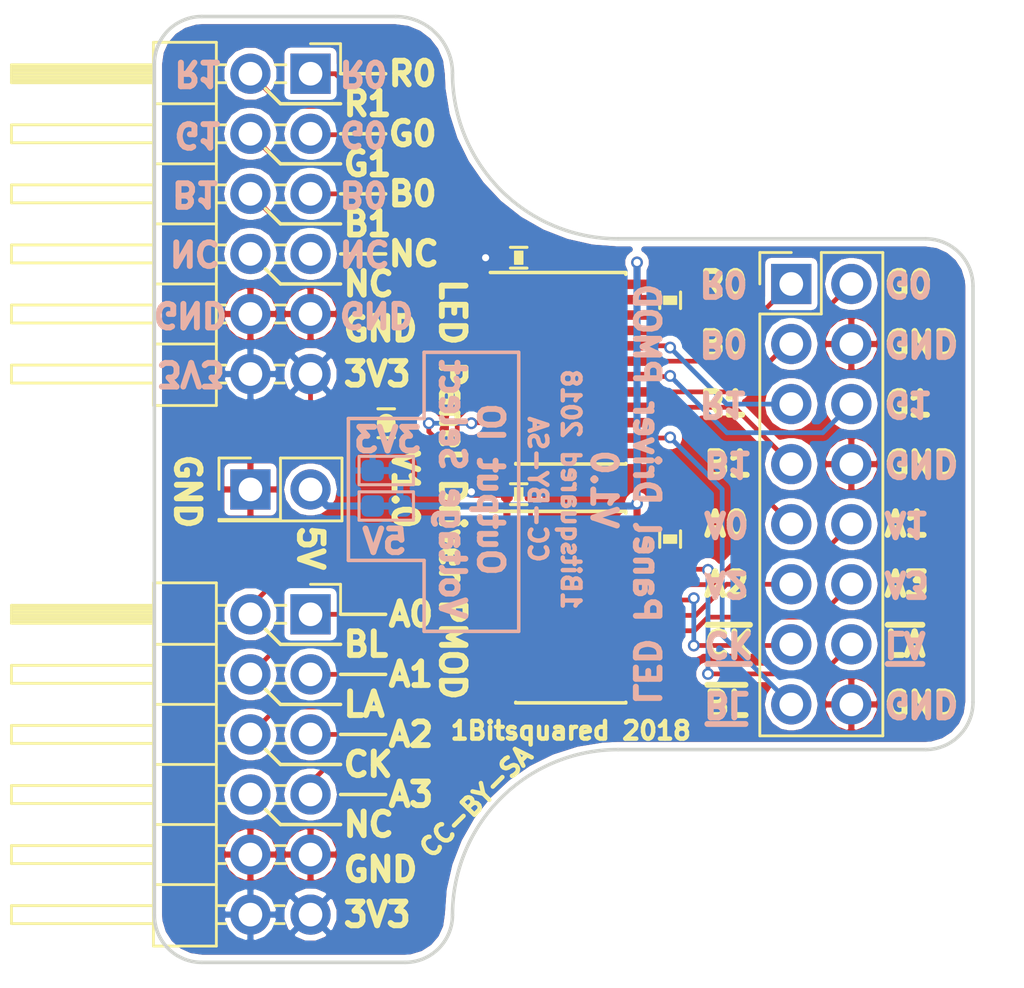
<source format=kicad_pcb>
(kicad_pcb (version 20171130) (host pcbnew 5.0.2-bee76a0~70~ubuntu18.04.1)

  (general
    (thickness 0.8)
    (drawings 122)
    (tracks 173)
    (zones 0)
    (modules 13)
    (nets 44)
  )

  (page A4)
  (title_block
    (title "iCEBreaker PMOD - LED Panel HUB75E")
    (rev V1.0a)
    (company 1BitSquared)
    (comment 1 "2018 (C) 1BitSquared <info@1bitsquared.com>")
    (comment 2 "2018 (C) Piotr Esden-Tempski <piotr@esden.net>")
    (comment 3 "License: CC-BY-SA 4.0")
  )

  (layers
    (0 F.Cu signal)
    (31 B.Cu signal)
    (33 F.Adhes user)
    (34 B.Paste user)
    (35 F.Paste user)
    (36 B.SilkS user)
    (37 F.SilkS user)
    (38 B.Mask user)
    (39 F.Mask user)
    (40 Dwgs.User user)
    (44 Edge.Cuts user)
    (46 B.CrtYd user)
    (47 F.CrtYd user)
    (48 B.Fab user)
    (49 F.Fab user)
  )

  (setup
    (last_trace_width 0.2)
    (user_trace_width 0.3)
    (trace_clearance 0.2)
    (zone_clearance 0.25)
    (zone_45_only yes)
    (trace_min 0.2)
    (segment_width 0.15)
    (edge_width 0.15)
    (via_size 0.5)
    (via_drill 0.3)
    (via_min_size 0.5)
    (via_min_drill 0.3)
    (uvia_size 0.3)
    (uvia_drill 0.1)
    (uvias_allowed no)
    (uvia_min_size 0.2)
    (uvia_min_drill 0.1)
    (pcb_text_width 0.3)
    (pcb_text_size 1.5 1.5)
    (mod_edge_width 0.15)
    (mod_text_size 1 1)
    (mod_text_width 0.15)
    (pad_size 0.5 0.6)
    (pad_drill 0)
    (pad_to_mask_clearance 0.05)
    (solder_mask_min_width 0.25)
    (aux_axis_origin 0 0)
    (grid_origin 37.4 43.8)
    (visible_elements FFFFFF1F)
    (pcbplotparams
      (layerselection 0x010fc_ffffffff)
      (usegerberextensions true)
      (usegerberattributes false)
      (usegerberadvancedattributes false)
      (creategerberjobfile false)
      (excludeedgelayer true)
      (linewidth 0.300000)
      (plotframeref false)
      (viasonmask false)
      (mode 1)
      (useauxorigin false)
      (hpglpennumber 1)
      (hpglpenspeed 20)
      (hpglpendiameter 15.000000)
      (psnegative false)
      (psa4output false)
      (plotreference true)
      (plotvalue true)
      (plotinvisibletext false)
      (padsonsilk false)
      (subtractmaskfromsilk true)
      (outputformat 1)
      (mirror false)
      (drillshape 0)
      (scaleselection 1)
      (outputdirectory "gerber"))
  )

  (net 0 "")
  (net 1 GND)
  (net 2 +3V3)
  (net 3 +5V)
  (net 4 /VCCB)
  (net 5 "Net-(R1-Pad2)")
  (net 6 "Net-(R2-Pad2)")
  (net 7 "Net-(R3-Pad1)")
  (net 8 "Net-(R4-Pad1)")
  (net 9 /iA3)
  (net 10 "Net-(J2-Pad10)")
  (net 11 /iA2)
  (net 12 /iA1)
  (net 13 /iA0)
  (net 14 /iR1)
  (net 15 /iR0)
  (net 16 /iG1)
  (net 17 /iG0)
  (net 18 /iB1)
  (net 19 /iB0)
  (net 20 "Net-(J4-Pad10)")
  (net 21 "Net-(J4-Pad4)")
  (net 22 /A0)
  (net 23 /B1)
  (net 24 /B0)
  (net 25 /G1)
  (net 26 /G0)
  (net 27 /R1)
  (net 28 /R0)
  (net 29 /A1)
  (net 30 /A2)
  (net 31 /A3)
  (net 32 "Net-(U2-Pad16)")
  (net 33 "Net-(U2-Pad15)")
  (net 34 "Net-(U2-Pad14)")
  (net 35 "Net-(U2-Pad10)")
  (net 36 "Net-(U2-Pad9)")
  (net 37 "Net-(U2-Pad8)")
  (net 38 /iSCLK)
  (net 39 /iLATCH)
  (net 40 /iBLANK)
  (net 41 /BLANK)
  (net 42 /LATCH)
  (net 43 /SCLK)

  (net_class Default "This is the default net class."
    (clearance 0.2)
    (trace_width 0.2)
    (via_dia 0.5)
    (via_drill 0.3)
    (uvia_dia 0.3)
    (uvia_drill 0.1)
    (add_net +3V3)
    (add_net +5V)
    (add_net /A0)
    (add_net /A1)
    (add_net /A2)
    (add_net /A3)
    (add_net /B0)
    (add_net /B1)
    (add_net /BLANK)
    (add_net /G0)
    (add_net /G1)
    (add_net /LATCH)
    (add_net /R0)
    (add_net /R1)
    (add_net /SCLK)
    (add_net /VCCB)
    (add_net /iA0)
    (add_net /iA1)
    (add_net /iA2)
    (add_net /iA3)
    (add_net /iB0)
    (add_net /iB1)
    (add_net /iBLANK)
    (add_net /iG0)
    (add_net /iG1)
    (add_net /iLATCH)
    (add_net /iR0)
    (add_net /iR1)
    (add_net /iSCLK)
    (add_net GND)
    (add_net "Net-(J2-Pad10)")
    (add_net "Net-(J4-Pad10)")
    (add_net "Net-(J4-Pad4)")
    (add_net "Net-(R1-Pad2)")
    (add_net "Net-(R2-Pad2)")
    (add_net "Net-(R3-Pad1)")
    (add_net "Net-(R4-Pad1)")
    (add_net "Net-(U2-Pad10)")
    (add_net "Net-(U2-Pad14)")
    (add_net "Net-(U2-Pad15)")
    (add_net "Net-(U2-Pad16)")
    (add_net "Net-(U2-Pad8)")
    (add_net "Net-(U2-Pad9)")
  )

  (module Connector_PinHeader_2.54mm:PinHeader_2x08_P2.54mm_Vertical (layer F.Cu) (tedit 5BA9C26F) (tstamp 5BAB5031)
    (at 64.32 35.11)
    (descr "Through hole straight pin header, 2x08, 2.54mm pitch, double rows")
    (tags "Through hole pin header THT 2x08 2.54mm double row")
    (path /5BCEB637)
    (fp_text reference J6 (at 1.27 -2.33) (layer F.Fab)
      (effects (font (size 1 1) (thickness 0.15)))
    )
    (fp_text value Conn_02x08_Odd_Even (at 1.27 20.11) (layer F.Fab)
      (effects (font (size 1 1) (thickness 0.15)))
    )
    (fp_line (start 0 -1.27) (end 3.81 -1.27) (layer F.Fab) (width 0.1))
    (fp_line (start 3.81 -1.27) (end 3.81 19.05) (layer F.Fab) (width 0.1))
    (fp_line (start 3.81 19.05) (end -1.27 19.05) (layer F.Fab) (width 0.1))
    (fp_line (start -1.27 19.05) (end -1.27 0) (layer F.Fab) (width 0.1))
    (fp_line (start -1.27 0) (end 0 -1.27) (layer F.Fab) (width 0.1))
    (fp_line (start -1.33 19.11) (end 3.87 19.11) (layer F.SilkS) (width 0.12))
    (fp_line (start -1.33 1.27) (end -1.33 19.11) (layer F.SilkS) (width 0.12))
    (fp_line (start 3.87 -1.33) (end 3.87 19.11) (layer F.SilkS) (width 0.12))
    (fp_line (start -1.33 1.27) (end 1.27 1.27) (layer F.SilkS) (width 0.12))
    (fp_line (start 1.27 1.27) (end 1.27 -1.33) (layer F.SilkS) (width 0.12))
    (fp_line (start 1.27 -1.33) (end 3.87 -1.33) (layer F.SilkS) (width 0.12))
    (fp_line (start -1.33 0) (end -1.33 -1.33) (layer F.SilkS) (width 0.12))
    (fp_line (start -1.33 -1.33) (end 0 -1.33) (layer F.SilkS) (width 0.12))
    (fp_line (start -1.8 -1.8) (end -1.8 19.55) (layer F.CrtYd) (width 0.05))
    (fp_line (start -1.8 19.55) (end 4.35 19.55) (layer F.CrtYd) (width 0.05))
    (fp_line (start 4.35 19.55) (end 4.35 -1.8) (layer F.CrtYd) (width 0.05))
    (fp_line (start 4.35 -1.8) (end -1.8 -1.8) (layer F.CrtYd) (width 0.05))
    (pad 1 thru_hole rect (at 0 0) (size 1.7 1.7) (drill 1) (layers *.Cu *.Mask)
      (net 28 /R0))
    (pad 2 thru_hole oval (at 2.54 0) (size 1.7 1.7) (drill 1) (layers *.Cu *.Mask)
      (net 26 /G0))
    (pad 3 thru_hole oval (at 0 2.54) (size 1.7 1.7) (drill 1) (layers *.Cu *.Mask)
      (net 24 /B0))
    (pad 4 thru_hole oval (at 2.54 2.54) (size 1.7 1.7) (drill 1) (layers *.Cu *.Mask)
      (net 1 GND))
    (pad 5 thru_hole oval (at 0 5.08) (size 1.7 1.7) (drill 1) (layers *.Cu *.Mask)
      (net 27 /R1))
    (pad 6 thru_hole oval (at 2.54 5.08) (size 1.7 1.7) (drill 1) (layers *.Cu *.Mask)
      (net 25 /G1))
    (pad 7 thru_hole oval (at 0 7.62) (size 1.7 1.7) (drill 1) (layers *.Cu *.Mask)
      (net 23 /B1))
    (pad 8 thru_hole oval (at 2.54 7.62) (size 1.7 1.7) (drill 1) (layers *.Cu *.Mask)
      (net 1 GND))
    (pad 9 thru_hole oval (at 0 10.16) (size 1.7 1.7) (drill 1) (layers *.Cu *.Mask)
      (net 22 /A0))
    (pad 10 thru_hole oval (at 2.54 10.16) (size 1.7 1.7) (drill 1) (layers *.Cu *.Mask)
      (net 29 /A1))
    (pad 11 thru_hole oval (at 0 12.7) (size 1.7 1.7) (drill 1) (layers *.Cu *.Mask)
      (net 30 /A2))
    (pad 12 thru_hole oval (at 2.54 12.7) (size 1.7 1.7) (drill 1) (layers *.Cu *.Mask)
      (net 31 /A3))
    (pad 13 thru_hole oval (at 0 15.24) (size 1.7 1.7) (drill 1) (layers *.Cu *.Mask)
      (net 43 /SCLK))
    (pad 14 thru_hole oval (at 2.54 15.24) (size 1.7 1.7) (drill 1) (layers *.Cu *.Mask)
      (net 42 /LATCH))
    (pad 15 thru_hole oval (at 0 17.78) (size 1.7 1.7) (drill 1) (layers *.Cu *.Mask)
      (net 41 /BLANK))
    (pad 16 thru_hole oval (at 2.54 17.78) (size 1.7 1.7) (drill 1) (layers *.Cu *.Mask)
      (net 1 GND))
    (model ${KISYS3DMOD}/Connector_PinHeader_2.54mm.3dshapes/PinHeader_2x08_P2.54mm_Vertical.wrl
      (at (xyz 0 0 0))
      (scale (xyz 1 1 1))
      (rotate (xyz 0 0 0))
    )
  )

  (module Connector_PinHeader_2.54mm:PinHeader_2x01_P2.54mm_Vertical (layer F.Cu) (tedit 5BA9C16C) (tstamp 5BA9DEDF)
    (at 41.46 43.8)
    (descr "Through hole straight pin header, 2x01, 2.54mm pitch, double rows")
    (tags "Through hole pin header THT 2x01 2.54mm double row")
    (path /5BAA8EDC)
    (fp_text reference J1 (at 1.27 -2.33) (layer F.Fab)
      (effects (font (size 1 1) (thickness 0.15)))
    )
    (fp_text value 5V (at 1.27 2.33) (layer F.Fab)
      (effects (font (size 1 1) (thickness 0.15)))
    )
    (fp_line (start 0 -1.27) (end 3.81 -1.27) (layer F.Fab) (width 0.1))
    (fp_line (start 3.81 -1.27) (end 3.81 1.27) (layer F.Fab) (width 0.1))
    (fp_line (start 3.81 1.27) (end -1.27 1.27) (layer F.Fab) (width 0.1))
    (fp_line (start -1.27 1.27) (end -1.27 0) (layer F.Fab) (width 0.1))
    (fp_line (start -1.27 0) (end 0 -1.27) (layer F.Fab) (width 0.1))
    (fp_line (start -1.33 1.33) (end 3.87 1.33) (layer F.SilkS) (width 0.12))
    (fp_line (start -1.33 1.27) (end -1.33 1.33) (layer F.SilkS) (width 0.12))
    (fp_line (start 3.87 -1.33) (end 3.87 1.33) (layer F.SilkS) (width 0.12))
    (fp_line (start -1.33 1.27) (end 1.27 1.27) (layer F.SilkS) (width 0.12))
    (fp_line (start 1.27 1.27) (end 1.27 -1.33) (layer F.SilkS) (width 0.12))
    (fp_line (start 1.27 -1.33) (end 3.87 -1.33) (layer F.SilkS) (width 0.12))
    (fp_line (start -1.33 0) (end -1.33 -1.33) (layer F.SilkS) (width 0.12))
    (fp_line (start -1.33 -1.33) (end 0 -1.33) (layer F.SilkS) (width 0.12))
    (fp_line (start -1.8 -1.8) (end -1.8 1.8) (layer F.CrtYd) (width 0.05))
    (fp_line (start -1.8 1.8) (end 4.35 1.8) (layer F.CrtYd) (width 0.05))
    (fp_line (start 4.35 1.8) (end 4.35 -1.8) (layer F.CrtYd) (width 0.05))
    (fp_line (start 4.35 -1.8) (end -1.8 -1.8) (layer F.CrtYd) (width 0.05))
    (pad 1 thru_hole rect (at 0 0) (size 1.7 1.7) (drill 1) (layers *.Cu *.Mask)
      (net 1 GND))
    (pad 2 thru_hole oval (at 2.54 0) (size 1.7 1.7) (drill 1) (layers *.Cu *.Mask)
      (net 3 +5V))
    (model ${KISYS3DMOD}/Connector_PinHeader_2.54mm.3dshapes/PinHeader_2x01_P2.54mm_Vertical.wrl
      (at (xyz 0 0 0))
      (scale (xyz 1 1 1))
      (rotate (xyz 0 0 0))
    )
  )

  (module Package_SO:TSSOP-24_4.4x7.8mm_P0.65mm (layer F.Cu) (tedit 5BA9BC73) (tstamp 5BA9DE9C)
    (at 55 38.7)
    (descr "TSSOP24: plastic thin shrink small outline package; 24 leads; body width 4.4 mm; (see NXP SSOP-TSSOP-VSO-REFLOW.pdf and sot355-1_po.pdf)")
    (tags "SSOP 0.65")
    (path /5BADD62B)
    (attr smd)
    (fp_text reference U1 (at 0 -4.95) (layer F.Fab)
      (effects (font (size 1 1) (thickness 0.15)))
    )
    (fp_text value SN74LVC8T245 (at 0 4.95) (layer F.Fab)
      (effects (font (size 1 1) (thickness 0.15)))
    )
    (fp_line (start -1.2 -3.9) (end 2.2 -3.9) (layer F.Fab) (width 0.15))
    (fp_line (start 2.2 -3.9) (end 2.2 3.9) (layer F.Fab) (width 0.15))
    (fp_line (start 2.2 3.9) (end -2.2 3.9) (layer F.Fab) (width 0.15))
    (fp_line (start -2.2 3.9) (end -2.2 -2.9) (layer F.Fab) (width 0.15))
    (fp_line (start -2.2 -2.9) (end -1.2 -3.9) (layer F.Fab) (width 0.15))
    (fp_line (start -3.65 -4.2) (end -3.65 4.2) (layer F.CrtYd) (width 0.05))
    (fp_line (start 3.65 -4.2) (end 3.65 4.2) (layer F.CrtYd) (width 0.05))
    (fp_line (start -3.65 -4.2) (end 3.65 -4.2) (layer F.CrtYd) (width 0.05))
    (fp_line (start -3.65 4.2) (end 3.65 4.2) (layer F.CrtYd) (width 0.05))
    (fp_line (start 2.325 -4.025) (end 2.325 -4) (layer F.SilkS) (width 0.15))
    (fp_line (start 2.325 4.025) (end 2.325 4) (layer F.SilkS) (width 0.15))
    (fp_line (start -2.325 4.025) (end -2.325 4) (layer F.SilkS) (width 0.15))
    (fp_line (start -3.4 -4.075) (end 2.325 -4.075) (layer F.SilkS) (width 0.15))
    (fp_line (start -2.325 4.025) (end 2.325 4.025) (layer F.SilkS) (width 0.15))
    (pad 1 smd rect (at -2.85 -3.575) (size 1.1 0.4) (layers F.Cu F.Paste F.Mask)
      (net 2 +3V3))
    (pad 2 smd rect (at -2.85 -2.925) (size 1.1 0.4) (layers F.Cu F.Paste F.Mask)
      (net 5 "Net-(R1-Pad2)"))
    (pad 3 smd rect (at -2.85 -2.275) (size 1.1 0.4) (layers F.Cu F.Paste F.Mask)
      (net 15 /iR0))
    (pad 4 smd rect (at -2.85 -1.625) (size 1.1 0.4) (layers F.Cu F.Paste F.Mask)
      (net 14 /iR1))
    (pad 5 smd rect (at -2.85 -0.975) (size 1.1 0.4) (layers F.Cu F.Paste F.Mask)
      (net 17 /iG0))
    (pad 6 smd rect (at -2.85 -0.325) (size 1.1 0.4) (layers F.Cu F.Paste F.Mask)
      (net 16 /iG1))
    (pad 7 smd rect (at -2.85 0.325) (size 1.1 0.4) (layers F.Cu F.Paste F.Mask)
      (net 19 /iB0))
    (pad 8 smd rect (at -2.85 0.975) (size 1.1 0.4) (layers F.Cu F.Paste F.Mask)
      (net 18 /iB1))
    (pad 9 smd rect (at -2.85 1.625) (size 1.1 0.4) (layers F.Cu F.Paste F.Mask)
      (net 13 /iA0))
    (pad 10 smd rect (at -2.85 2.275) (size 1.1 0.4) (layers F.Cu F.Paste F.Mask)
      (net 40 /iBLANK))
    (pad 11 smd rect (at -2.85 2.925) (size 1.1 0.4) (layers F.Cu F.Paste F.Mask)
      (net 1 GND))
    (pad 12 smd rect (at -2.85 3.575) (size 1.1 0.4) (layers F.Cu F.Paste F.Mask)
      (net 1 GND))
    (pad 13 smd rect (at 2.85 3.575) (size 1.1 0.4) (layers F.Cu F.Paste F.Mask)
      (net 1 GND))
    (pad 14 smd rect (at 2.85 2.925) (size 1.1 0.4) (layers F.Cu F.Paste F.Mask)
      (net 41 /BLANK))
    (pad 15 smd rect (at 2.85 2.275) (size 1.1 0.4) (layers F.Cu F.Paste F.Mask)
      (net 22 /A0))
    (pad 16 smd rect (at 2.85 1.625) (size 1.1 0.4) (layers F.Cu F.Paste F.Mask)
      (net 23 /B1))
    (pad 17 smd rect (at 2.85 0.975) (size 1.1 0.4) (layers F.Cu F.Paste F.Mask)
      (net 24 /B0))
    (pad 18 smd rect (at 2.85 0.325) (size 1.1 0.4) (layers F.Cu F.Paste F.Mask)
      (net 25 /G1))
    (pad 19 smd rect (at 2.85 -0.325) (size 1.1 0.4) (layers F.Cu F.Paste F.Mask)
      (net 26 /G0))
    (pad 20 smd rect (at 2.85 -0.975) (size 1.1 0.4) (layers F.Cu F.Paste F.Mask)
      (net 27 /R1))
    (pad 21 smd rect (at 2.85 -1.625) (size 1.1 0.4) (layers F.Cu F.Paste F.Mask)
      (net 28 /R0))
    (pad 22 smd rect (at 2.85 -2.275) (size 1.1 0.4) (layers F.Cu F.Paste F.Mask)
      (net 7 "Net-(R3-Pad1)"))
    (pad 23 smd rect (at 2.85 -2.925) (size 1.1 0.4) (layers F.Cu F.Paste F.Mask)
      (net 4 /VCCB))
    (pad 24 smd rect (at 2.85 -3.575) (size 1.1 0.4) (layers F.Cu F.Paste F.Mask)
      (net 4 /VCCB))
    (model ${KISYS3DMOD}/Package_SO.3dshapes/TSSOP-24_4.4x7.8mm_P0.65mm.wrl
      (at (xyz 0 0 0))
      (scale (xyz 1 1 1))
      (rotate (xyz 0 0 0))
    )
  )

  (module Package_SO:TSSOP-24_4.4x7.8mm_P0.65mm (layer F.Cu) (tedit 5BA9BC6D) (tstamp 5BABA43F)
    (at 55 48.8)
    (descr "TSSOP24: plastic thin shrink small outline package; 24 leads; body width 4.4 mm; (see NXP SSOP-TSSOP-VSO-REFLOW.pdf and sot355-1_po.pdf)")
    (tags "SSOP 0.65")
    (path /5BB262FC)
    (attr smd)
    (fp_text reference U2 (at 0 -4.95) (layer F.Fab)
      (effects (font (size 1 1) (thickness 0.15)))
    )
    (fp_text value SN74LVC8T245 (at 0 4.95) (layer F.Fab)
      (effects (font (size 1 1) (thickness 0.15)))
    )
    (fp_line (start -2.325 4.025) (end 2.325 4.025) (layer F.SilkS) (width 0.15))
    (fp_line (start -3.4 -4.075) (end 2.325 -4.075) (layer F.SilkS) (width 0.15))
    (fp_line (start -2.325 4.025) (end -2.325 4) (layer F.SilkS) (width 0.15))
    (fp_line (start 2.325 4.025) (end 2.325 4) (layer F.SilkS) (width 0.15))
    (fp_line (start 2.325 -4.025) (end 2.325 -4) (layer F.SilkS) (width 0.15))
    (fp_line (start -3.65 4.2) (end 3.65 4.2) (layer F.CrtYd) (width 0.05))
    (fp_line (start -3.65 -4.2) (end 3.65 -4.2) (layer F.CrtYd) (width 0.05))
    (fp_line (start 3.65 -4.2) (end 3.65 4.2) (layer F.CrtYd) (width 0.05))
    (fp_line (start -3.65 -4.2) (end -3.65 4.2) (layer F.CrtYd) (width 0.05))
    (fp_line (start -2.2 -2.9) (end -1.2 -3.9) (layer F.Fab) (width 0.15))
    (fp_line (start -2.2 3.9) (end -2.2 -2.9) (layer F.Fab) (width 0.15))
    (fp_line (start 2.2 3.9) (end -2.2 3.9) (layer F.Fab) (width 0.15))
    (fp_line (start 2.2 -3.9) (end 2.2 3.9) (layer F.Fab) (width 0.15))
    (fp_line (start -1.2 -3.9) (end 2.2 -3.9) (layer F.Fab) (width 0.15))
    (pad 24 smd rect (at 2.85 -3.575) (size 1.1 0.4) (layers F.Cu F.Paste F.Mask)
      (net 4 /VCCB))
    (pad 23 smd rect (at 2.85 -2.925) (size 1.1 0.4) (layers F.Cu F.Paste F.Mask)
      (net 4 /VCCB))
    (pad 22 smd rect (at 2.85 -2.275) (size 1.1 0.4) (layers F.Cu F.Paste F.Mask)
      (net 8 "Net-(R4-Pad1)"))
    (pad 21 smd rect (at 2.85 -1.625) (size 1.1 0.4) (layers F.Cu F.Paste F.Mask)
      (net 42 /LATCH))
    (pad 20 smd rect (at 2.85 -0.975) (size 1.1 0.4) (layers F.Cu F.Paste F.Mask)
      (net 29 /A1))
    (pad 19 smd rect (at 2.85 -0.325) (size 1.1 0.4) (layers F.Cu F.Paste F.Mask)
      (net 43 /SCLK))
    (pad 18 smd rect (at 2.85 0.325) (size 1.1 0.4) (layers F.Cu F.Paste F.Mask)
      (net 30 /A2))
    (pad 17 smd rect (at 2.85 0.975) (size 1.1 0.4) (layers F.Cu F.Paste F.Mask)
      (net 31 /A3))
    (pad 16 smd rect (at 2.85 1.625) (size 1.1 0.4) (layers F.Cu F.Paste F.Mask)
      (net 32 "Net-(U2-Pad16)"))
    (pad 15 smd rect (at 2.85 2.275) (size 1.1 0.4) (layers F.Cu F.Paste F.Mask)
      (net 33 "Net-(U2-Pad15)"))
    (pad 14 smd rect (at 2.85 2.925) (size 1.1 0.4) (layers F.Cu F.Paste F.Mask)
      (net 34 "Net-(U2-Pad14)"))
    (pad 13 smd rect (at 2.85 3.575) (size 1.1 0.4) (layers F.Cu F.Paste F.Mask)
      (net 1 GND))
    (pad 12 smd rect (at -2.85 3.575) (size 1.1 0.4) (layers F.Cu F.Paste F.Mask)
      (net 1 GND))
    (pad 11 smd rect (at -2.85 2.925) (size 1.1 0.4) (layers F.Cu F.Paste F.Mask)
      (net 1 GND))
    (pad 10 smd rect (at -2.85 2.275) (size 1.1 0.4) (layers F.Cu F.Paste F.Mask)
      (net 35 "Net-(U2-Pad10)"))
    (pad 9 smd rect (at -2.85 1.625) (size 1.1 0.4) (layers F.Cu F.Paste F.Mask)
      (net 36 "Net-(U2-Pad9)"))
    (pad 8 smd rect (at -2.85 0.975) (size 1.1 0.4) (layers F.Cu F.Paste F.Mask)
      (net 37 "Net-(U2-Pad8)"))
    (pad 7 smd rect (at -2.85 0.325) (size 1.1 0.4) (layers F.Cu F.Paste F.Mask)
      (net 9 /iA3))
    (pad 6 smd rect (at -2.85 -0.325) (size 1.1 0.4) (layers F.Cu F.Paste F.Mask)
      (net 11 /iA2))
    (pad 5 smd rect (at -2.85 -0.975) (size 1.1 0.4) (layers F.Cu F.Paste F.Mask)
      (net 38 /iSCLK))
    (pad 4 smd rect (at -2.85 -1.625) (size 1.1 0.4) (layers F.Cu F.Paste F.Mask)
      (net 12 /iA1))
    (pad 3 smd rect (at -2.85 -2.275) (size 1.1 0.4) (layers F.Cu F.Paste F.Mask)
      (net 39 /iLATCH))
    (pad 2 smd rect (at -2.85 -2.925) (size 1.1 0.4) (layers F.Cu F.Paste F.Mask)
      (net 6 "Net-(R2-Pad2)"))
    (pad 1 smd rect (at -2.85 -3.575) (size 1.1 0.4) (layers F.Cu F.Paste F.Mask)
      (net 2 +3V3))
    (model ${KISYS3DMOD}/Package_SO.3dshapes/TSSOP-24_4.4x7.8mm_P0.65mm.wrl
      (at (xyz 0 0 0))
      (scale (xyz 1 1 1))
      (rotate (xyz 0 0 0))
    )
  )

  (module pkl_dipol:C_0603 (layer F.Cu) (tedit 5B8B5957) (tstamp 5BA9DC95)
    (at 47.2 41)
    (descr "Capacitor SMD 0603, reflow soldering")
    (tags "capacitor 0603")
    (path /5BAA8EB6)
    (attr smd)
    (fp_text reference C1 (at 0 -1.1) (layer F.Fab)
      (effects (font (size 0.635 0.635) (thickness 0.1)))
    )
    (fp_text value 10u (at 0 1.2) (layer F.Fab)
      (effects (font (size 0.635 0.635) (thickness 0.1)))
    )
    (fp_circle (center 0 0) (end 0.2 0) (layer F.SilkS) (width 0.4))
    (fp_line (start -1.175 -0.725) (end 1.175 -0.725) (layer F.CrtYd) (width 0.05))
    (fp_line (start -1.175 0.725) (end 1.175 0.725) (layer F.CrtYd) (width 0.05))
    (fp_line (start -1.175 -0.725) (end -1.175 0.725) (layer F.CrtYd) (width 0.05))
    (fp_line (start 1.175 -0.725) (end 1.175 0.725) (layer F.CrtYd) (width 0.05))
    (fp_line (start -0.35 -0.61) (end 0.35 -0.61) (layer F.SilkS) (width 0.13))
    (fp_line (start 0.35 0.61) (end -0.35 0.61) (layer F.SilkS) (width 0.13))
    (pad 1 smd roundrect (at -0.75 0) (size 0.6 0.9) (layers F.Cu F.Paste F.Mask) (roundrect_rratio 0.25)
      (net 2 +3V3))
    (pad 2 smd roundrect (at 0.75 0) (size 0.6 0.9) (layers F.Cu F.Paste F.Mask) (roundrect_rratio 0.25)
      (net 1 GND))
    (model ${KISYS3DMOD}/Capacitor_SMD.3dshapes/C_0603_1608Metric.step
      (at (xyz 0 0 0))
      (scale (xyz 1 1 1))
      (rotate (xyz 0 0 0))
    )
  )

  (module pkl_dipol:R_0402 (layer F.Cu) (tedit 5B8B7ED4) (tstamp 5BA9DC88)
    (at 59.2 45.9 90)
    (descr "Resistor SMD 0402, reflow soldering")
    (tags "resistor 0402")
    (path /5BB327D0)
    (attr smd)
    (fp_text reference R4 (at 0 -1.1 90) (layer F.Fab)
      (effects (font (size 0.635 0.635) (thickness 0.1)))
    )
    (fp_text value 10k (at 0 1.2 90) (layer F.Fab)
      (effects (font (size 0.635 0.635) (thickness 0.1)))
    )
    (fp_line (start 0.35 0.44) (end -0.35 0.44) (layer F.SilkS) (width 0.13))
    (fp_line (start -0.35 -0.44) (end 0.35 -0.44) (layer F.SilkS) (width 0.13))
    (fp_line (start 0.95 -0.5) (end 0.95 0.5) (layer F.CrtYd) (width 0.05))
    (fp_line (start -0.95 -0.5) (end -0.95 0.5) (layer F.CrtYd) (width 0.05))
    (fp_line (start -0.95 0.5) (end 0.95 0.5) (layer F.CrtYd) (width 0.05))
    (fp_line (start -0.95 -0.5) (end 0.95 -0.5) (layer F.CrtYd) (width 0.05))
    (fp_poly (pts (xy -0.175 0.275) (xy -0.175 -0.275) (xy 0.175 -0.275) (xy 0.175 0.275)
      (xy -0.1 0.275)) (layer F.SilkS) (width 0.05))
    (pad 2 smd roundrect (at 0.5 0 90) (size 0.5 0.6) (layers F.Cu F.Paste F.Mask) (roundrect_rratio 0.25)
      (net 1 GND))
    (pad 1 smd roundrect (at -0.5 0 90) (size 0.5 0.6) (layers F.Cu F.Paste F.Mask) (roundrect_rratio 0.25)
      (net 8 "Net-(R4-Pad1)"))
    (model ${KISYS3DMOD}/Resistor_SMD.3dshapes/R_0402_1005Metric.step
      (at (xyz 0 0 0))
      (scale (xyz 1 1 1))
      (rotate (xyz 0 0 0))
    )
  )

  (module pkl_dipol:R_0402 (layer F.Cu) (tedit 5B8B7ED4) (tstamp 5BA9DC7B)
    (at 59.2 35.8 90)
    (descr "Resistor SMD 0402, reflow soldering")
    (tags "resistor 0402")
    (path /5BAF841D)
    (attr smd)
    (fp_text reference R3 (at 0 -1.1 90) (layer F.Fab)
      (effects (font (size 0.635 0.635) (thickness 0.1)))
    )
    (fp_text value 10k (at 0 1.2 90) (layer F.Fab)
      (effects (font (size 0.635 0.635) (thickness 0.1)))
    )
    (fp_poly (pts (xy -0.175 0.275) (xy -0.175 -0.275) (xy 0.175 -0.275) (xy 0.175 0.275)
      (xy -0.1 0.275)) (layer F.SilkS) (width 0.05))
    (fp_line (start -0.95 -0.5) (end 0.95 -0.5) (layer F.CrtYd) (width 0.05))
    (fp_line (start -0.95 0.5) (end 0.95 0.5) (layer F.CrtYd) (width 0.05))
    (fp_line (start -0.95 -0.5) (end -0.95 0.5) (layer F.CrtYd) (width 0.05))
    (fp_line (start 0.95 -0.5) (end 0.95 0.5) (layer F.CrtYd) (width 0.05))
    (fp_line (start -0.35 -0.44) (end 0.35 -0.44) (layer F.SilkS) (width 0.13))
    (fp_line (start 0.35 0.44) (end -0.35 0.44) (layer F.SilkS) (width 0.13))
    (pad 1 smd roundrect (at -0.5 0 90) (size 0.5 0.6) (layers F.Cu F.Paste F.Mask) (roundrect_rratio 0.25)
      (net 7 "Net-(R3-Pad1)"))
    (pad 2 smd roundrect (at 0.5 0 90) (size 0.5 0.6) (layers F.Cu F.Paste F.Mask) (roundrect_rratio 0.25)
      (net 1 GND))
    (model ${KISYS3DMOD}/Resistor_SMD.3dshapes/R_0402_1005Metric.step
      (at (xyz 0 0 0))
      (scale (xyz 1 1 1))
      (rotate (xyz 0 0 0))
    )
  )

  (module pkl_dipol:R_0402 (layer F.Cu) (tedit 5B8B7ED4) (tstamp 5BA9DC6E)
    (at 52.8 44)
    (descr "Resistor SMD 0402, reflow soldering")
    (tags "resistor 0402")
    (path /5BB3918A)
    (attr smd)
    (fp_text reference R2 (at 0 -1.1) (layer F.Fab)
      (effects (font (size 0.635 0.635) (thickness 0.1)))
    )
    (fp_text value 10k (at 0 1.2) (layer F.Fab)
      (effects (font (size 0.635 0.635) (thickness 0.1)))
    )
    (fp_line (start 0.35 0.44) (end -0.35 0.44) (layer F.SilkS) (width 0.13))
    (fp_line (start -0.35 -0.44) (end 0.35 -0.44) (layer F.SilkS) (width 0.13))
    (fp_line (start 0.95 -0.5) (end 0.95 0.5) (layer F.CrtYd) (width 0.05))
    (fp_line (start -0.95 -0.5) (end -0.95 0.5) (layer F.CrtYd) (width 0.05))
    (fp_line (start -0.95 0.5) (end 0.95 0.5) (layer F.CrtYd) (width 0.05))
    (fp_line (start -0.95 -0.5) (end 0.95 -0.5) (layer F.CrtYd) (width 0.05))
    (fp_poly (pts (xy -0.175 0.275) (xy -0.175 -0.275) (xy 0.175 -0.275) (xy 0.175 0.275)
      (xy -0.1 0.275)) (layer F.SilkS) (width 0.05))
    (pad 2 smd roundrect (at 0.5 0) (size 0.5 0.6) (layers F.Cu F.Paste F.Mask) (roundrect_rratio 0.25)
      (net 6 "Net-(R2-Pad2)"))
    (pad 1 smd roundrect (at -0.5 0) (size 0.5 0.6) (layers F.Cu F.Paste F.Mask) (roundrect_rratio 0.25)
      (net 2 +3V3))
    (model ${KISYS3DMOD}/Resistor_SMD.3dshapes/R_0402_1005Metric.step
      (at (xyz 0 0 0))
      (scale (xyz 1 1 1))
      (rotate (xyz 0 0 0))
    )
  )

  (module pkl_dipol:R_0402 (layer F.Cu) (tedit 5B8B7ED4) (tstamp 5BA9DC61)
    (at 52.8 34)
    (descr "Resistor SMD 0402, reflow soldering")
    (tags "resistor 0402")
    (path /5BAEF74C)
    (attr smd)
    (fp_text reference R1 (at 0 -1.1) (layer F.Fab)
      (effects (font (size 0.635 0.635) (thickness 0.1)))
    )
    (fp_text value 10k (at 0 1.2) (layer F.Fab)
      (effects (font (size 0.635 0.635) (thickness 0.1)))
    )
    (fp_poly (pts (xy -0.175 0.275) (xy -0.175 -0.275) (xy 0.175 -0.275) (xy 0.175 0.275)
      (xy -0.1 0.275)) (layer F.SilkS) (width 0.05))
    (fp_line (start -0.95 -0.5) (end 0.95 -0.5) (layer F.CrtYd) (width 0.05))
    (fp_line (start -0.95 0.5) (end 0.95 0.5) (layer F.CrtYd) (width 0.05))
    (fp_line (start -0.95 -0.5) (end -0.95 0.5) (layer F.CrtYd) (width 0.05))
    (fp_line (start 0.95 -0.5) (end 0.95 0.5) (layer F.CrtYd) (width 0.05))
    (fp_line (start -0.35 -0.44) (end 0.35 -0.44) (layer F.SilkS) (width 0.13))
    (fp_line (start 0.35 0.44) (end -0.35 0.44) (layer F.SilkS) (width 0.13))
    (pad 1 smd roundrect (at -0.5 0) (size 0.5 0.6) (layers F.Cu F.Paste F.Mask) (roundrect_rratio 0.25)
      (net 2 +3V3))
    (pad 2 smd roundrect (at 0.5 0) (size 0.5 0.6) (layers F.Cu F.Paste F.Mask) (roundrect_rratio 0.25)
      (net 5 "Net-(R1-Pad2)"))
    (model ${KISYS3DMOD}/Resistor_SMD.3dshapes/R_0402_1005Metric.step
      (at (xyz 0 0 0))
      (scale (xyz 1 1 1))
      (rotate (xyz 0 0 0))
    )
  )

  (module pkl_jumpers:J_NC_0603_30 (layer B.Cu) (tedit 5B90984B) (tstamp 5BA9DC54)
    (at 47.2 43)
    (descr "Jumper Normally Closed SMD 0603, 0.30mm connection, reflow soldering")
    (tags "jumper 0603")
    (path /5BAA8ED0)
    (attr smd)
    (fp_text reference J5 (at 0 1.1) (layer B.Fab)
      (effects (font (size 0.635 0.635) (thickness 0.1)) (justify mirror))
    )
    (fp_text value jmp (at 0 -1.2) (layer B.Fab)
      (effects (font (size 0.635 0.635) (thickness 0.1)) (justify mirror))
    )
    (fp_line (start -0.2 0) (end 0.2 0) (layer B.Cu) (width 0.3))
    (fp_poly (pts (xy -0.05 0.25) (xy 0.05 0.25) (xy 0.05 -0.25) (xy -0.05 -0.25)) (layer B.Mask) (width 0.15))
    (fp_line (start 1.15 -0.6) (end -1.15 -0.6) (layer B.SilkS) (width 0.13))
    (fp_line (start -1.15 0.6) (end 1.15 0.6) (layer B.SilkS) (width 0.13))
    (fp_line (start 1.175 0.725) (end 1.175 -0.725) (layer B.CrtYd) (width 0.05))
    (fp_line (start -1.175 0.725) (end -1.175 -0.725) (layer B.CrtYd) (width 0.05))
    (fp_line (start -1.175 -0.725) (end 1.175 -0.725) (layer B.CrtYd) (width 0.05))
    (fp_line (start -1.175 0.725) (end 1.175 0.725) (layer B.CrtYd) (width 0.05))
    (fp_line (start 1.15 0.6) (end 1.15 -0.6) (layer B.SilkS) (width 0.13))
    (fp_line (start -1.15 0.6) (end -1.15 -0.6) (layer B.SilkS) (width 0.13))
    (pad 2 smd roundrect (at 0.575 0) (size 0.95 0.9) (layers B.Cu B.Paste B.Mask) (roundrect_rratio 0.25)
      (net 4 /VCCB))
    (pad 1 smd roundrect (at -0.575 0) (size 0.95 0.9) (layers B.Cu B.Paste B.Mask) (roundrect_rratio 0.25)
      (net 2 +3V3))
  )

  (module pkl_jumpers:J_NC_0603_30 (layer B.Cu) (tedit 5B90984B) (tstamp 5BA9DC44)
    (at 47.2 44.5)
    (descr "Jumper Normally Closed SMD 0603, 0.30mm connection, reflow soldering")
    (tags "jumper 0603")
    (path /5BABBA63)
    (attr smd)
    (fp_text reference J3 (at 0 1.1) (layer B.Fab)
      (effects (font (size 0.635 0.635) (thickness 0.1)) (justify mirror))
    )
    (fp_text value jmp (at 0 -1.2) (layer B.Fab)
      (effects (font (size 0.635 0.635) (thickness 0.1)) (justify mirror))
    )
    (fp_line (start -1.15 0.6) (end -1.15 -0.6) (layer B.SilkS) (width 0.13))
    (fp_line (start 1.15 0.6) (end 1.15 -0.6) (layer B.SilkS) (width 0.13))
    (fp_line (start -1.175 0.725) (end 1.175 0.725) (layer B.CrtYd) (width 0.05))
    (fp_line (start -1.175 -0.725) (end 1.175 -0.725) (layer B.CrtYd) (width 0.05))
    (fp_line (start -1.175 0.725) (end -1.175 -0.725) (layer B.CrtYd) (width 0.05))
    (fp_line (start 1.175 0.725) (end 1.175 -0.725) (layer B.CrtYd) (width 0.05))
    (fp_line (start -1.15 0.6) (end 1.15 0.6) (layer B.SilkS) (width 0.13))
    (fp_line (start 1.15 -0.6) (end -1.15 -0.6) (layer B.SilkS) (width 0.13))
    (fp_poly (pts (xy -0.05 0.25) (xy 0.05 0.25) (xy 0.05 -0.25) (xy -0.05 -0.25)) (layer B.Mask) (width 0.15))
    (fp_line (start -0.2 0) (end 0.2 0) (layer B.Cu) (width 0.3))
    (pad 1 smd roundrect (at -0.575 0) (size 0.95 0.9) (layers B.Cu B.Paste B.Mask) (roundrect_rratio 0.25)
      (net 3 +5V))
    (pad 2 smd roundrect (at 0.575 0) (size 0.95 0.9) (layers B.Cu B.Paste B.Mask) (roundrect_rratio 0.25)
      (net 4 /VCCB))
  )

  (module pkl_connectors:PMODHeader_2x06_P2.54mm_Horizontal (layer F.Cu) (tedit 5AECF65A) (tstamp 5AEE0790)
    (at 44 38.92 180)
    (descr "Through hole angled pin header, 2x06, 2.54mm pitch, 6mm pin length, double rows")
    (tags "Through hole angled pin header THT 2x06 2.54mm double row")
    (path /5AB98614)
    (fp_text reference J4 (at 5.655 -2.27 180) (layer F.Fab)
      (effects (font (size 1 1) (thickness 0.15)))
    )
    (fp_text value PMOD (at 5.655 14.97 180) (layer F.Fab)
      (effects (font (size 1 1) (thickness 0.15)))
    )
    (fp_line (start 13.1 -1.8) (end -1.8 -1.8) (layer F.CrtYd) (width 0.05))
    (fp_line (start 13.1 14.5) (end 13.1 -1.8) (layer F.CrtYd) (width 0.05))
    (fp_line (start -1.8 14.5) (end 13.1 14.5) (layer F.CrtYd) (width 0.05))
    (fp_line (start -1.8 -1.8) (end -1.8 14.5) (layer F.CrtYd) (width 0.05))
    (fp_line (start -1.27 13.97) (end -1.27 12.7) (layer F.SilkS) (width 0.12))
    (fp_line (start 0 13.97) (end -1.27 13.97) (layer F.SilkS) (width 0.12))
    (fp_line (start 1.042929 13.08) (end 1.497071 13.08) (layer F.SilkS) (width 0.12))
    (fp_line (start 1.042929 12.32) (end 1.497071 12.32) (layer F.SilkS) (width 0.12))
    (fp_line (start 3.582929 13.08) (end 3.98 13.08) (layer F.SilkS) (width 0.12))
    (fp_line (start 3.582929 12.32) (end 3.98 12.32) (layer F.SilkS) (width 0.12))
    (fp_line (start 12.64 13.08) (end 6.64 13.08) (layer F.SilkS) (width 0.12))
    (fp_line (start 12.64 12.32) (end 12.64 13.08) (layer F.SilkS) (width 0.12))
    (fp_line (start 6.64 12.32) (end 12.64 12.32) (layer F.SilkS) (width 0.12))
    (fp_line (start 3.98 11.43) (end 6.64 11.43) (layer F.SilkS) (width 0.12))
    (fp_line (start 1.042929 10.54) (end 1.497071 10.54) (layer F.SilkS) (width 0.12))
    (fp_line (start 1.042929 9.78) (end 1.497071 9.78) (layer F.SilkS) (width 0.12))
    (fp_line (start 3.582929 10.54) (end 3.98 10.54) (layer F.SilkS) (width 0.12))
    (fp_line (start 3.582929 9.78) (end 3.98 9.78) (layer F.SilkS) (width 0.12))
    (fp_line (start 12.64 10.54) (end 6.64 10.54) (layer F.SilkS) (width 0.12))
    (fp_line (start 12.64 9.78) (end 12.64 10.54) (layer F.SilkS) (width 0.12))
    (fp_line (start 6.64 9.78) (end 12.64 9.78) (layer F.SilkS) (width 0.12))
    (fp_line (start 3.98 8.89) (end 6.64 8.89) (layer F.SilkS) (width 0.12))
    (fp_line (start 1.042929 8) (end 1.497071 8) (layer F.SilkS) (width 0.12))
    (fp_line (start 1.042929 7.24) (end 1.497071 7.24) (layer F.SilkS) (width 0.12))
    (fp_line (start 3.582929 8) (end 3.98 8) (layer F.SilkS) (width 0.12))
    (fp_line (start 3.582929 7.24) (end 3.98 7.24) (layer F.SilkS) (width 0.12))
    (fp_line (start 12.64 8) (end 6.64 8) (layer F.SilkS) (width 0.12))
    (fp_line (start 12.64 7.24) (end 12.64 8) (layer F.SilkS) (width 0.12))
    (fp_line (start 6.64 7.24) (end 12.64 7.24) (layer F.SilkS) (width 0.12))
    (fp_line (start 3.98 6.35) (end 6.64 6.35) (layer F.SilkS) (width 0.12))
    (fp_line (start 1.042929 5.46) (end 1.497071 5.46) (layer F.SilkS) (width 0.12))
    (fp_line (start 1.042929 4.7) (end 1.497071 4.7) (layer F.SilkS) (width 0.12))
    (fp_line (start 3.582929 5.46) (end 3.98 5.46) (layer F.SilkS) (width 0.12))
    (fp_line (start 3.582929 4.7) (end 3.98 4.7) (layer F.SilkS) (width 0.12))
    (fp_line (start 12.64 5.46) (end 6.64 5.46) (layer F.SilkS) (width 0.12))
    (fp_line (start 12.64 4.7) (end 12.64 5.46) (layer F.SilkS) (width 0.12))
    (fp_line (start 6.64 4.7) (end 12.64 4.7) (layer F.SilkS) (width 0.12))
    (fp_line (start 3.98 3.81) (end 6.64 3.81) (layer F.SilkS) (width 0.12))
    (fp_line (start 1.042929 2.92) (end 1.497071 2.92) (layer F.SilkS) (width 0.12))
    (fp_line (start 1.042929 2.16) (end 1.497071 2.16) (layer F.SilkS) (width 0.12))
    (fp_line (start 3.582929 2.92) (end 3.98 2.92) (layer F.SilkS) (width 0.12))
    (fp_line (start 3.582929 2.16) (end 3.98 2.16) (layer F.SilkS) (width 0.12))
    (fp_line (start 12.64 2.92) (end 6.64 2.92) (layer F.SilkS) (width 0.12))
    (fp_line (start 12.64 2.16) (end 12.64 2.92) (layer F.SilkS) (width 0.12))
    (fp_line (start 6.64 2.16) (end 12.64 2.16) (layer F.SilkS) (width 0.12))
    (fp_line (start 3.98 1.27) (end 6.64 1.27) (layer F.SilkS) (width 0.12))
    (fp_line (start 1.11 0.38) (end 1.497071 0.38) (layer F.SilkS) (width 0.12))
    (fp_line (start 1.11 -0.38) (end 1.497071 -0.38) (layer F.SilkS) (width 0.12))
    (fp_line (start 3.582929 0.38) (end 3.98 0.38) (layer F.SilkS) (width 0.12))
    (fp_line (start 3.582929 -0.38) (end 3.98 -0.38) (layer F.SilkS) (width 0.12))
    (fp_line (start 6.64 12.98) (end 12.64 12.98) (layer F.SilkS) (width 0.12))
    (fp_line (start 6.64 12.86) (end 12.64 12.86) (layer F.SilkS) (width 0.12))
    (fp_line (start 6.64 12.74) (end 12.64 12.74) (layer F.SilkS) (width 0.12))
    (fp_line (start 6.64 12.62) (end 12.64 12.62) (layer F.SilkS) (width 0.12))
    (fp_line (start 6.64 12.5) (end 12.64 12.5) (layer F.SilkS) (width 0.12))
    (fp_line (start 6.64 12.38) (end 12.64 12.38) (layer F.SilkS) (width 0.12))
    (fp_line (start 12.64 0.38) (end 6.64 0.38) (layer F.SilkS) (width 0.12))
    (fp_line (start 12.64 -0.38) (end 12.64 0.38) (layer F.SilkS) (width 0.12))
    (fp_line (start 6.64 -0.38) (end 12.64 -0.38) (layer F.SilkS) (width 0.12))
    (fp_line (start 6.64 -1.33) (end 3.98 -1.33) (layer F.SilkS) (width 0.12))
    (fp_line (start 6.64 14.03) (end 6.64 -1.33) (layer F.SilkS) (width 0.12))
    (fp_line (start 3.98 14.03) (end 6.64 14.03) (layer F.SilkS) (width 0.12))
    (fp_line (start 3.98 -1.33) (end 3.98 14.03) (layer F.SilkS) (width 0.12))
    (fp_line (start 6.58 13.02) (end 12.58 13.02) (layer F.Fab) (width 0.1))
    (fp_line (start 12.58 12.38) (end 12.58 13.02) (layer F.Fab) (width 0.1))
    (fp_line (start 6.58 12.38) (end 12.58 12.38) (layer F.Fab) (width 0.1))
    (fp_line (start -0.32 13.02) (end 4.04 13.02) (layer F.Fab) (width 0.1))
    (fp_line (start -0.32 12.38) (end -0.32 13.02) (layer F.Fab) (width 0.1))
    (fp_line (start -0.32 12.38) (end 4.04 12.38) (layer F.Fab) (width 0.1))
    (fp_line (start 6.58 10.48) (end 12.58 10.48) (layer F.Fab) (width 0.1))
    (fp_line (start 12.58 9.84) (end 12.58 10.48) (layer F.Fab) (width 0.1))
    (fp_line (start 6.58 9.84) (end 12.58 9.84) (layer F.Fab) (width 0.1))
    (fp_line (start -0.32 10.48) (end 4.04 10.48) (layer F.Fab) (width 0.1))
    (fp_line (start -0.32 9.84) (end -0.32 10.48) (layer F.Fab) (width 0.1))
    (fp_line (start -0.32 9.84) (end 4.04 9.84) (layer F.Fab) (width 0.1))
    (fp_line (start 6.58 7.94) (end 12.58 7.94) (layer F.Fab) (width 0.1))
    (fp_line (start 12.58 7.3) (end 12.58 7.94) (layer F.Fab) (width 0.1))
    (fp_line (start 6.58 7.3) (end 12.58 7.3) (layer F.Fab) (width 0.1))
    (fp_line (start -0.32 7.94) (end 4.04 7.94) (layer F.Fab) (width 0.1))
    (fp_line (start -0.32 7.3) (end -0.32 7.94) (layer F.Fab) (width 0.1))
    (fp_line (start -0.32 7.3) (end 4.04 7.3) (layer F.Fab) (width 0.1))
    (fp_line (start 6.58 5.4) (end 12.58 5.4) (layer F.Fab) (width 0.1))
    (fp_line (start 12.58 4.76) (end 12.58 5.4) (layer F.Fab) (width 0.1))
    (fp_line (start 6.58 4.76) (end 12.58 4.76) (layer F.Fab) (width 0.1))
    (fp_line (start -0.32 5.4) (end 4.04 5.4) (layer F.Fab) (width 0.1))
    (fp_line (start -0.32 4.76) (end -0.32 5.4) (layer F.Fab) (width 0.1))
    (fp_line (start -0.32 4.76) (end 4.04 4.76) (layer F.Fab) (width 0.1))
    (fp_line (start 6.58 2.86) (end 12.58 2.86) (layer F.Fab) (width 0.1))
    (fp_line (start 12.58 2.22) (end 12.58 2.86) (layer F.Fab) (width 0.1))
    (fp_line (start 6.58 2.22) (end 12.58 2.22) (layer F.Fab) (width 0.1))
    (fp_line (start -0.32 2.86) (end 4.04 2.86) (layer F.Fab) (width 0.1))
    (fp_line (start -0.32 2.22) (end -0.32 2.86) (layer F.Fab) (width 0.1))
    (fp_line (start -0.32 2.22) (end 4.04 2.22) (layer F.Fab) (width 0.1))
    (fp_line (start 6.58 0.32) (end 12.58 0.32) (layer F.Fab) (width 0.1))
    (fp_line (start 12.58 -0.32) (end 12.58 0.32) (layer F.Fab) (width 0.1))
    (fp_line (start 6.58 -0.32) (end 12.58 -0.32) (layer F.Fab) (width 0.1))
    (fp_line (start -0.32 0.32) (end 4.04 0.32) (layer F.Fab) (width 0.1))
    (fp_line (start -0.32 -0.32) (end -0.32 0.32) (layer F.Fab) (width 0.1))
    (fp_line (start -0.32 -0.32) (end 4.04 -0.32) (layer F.Fab) (width 0.1))
    (fp_line (start 4.04 13.335) (end 4.675 13.97) (layer F.Fab) (width 0.1))
    (fp_line (start 4.064 13.335) (end 4.064 -1.27) (layer F.Fab) (width 0.1))
    (fp_line (start 6.58 13.97) (end 4.699 13.97) (layer F.Fab) (width 0.1))
    (fp_line (start 6.58 -1.27) (end 6.58 13.97) (layer F.Fab) (width 0.1))
    (fp_line (start 4.064 -1.27) (end 6.58 -1.27) (layer F.Fab) (width 0.1))
    (pad 7 thru_hole circle (at 2.54 12.7 180) (size 1.7 1.7) (drill 1) (layers *.Cu *.Mask)
      (net 14 /iR1))
    (pad 1 thru_hole rect (at 0 12.7 180) (size 1.7 1.7) (drill 1) (layers *.Cu *.Mask)
      (net 15 /iR0))
    (pad 8 thru_hole oval (at 2.54 10.16 180) (size 1.7 1.7) (drill 1) (layers *.Cu *.Mask)
      (net 16 /iG1))
    (pad 2 thru_hole oval (at 0 10.16 180) (size 1.7 1.7) (drill 1) (layers *.Cu *.Mask)
      (net 17 /iG0))
    (pad 9 thru_hole oval (at 2.54 7.62 180) (size 1.7 1.7) (drill 1) (layers *.Cu *.Mask)
      (net 18 /iB1))
    (pad 3 thru_hole oval (at 0 7.62 180) (size 1.7 1.7) (drill 1) (layers *.Cu *.Mask)
      (net 19 /iB0))
    (pad 10 thru_hole oval (at 2.54 5.08 180) (size 1.7 1.7) (drill 1) (layers *.Cu *.Mask)
      (net 20 "Net-(J4-Pad10)"))
    (pad 4 thru_hole oval (at 0 5.08 180) (size 1.7 1.7) (drill 1) (layers *.Cu *.Mask)
      (net 21 "Net-(J4-Pad4)"))
    (pad 11 thru_hole oval (at 2.54 2.54 180) (size 1.7 1.7) (drill 1) (layers *.Cu *.Mask)
      (net 1 GND))
    (pad 5 thru_hole oval (at 0 2.54 180) (size 1.7 1.7) (drill 1) (layers *.Cu *.Mask)
      (net 1 GND))
    (pad 12 thru_hole oval (at 2.54 0 180) (size 1.7 1.7) (drill 1) (layers *.Cu *.Mask)
      (net 2 +3V3))
    (pad 6 thru_hole circle (at 0 0 180) (size 1.7 1.7) (drill 1) (layers *.Cu *.Mask)
      (net 2 +3V3))
    (model ${KISYS3DMOD}/Connector_PinHeader_2.54mm.3dshapes/PinHeader_2x06_P2.54mm_Horizontal.step
      (at (xyz 0 0 0))
      (scale (xyz 1 1 1))
      (rotate (xyz 0 0 0))
    )
  )

  (module pkl_connectors:PMODHeader_2x06_P2.54mm_Horizontal (layer F.Cu) (tedit 5AECF65A) (tstamp 5AEE0719)
    (at 44 61.78 180)
    (descr "Through hole angled pin header, 2x06, 2.54mm pitch, 6mm pin length, double rows")
    (tags "Through hole angled pin header THT 2x06 2.54mm double row")
    (path /5AACAA52)
    (fp_text reference J2 (at 5.655 -2.27 180) (layer F.Fab)
      (effects (font (size 1 1) (thickness 0.15)))
    )
    (fp_text value PMOD (at 5.655 14.97 180) (layer F.Fab)
      (effects (font (size 1 1) (thickness 0.15)))
    )
    (fp_line (start 4.064 -1.27) (end 6.58 -1.27) (layer F.Fab) (width 0.1))
    (fp_line (start 6.58 -1.27) (end 6.58 13.97) (layer F.Fab) (width 0.1))
    (fp_line (start 6.58 13.97) (end 4.699 13.97) (layer F.Fab) (width 0.1))
    (fp_line (start 4.064 13.335) (end 4.064 -1.27) (layer F.Fab) (width 0.1))
    (fp_line (start 4.04 13.335) (end 4.675 13.97) (layer F.Fab) (width 0.1))
    (fp_line (start -0.32 -0.32) (end 4.04 -0.32) (layer F.Fab) (width 0.1))
    (fp_line (start -0.32 -0.32) (end -0.32 0.32) (layer F.Fab) (width 0.1))
    (fp_line (start -0.32 0.32) (end 4.04 0.32) (layer F.Fab) (width 0.1))
    (fp_line (start 6.58 -0.32) (end 12.58 -0.32) (layer F.Fab) (width 0.1))
    (fp_line (start 12.58 -0.32) (end 12.58 0.32) (layer F.Fab) (width 0.1))
    (fp_line (start 6.58 0.32) (end 12.58 0.32) (layer F.Fab) (width 0.1))
    (fp_line (start -0.32 2.22) (end 4.04 2.22) (layer F.Fab) (width 0.1))
    (fp_line (start -0.32 2.22) (end -0.32 2.86) (layer F.Fab) (width 0.1))
    (fp_line (start -0.32 2.86) (end 4.04 2.86) (layer F.Fab) (width 0.1))
    (fp_line (start 6.58 2.22) (end 12.58 2.22) (layer F.Fab) (width 0.1))
    (fp_line (start 12.58 2.22) (end 12.58 2.86) (layer F.Fab) (width 0.1))
    (fp_line (start 6.58 2.86) (end 12.58 2.86) (layer F.Fab) (width 0.1))
    (fp_line (start -0.32 4.76) (end 4.04 4.76) (layer F.Fab) (width 0.1))
    (fp_line (start -0.32 4.76) (end -0.32 5.4) (layer F.Fab) (width 0.1))
    (fp_line (start -0.32 5.4) (end 4.04 5.4) (layer F.Fab) (width 0.1))
    (fp_line (start 6.58 4.76) (end 12.58 4.76) (layer F.Fab) (width 0.1))
    (fp_line (start 12.58 4.76) (end 12.58 5.4) (layer F.Fab) (width 0.1))
    (fp_line (start 6.58 5.4) (end 12.58 5.4) (layer F.Fab) (width 0.1))
    (fp_line (start -0.32 7.3) (end 4.04 7.3) (layer F.Fab) (width 0.1))
    (fp_line (start -0.32 7.3) (end -0.32 7.94) (layer F.Fab) (width 0.1))
    (fp_line (start -0.32 7.94) (end 4.04 7.94) (layer F.Fab) (width 0.1))
    (fp_line (start 6.58 7.3) (end 12.58 7.3) (layer F.Fab) (width 0.1))
    (fp_line (start 12.58 7.3) (end 12.58 7.94) (layer F.Fab) (width 0.1))
    (fp_line (start 6.58 7.94) (end 12.58 7.94) (layer F.Fab) (width 0.1))
    (fp_line (start -0.32 9.84) (end 4.04 9.84) (layer F.Fab) (width 0.1))
    (fp_line (start -0.32 9.84) (end -0.32 10.48) (layer F.Fab) (width 0.1))
    (fp_line (start -0.32 10.48) (end 4.04 10.48) (layer F.Fab) (width 0.1))
    (fp_line (start 6.58 9.84) (end 12.58 9.84) (layer F.Fab) (width 0.1))
    (fp_line (start 12.58 9.84) (end 12.58 10.48) (layer F.Fab) (width 0.1))
    (fp_line (start 6.58 10.48) (end 12.58 10.48) (layer F.Fab) (width 0.1))
    (fp_line (start -0.32 12.38) (end 4.04 12.38) (layer F.Fab) (width 0.1))
    (fp_line (start -0.32 12.38) (end -0.32 13.02) (layer F.Fab) (width 0.1))
    (fp_line (start -0.32 13.02) (end 4.04 13.02) (layer F.Fab) (width 0.1))
    (fp_line (start 6.58 12.38) (end 12.58 12.38) (layer F.Fab) (width 0.1))
    (fp_line (start 12.58 12.38) (end 12.58 13.02) (layer F.Fab) (width 0.1))
    (fp_line (start 6.58 13.02) (end 12.58 13.02) (layer F.Fab) (width 0.1))
    (fp_line (start 3.98 -1.33) (end 3.98 14.03) (layer F.SilkS) (width 0.12))
    (fp_line (start 3.98 14.03) (end 6.64 14.03) (layer F.SilkS) (width 0.12))
    (fp_line (start 6.64 14.03) (end 6.64 -1.33) (layer F.SilkS) (width 0.12))
    (fp_line (start 6.64 -1.33) (end 3.98 -1.33) (layer F.SilkS) (width 0.12))
    (fp_line (start 6.64 -0.38) (end 12.64 -0.38) (layer F.SilkS) (width 0.12))
    (fp_line (start 12.64 -0.38) (end 12.64 0.38) (layer F.SilkS) (width 0.12))
    (fp_line (start 12.64 0.38) (end 6.64 0.38) (layer F.SilkS) (width 0.12))
    (fp_line (start 6.64 12.38) (end 12.64 12.38) (layer F.SilkS) (width 0.12))
    (fp_line (start 6.64 12.5) (end 12.64 12.5) (layer F.SilkS) (width 0.12))
    (fp_line (start 6.64 12.62) (end 12.64 12.62) (layer F.SilkS) (width 0.12))
    (fp_line (start 6.64 12.74) (end 12.64 12.74) (layer F.SilkS) (width 0.12))
    (fp_line (start 6.64 12.86) (end 12.64 12.86) (layer F.SilkS) (width 0.12))
    (fp_line (start 6.64 12.98) (end 12.64 12.98) (layer F.SilkS) (width 0.12))
    (fp_line (start 3.582929 -0.38) (end 3.98 -0.38) (layer F.SilkS) (width 0.12))
    (fp_line (start 3.582929 0.38) (end 3.98 0.38) (layer F.SilkS) (width 0.12))
    (fp_line (start 1.11 -0.38) (end 1.497071 -0.38) (layer F.SilkS) (width 0.12))
    (fp_line (start 1.11 0.38) (end 1.497071 0.38) (layer F.SilkS) (width 0.12))
    (fp_line (start 3.98 1.27) (end 6.64 1.27) (layer F.SilkS) (width 0.12))
    (fp_line (start 6.64 2.16) (end 12.64 2.16) (layer F.SilkS) (width 0.12))
    (fp_line (start 12.64 2.16) (end 12.64 2.92) (layer F.SilkS) (width 0.12))
    (fp_line (start 12.64 2.92) (end 6.64 2.92) (layer F.SilkS) (width 0.12))
    (fp_line (start 3.582929 2.16) (end 3.98 2.16) (layer F.SilkS) (width 0.12))
    (fp_line (start 3.582929 2.92) (end 3.98 2.92) (layer F.SilkS) (width 0.12))
    (fp_line (start 1.042929 2.16) (end 1.497071 2.16) (layer F.SilkS) (width 0.12))
    (fp_line (start 1.042929 2.92) (end 1.497071 2.92) (layer F.SilkS) (width 0.12))
    (fp_line (start 3.98 3.81) (end 6.64 3.81) (layer F.SilkS) (width 0.12))
    (fp_line (start 6.64 4.7) (end 12.64 4.7) (layer F.SilkS) (width 0.12))
    (fp_line (start 12.64 4.7) (end 12.64 5.46) (layer F.SilkS) (width 0.12))
    (fp_line (start 12.64 5.46) (end 6.64 5.46) (layer F.SilkS) (width 0.12))
    (fp_line (start 3.582929 4.7) (end 3.98 4.7) (layer F.SilkS) (width 0.12))
    (fp_line (start 3.582929 5.46) (end 3.98 5.46) (layer F.SilkS) (width 0.12))
    (fp_line (start 1.042929 4.7) (end 1.497071 4.7) (layer F.SilkS) (width 0.12))
    (fp_line (start 1.042929 5.46) (end 1.497071 5.46) (layer F.SilkS) (width 0.12))
    (fp_line (start 3.98 6.35) (end 6.64 6.35) (layer F.SilkS) (width 0.12))
    (fp_line (start 6.64 7.24) (end 12.64 7.24) (layer F.SilkS) (width 0.12))
    (fp_line (start 12.64 7.24) (end 12.64 8) (layer F.SilkS) (width 0.12))
    (fp_line (start 12.64 8) (end 6.64 8) (layer F.SilkS) (width 0.12))
    (fp_line (start 3.582929 7.24) (end 3.98 7.24) (layer F.SilkS) (width 0.12))
    (fp_line (start 3.582929 8) (end 3.98 8) (layer F.SilkS) (width 0.12))
    (fp_line (start 1.042929 7.24) (end 1.497071 7.24) (layer F.SilkS) (width 0.12))
    (fp_line (start 1.042929 8) (end 1.497071 8) (layer F.SilkS) (width 0.12))
    (fp_line (start 3.98 8.89) (end 6.64 8.89) (layer F.SilkS) (width 0.12))
    (fp_line (start 6.64 9.78) (end 12.64 9.78) (layer F.SilkS) (width 0.12))
    (fp_line (start 12.64 9.78) (end 12.64 10.54) (layer F.SilkS) (width 0.12))
    (fp_line (start 12.64 10.54) (end 6.64 10.54) (layer F.SilkS) (width 0.12))
    (fp_line (start 3.582929 9.78) (end 3.98 9.78) (layer F.SilkS) (width 0.12))
    (fp_line (start 3.582929 10.54) (end 3.98 10.54) (layer F.SilkS) (width 0.12))
    (fp_line (start 1.042929 9.78) (end 1.497071 9.78) (layer F.SilkS) (width 0.12))
    (fp_line (start 1.042929 10.54) (end 1.497071 10.54) (layer F.SilkS) (width 0.12))
    (fp_line (start 3.98 11.43) (end 6.64 11.43) (layer F.SilkS) (width 0.12))
    (fp_line (start 6.64 12.32) (end 12.64 12.32) (layer F.SilkS) (width 0.12))
    (fp_line (start 12.64 12.32) (end 12.64 13.08) (layer F.SilkS) (width 0.12))
    (fp_line (start 12.64 13.08) (end 6.64 13.08) (layer F.SilkS) (width 0.12))
    (fp_line (start 3.582929 12.32) (end 3.98 12.32) (layer F.SilkS) (width 0.12))
    (fp_line (start 3.582929 13.08) (end 3.98 13.08) (layer F.SilkS) (width 0.12))
    (fp_line (start 1.042929 12.32) (end 1.497071 12.32) (layer F.SilkS) (width 0.12))
    (fp_line (start 1.042929 13.08) (end 1.497071 13.08) (layer F.SilkS) (width 0.12))
    (fp_line (start 0 13.97) (end -1.27 13.97) (layer F.SilkS) (width 0.12))
    (fp_line (start -1.27 13.97) (end -1.27 12.7) (layer F.SilkS) (width 0.12))
    (fp_line (start -1.8 -1.8) (end -1.8 14.5) (layer F.CrtYd) (width 0.05))
    (fp_line (start -1.8 14.5) (end 13.1 14.5) (layer F.CrtYd) (width 0.05))
    (fp_line (start 13.1 14.5) (end 13.1 -1.8) (layer F.CrtYd) (width 0.05))
    (fp_line (start 13.1 -1.8) (end -1.8 -1.8) (layer F.CrtYd) (width 0.05))
    (pad 6 thru_hole circle (at 0 0 180) (size 1.7 1.7) (drill 1) (layers *.Cu *.Mask)
      (net 2 +3V3))
    (pad 12 thru_hole oval (at 2.54 0 180) (size 1.7 1.7) (drill 1) (layers *.Cu *.Mask)
      (net 2 +3V3))
    (pad 5 thru_hole oval (at 0 2.54 180) (size 1.7 1.7) (drill 1) (layers *.Cu *.Mask)
      (net 1 GND))
    (pad 11 thru_hole oval (at 2.54 2.54 180) (size 1.7 1.7) (drill 1) (layers *.Cu *.Mask)
      (net 1 GND))
    (pad 4 thru_hole oval (at 0 5.08 180) (size 1.7 1.7) (drill 1) (layers *.Cu *.Mask)
      (net 9 /iA3))
    (pad 10 thru_hole oval (at 2.54 5.08 180) (size 1.7 1.7) (drill 1) (layers *.Cu *.Mask)
      (net 10 "Net-(J2-Pad10)"))
    (pad 3 thru_hole oval (at 0 7.62 180) (size 1.7 1.7) (drill 1) (layers *.Cu *.Mask)
      (net 11 /iA2))
    (pad 9 thru_hole oval (at 2.54 7.62 180) (size 1.7 1.7) (drill 1) (layers *.Cu *.Mask)
      (net 38 /iSCLK))
    (pad 2 thru_hole oval (at 0 10.16 180) (size 1.7 1.7) (drill 1) (layers *.Cu *.Mask)
      (net 12 /iA1))
    (pad 8 thru_hole oval (at 2.54 10.16 180) (size 1.7 1.7) (drill 1) (layers *.Cu *.Mask)
      (net 39 /iLATCH))
    (pad 1 thru_hole rect (at 0 12.7 180) (size 1.7 1.7) (drill 1) (layers *.Cu *.Mask)
      (net 13 /iA0))
    (pad 7 thru_hole circle (at 2.54 12.7 180) (size 1.7 1.7) (drill 1) (layers *.Cu *.Mask)
      (net 40 /iBLANK))
    (model ${KISYS3DMOD}/Connector_PinHeader_2.54mm.3dshapes/PinHeader_2x06_P2.54mm_Horizontal.step
      (at (xyz 0 0 0))
      (scale (xyz 1 1 1))
      (rotate (xyz 0 0 0))
    )
  )

  (gr_line (start 48.8 40.8) (end 45.6 40.8) (layer B.SilkS) (width 0.15))
  (gr_line (start 48.8 38) (end 48.8 40.8) (layer B.SilkS) (width 0.15))
  (gr_line (start 48.8 46.8) (end 45.6 46.8) (layer B.SilkS) (width 0.15))
  (gr_line (start 48.8 49.8) (end 48.8 46.8) (layer B.SilkS) (width 0.15))
  (gr_text GND (at 40.6 36.4 180) (layer B.SilkS) (tstamp 5BAC3ADB)
    (effects (font (size 1 1) (thickness 0.25)) (justify right mirror))
  )
  (gr_text 3V3 (at 40.5 38.9 180) (layer B.SilkS) (tstamp 5BAC30AB)
    (effects (font (size 1 1) (thickness 0.25)) (justify right mirror))
  )
  (gr_text GND (at 45.1 36.4 180) (layer B.SilkS) (tstamp 5BAC2FEF)
    (effects (font (size 1 1) (thickness 0.25)) (justify left mirror))
  )
  (gr_text NC (at 40.3 33.8 180) (layer B.SilkS) (tstamp 5BAC2F33)
    (effects (font (size 1 1) (thickness 0.25)) (justify right mirror))
  )
  (gr_text NC (at 45.1 33.8 180) (layer B.SilkS) (tstamp 5BAC2E77)
    (effects (font (size 1 1) (thickness 0.25)) (justify left mirror))
  )
  (gr_text B1 (at 40.3 31.3 180) (layer B.SilkS) (tstamp 5BAC2DBB)
    (effects (font (size 1 1) (thickness 0.25)) (justify right mirror))
  )
  (gr_text B0 (at 45.1 31.3 180) (layer B.SilkS) (tstamp 5BAC2D02)
    (effects (font (size 1 1) (thickness 0.25)) (justify left mirror))
  )
  (gr_text G1 (at 40.4 28.8 180) (layer B.SilkS) (tstamp 5BAC2B89)
    (effects (font (size 1 1) (thickness 0.25)) (justify right mirror))
  )
  (gr_text G0 (at 45.1 28.76 180) (layer B.SilkS) (tstamp 5BAC2ACD)
    (effects (font (size 1 1) (thickness 0.25)) (justify left mirror))
  )
  (gr_text R1 (at 40.4 26.2 180) (layer B.SilkS) (tstamp 5BAC2A11)
    (effects (font (size 1 1) (thickness 0.25)) (justify right mirror))
  )
  (gr_text R0 (at 45.1 26.2 180) (layer B.SilkS) (tstamp 5BAC2955)
    (effects (font (size 1 1) (thickness 0.25)) (justify left mirror))
  )
  (gr_text G1 (at 68.13 40.19 180) (layer B.SilkS) (tstamp 5BAC2899)
    (effects (font (size 1 1) (thickness 0.25)) (justify left mirror))
  )
  (gr_text GND (at 68.13 42.73 180) (layer B.SilkS) (tstamp 5BAC27D9)
    (effects (font (size 1 1) (thickness 0.25)) (justify left mirror))
  )
  (gr_text A1 (at 68.13 45.27 180) (layer B.SilkS) (tstamp 5BAC271D)
    (effects (font (size 1 1) (thickness 0.25)) (justify left mirror))
  )
  (gr_text A3 (at 68.13 47.8 180) (layer B.SilkS) (tstamp 5BAC2661)
    (effects (font (size 1 1) (thickness 0.25)) (justify left mirror))
  )
  (gr_text GND (at 68.13 52.89 180) (layer B.SilkS) (tstamp 5BAC25A5)
    (effects (font (size 1 1) (thickness 0.25)) (justify left mirror))
  )
  (gr_text ~LA (at 68.13 50.35 180) (layer B.SilkS) (tstamp 5BAC24E9)
    (effects (font (size 1 1) (thickness 0.25)) (justify left mirror))
  )
  (gr_text CC-BY-SA (at 53.6 43.8 270) (layer B.SilkS) (tstamp 5BAC2207)
    (effects (font (size 0.75 0.75) (thickness 0.1875)) (justify mirror))
  )
  (gr_text "1Bitsquared 2018" (at 55 43.8 270) (layer B.SilkS) (tstamp 5BAC2149)
    (effects (font (size 0.75 0.75) (thickness 0.1875)) (justify mirror))
  )
  (gr_text V1.0 (at 56.4 43.8 270) (layer B.SilkS) (tstamp 5BAC2091)
    (effects (font (size 1 1) (thickness 0.25)) (justify mirror))
  )
  (gr_text ~BL (at 60.51 52.89 180) (layer B.SilkS) (tstamp 5BAC1B91)
    (effects (font (size 1 1) (thickness 0.25)) (justify left mirror))
  )
  (gr_text ~CK (at 60.51 50.35 180) (layer B.SilkS) (tstamp 5BAC1AD5)
    (effects (font (size 1 1) (thickness 0.25)) (justify left mirror))
  )
  (gr_text A2 (at 60.51 47.8 180) (layer B.SilkS) (tstamp 5BAC1A19)
    (effects (font (size 1 1) (thickness 0.25)) (justify left mirror))
  )
  (gr_text A0 (at 60.51 45.27 180) (layer B.SilkS) (tstamp 5BAC195D)
    (effects (font (size 1 1) (thickness 0.25)) (justify left mirror))
  )
  (gr_text B1 (at 60.51 42.73 180) (layer B.SilkS) (tstamp 5BAC18A1)
    (effects (font (size 1 1) (thickness 0.25)) (justify left mirror))
  )
  (gr_text R1 (at 62.6 40.19 180) (layer B.SilkS) (tstamp 5BAC17E5)
    (effects (font (size 1 1) (thickness 0.25)) (justify right mirror))
  )
  (gr_text B0 (at 62.6 37.65 180) (layer B.SilkS) (tstamp 5BAC1729)
    (effects (font (size 1 1) (thickness 0.25)) (justify right mirror))
  )
  (gr_text R0 (at 62.6 35.11 180) (layer B.SilkS) (tstamp 5BAC166B)
    (effects (font (size 1 1) (thickness 0.25)) (justify right mirror))
  )
  (gr_text GND (at 68.13 37.65 180) (layer B.SilkS) (tstamp 5BAC15AF)
    (effects (font (size 1 1) (thickness 0.25)) (justify left mirror))
  )
  (gr_text G0 (at 68.13 35.11 180) (layer B.SilkS) (tstamp 5BAC14F3)
    (effects (font (size 1 1) (thickness 0.25)) (justify left mirror))
  )
  (gr_line (start 45.6 46.8) (end 45.6 40.8) (layer B.SilkS) (width 0.15))
  (gr_line (start 52.8 49.8) (end 48.8 49.8) (layer B.SilkS) (width 0.15))
  (gr_line (start 52.8 38) (end 52.8 49.8) (layer B.SilkS) (width 0.15))
  (gr_line (start 48.8 38) (end 52.8 38) (layer B.SilkS) (width 0.15))
  (gr_text "Output IO\nVoltage Select" (at 50.8 43.8 270) (layer B.SilkS) (tstamp 5BABE7DA)
    (effects (font (size 1 1) (thickness 0.25)) (justify mirror))
  )
  (gr_text 3V3 (at 48.8 41.7) (layer B.SilkS) (tstamp 5BAB9C03)
    (effects (font (size 1 1) (thickness 0.25)) (justify left mirror))
  )
  (gr_text 5V (at 48.2 46) (layer B.SilkS) (tstamp 5BAB9BFD)
    (effects (font (size 1 1) (thickness 0.25)) (justify left mirror))
  )
  (gr_text GND (at 38.8 42.2 270) (layer F.SilkS) (tstamp 5BAB99EE)
    (effects (font (size 1 1) (thickness 0.25)) (justify left))
  )
  (gr_text 5V (at 44 45.2 270) (layer F.SilkS) (tstamp 5BAB99E4)
    (effects (font (size 1 1) (thickness 0.25)) (justify left))
  )
  (gr_line (start 57 33.2) (end 70 33.2) (layer Edge.Cuts) (width 0.15))
  (gr_arc (start 56.999999 26.2) (end 50 26.2) (angle -90) (layer Edge.Cuts) (width 0.15) (tstamp 5BAB998A))
  (gr_arc (start 47.6 26.2) (end 47.6 23.8) (angle 90) (layer Edge.Cuts) (width 0.15))
  (gr_text "1Bitsquared 2018" (at 55 54) (layer F.SilkS) (tstamp 5BAB97E7)
    (effects (font (size 0.75 0.75) (thickness 0.1875)))
  )
  (gr_line (start 57 54.8) (end 70 54.8) (layer Edge.Cuts) (width 0.15))
  (gr_arc (start 57 61.8) (end 57 54.8) (angle -90) (layer Edge.Cuts) (width 0.15))
  (gr_arc (start 48 61.8) (end 48 63.8) (angle -90) (layer Edge.Cuts) (width 0.15))
  (gr_text GND (at 68.13 52.89) (layer F.SilkS) (tstamp 5BAB936F)
    (effects (font (size 1 1) (thickness 0.25)) (justify left))
  )
  (gr_text ~BL (at 60.51 52.89) (layer F.SilkS) (tstamp 5BAB92B8)
    (effects (font (size 1 1) (thickness 0.25)) (justify left))
  )
  (gr_text ~LA (at 68.13 50.35) (layer F.SilkS) (tstamp 5BAB9201)
    (effects (font (size 1 1) (thickness 0.25)) (justify left))
  )
  (gr_text ~CK (at 60.51 50.35) (layer F.SilkS) (tstamp 5BAB914A)
    (effects (font (size 1 1) (thickness 0.25)) (justify left))
  )
  (gr_text A3 (at 68.13 47.81) (layer F.SilkS) (tstamp 5BAB9093)
    (effects (font (size 1 1) (thickness 0.25)) (justify left))
  )
  (gr_text A2 (at 60.51 47.81) (layer F.SilkS) (tstamp 5BAB8FDC)
    (effects (font (size 1 1) (thickness 0.25)) (justify left))
  )
  (gr_text A1 (at 68.13 45.27) (layer F.SilkS) (tstamp 5BAB8F25)
    (effects (font (size 1 1) (thickness 0.25)) (justify left))
  )
  (gr_text A0 (at 60.51 45.27) (layer F.SilkS) (tstamp 5BAB8E6E)
    (effects (font (size 1 1) (thickness 0.25)) (justify left))
  )
  (gr_text GND (at 68.13 42.73) (layer F.SilkS) (tstamp 5BAB8DB7)
    (effects (font (size 1 1) (thickness 0.25)) (justify left))
  )
  (gr_text G1 (at 68.13 40.19) (layer F.SilkS) (tstamp 5BAB8D00)
    (effects (font (size 1 1) (thickness 0.25)) (justify left))
  )
  (gr_text B1 (at 60.51 42.73) (layer F.SilkS) (tstamp 5BAB8C49)
    (effects (font (size 1 1) (thickness 0.25)) (justify left))
  )
  (gr_text R1 (at 62.6 40.19) (layer F.SilkS) (tstamp 5BAB8B92)
    (effects (font (size 1 1) (thickness 0.25)) (justify right))
  )
  (gr_text GND (at 68.13 37.65) (layer F.SilkS) (tstamp 5BAB8ADB)
    (effects (font (size 1 1) (thickness 0.25)) (justify left))
  )
  (gr_text B0 (at 62.6 37.65) (layer F.SilkS) (tstamp 5BAB8A24)
    (effects (font (size 1 1) (thickness 0.25)) (justify right))
  )
  (gr_text G0 (at 68.13 35.11) (layer F.SilkS) (tstamp 5BAB896B)
    (effects (font (size 1 1) (thickness 0.25)) (justify left))
  )
  (gr_text R0 (at 62.6 35.11) (layer F.SilkS) (tstamp 5BAB870D)
    (effects (font (size 1 1) (thickness 0.25)) (justify right))
  )
  (gr_text GND (at 45.27 59.875) (layer F.SilkS) (tstamp 5BAB7594)
    (effects (font (size 1 1) (thickness 0.25)) (justify left))
  )
  (gr_line (start 42.095 49.715) (end 42.73 50.35) (layer F.SilkS) (width 0.15) (tstamp 5BAB7593))
  (gr_text A1 (at 47.175 51.62) (layer F.SilkS) (tstamp 5BAB7592)
    (effects (font (size 1 1) (thickness 0.25)) (justify left))
  )
  (gr_line (start 45.27 56.7) (end 47.175 56.7) (layer F.SilkS) (width 0.15) (tstamp 5BAB7591))
  (gr_line (start 45.27 51.62) (end 47.175 51.62) (layer F.SilkS) (width 0.15) (tstamp 5BAB7590))
  (gr_text NC (at 45.27 57.97) (layer F.SilkS) (tstamp 5BAB758F)
    (effects (font (size 1 1) (thickness 0.25)) (justify left))
  )
  (gr_text 3V3 (at 45.27 61.78) (layer F.SilkS) (tstamp 5BAB758E)
    (effects (font (size 1 1) (thickness 0.25)) (justify left))
  )
  (gr_text CK (at 45.27 55.43) (layer F.SilkS) (tstamp 5BAB758D)
    (effects (font (size 1 1) (thickness 0.25)) (justify left))
  )
  (gr_line (start 42.095 52.255) (end 42.73 52.89) (layer F.SilkS) (width 0.15) (tstamp 5BAB758C))
  (gr_line (start 42.095 54.795) (end 42.73 55.43) (layer F.SilkS) (width 0.15) (tstamp 5BAB758B))
  (gr_text A0 (at 47.175 49.08) (layer F.SilkS) (tstamp 5BAB758A)
    (effects (font (size 1 1) (thickness 0.25)) (justify left))
  )
  (gr_text BL (at 45.27 50.35) (layer F.SilkS) (tstamp 5BAB7589)
    (effects (font (size 1 1) (thickness 0.25)) (justify left))
  )
  (gr_line (start 42.095 57.335) (end 42.73 57.97) (layer F.SilkS) (width 0.15) (tstamp 5BAB7588))
  (gr_text A3 (at 47.175 56.7) (layer F.SilkS) (tstamp 5BAB7587)
    (effects (font (size 1 1) (thickness 0.25)) (justify left))
  )
  (gr_line (start 42.73 52.89) (end 45.27 52.89) (layer F.SilkS) (width 0.15) (tstamp 5BAB7586))
  (gr_line (start 45.27 54.16) (end 47.175 54.16) (layer F.SilkS) (width 0.15) (tstamp 5BAB7585))
  (gr_line (start 42.73 50.35) (end 45.27 50.35) (layer F.SilkS) (width 0.15) (tstamp 5BAB7584))
  (gr_text A2 (at 47.175 54.16) (layer F.SilkS) (tstamp 5BAB7583)
    (effects (font (size 1 1) (thickness 0.25)) (justify left))
  )
  (gr_line (start 45.27 49.08) (end 47.175 49.08) (layer F.SilkS) (width 0.15) (tstamp 5BAB7582))
  (gr_line (start 42.73 55.43) (end 45.27 55.43) (layer F.SilkS) (width 0.15) (tstamp 5BAB7581))
  (gr_line (start 42.73 57.97) (end 45.27 57.97) (layer F.SilkS) (width 0.15) (tstamp 5BAB7580))
  (gr_text LA (at 45.27 52.89) (layer F.SilkS) (tstamp 5BAB757F)
    (effects (font (size 1 1) (thickness 0.25)) (justify left))
  )
  (gr_line (start 42.73 35.11) (end 45.27 35.11) (layer F.SilkS) (width 0.15))
  (gr_line (start 42.095 34.475) (end 42.73 35.11) (layer F.SilkS) (width 0.15))
  (gr_line (start 45.27 33.84) (end 47.175 33.84) (layer F.SilkS) (width 0.15))
  (gr_text NC (at 45.27 35.11) (layer F.SilkS) (tstamp 5BAB70B0)
    (effects (font (size 1 1) (thickness 0.25)) (justify left))
  )
  (gr_text NC (at 47.175 33.84) (layer F.SilkS) (tstamp 5BAB70AB)
    (effects (font (size 1 1) (thickness 0.25)) (justify left))
  )
  (gr_line (start 42.73 32.57) (end 45.27 32.57) (layer F.SilkS) (width 0.15))
  (gr_line (start 42.095 31.935) (end 42.73 32.57) (layer F.SilkS) (width 0.15))
  (gr_line (start 45.27 31.3) (end 47.175 31.3) (layer F.SilkS) (width 0.15))
  (gr_line (start 42.73 30.03) (end 45.27 30.03) (layer F.SilkS) (width 0.15))
  (gr_line (start 42.095 29.395) (end 42.73 30.03) (layer F.SilkS) (width 0.15))
  (gr_line (start 45.27 28.76) (end 47.175 28.76) (layer F.SilkS) (width 0.15))
  (gr_line (start 42.73 27.49) (end 45.27 27.49) (layer F.SilkS) (width 0.15))
  (gr_line (start 42.095 26.855) (end 42.73 27.49) (layer F.SilkS) (width 0.15))
  (gr_line (start 45.27 26.22) (end 47.175 26.22) (layer F.SilkS) (width 0.15))
  (gr_text GND (at 45.27 37.015) (layer F.SilkS) (tstamp 5BAB7015)
    (effects (font (size 1 1) (thickness 0.25)) (justify left))
  )
  (gr_text 3V3 (at 45.27 38.92) (layer F.SilkS) (tstamp 5BAB6F21)
    (effects (font (size 1 1) (thickness 0.25)) (justify left))
  )
  (gr_text B1 (at 45.27 32.57) (layer F.SilkS) (tstamp 5BAB6E2C)
    (effects (font (size 1 1) (thickness 0.25)) (justify left))
  )
  (gr_text B0 (at 47.175 31.3) (layer F.SilkS) (tstamp 5BAB6E28)
    (effects (font (size 1 1) (thickness 0.25)) (justify left))
  )
  (gr_text G1 (at 45.27 30.03) (layer F.SilkS) (tstamp 5BAB6DAD)
    (effects (font (size 1 1) (thickness 0.25)) (justify left))
  )
  (gr_text G0 (at 47.175 28.76) (layer F.SilkS) (tstamp 5BAB6DA9)
    (effects (font (size 1 1) (thickness 0.25)) (justify left))
  )
  (gr_text R0 (at 47.175 26.22) (layer F.SilkS) (tstamp 5AAF3260)
    (effects (font (size 1 1) (thickness 0.25)) (justify left))
  )
  (gr_text R1 (at 45.27 27.49) (layer F.SilkS) (tstamp 5AEE1993)
    (effects (font (size 1 1) (thickness 0.25)) (justify left))
  )
  (gr_text CC-BY-SA (at 51 57 45) (layer F.SilkS) (tstamp 5AABB42B)
    (effects (font (size 0.75 0.75) (thickness 0.1875)))
  )
  (gr_text V1.0 (at 48 43.8 270) (layer F.SilkS) (tstamp 5AABB427)
    (effects (font (size 1 1) (thickness 0.25)))
  )
  (gr_text "LED Panel Driver PMOD" (at 58.2 44 270) (layer B.SilkS) (tstamp 5AAD9945)
    (effects (font (size 1 1) (thickness 0.25)) (justify mirror))
  )
  (gr_text "LED Panel Driver PMOD" (at 50 43.8 270) (layer F.SilkS)
    (effects (font (size 1 1) (thickness 0.25)))
  )
  (gr_arc (start 70 35.2) (end 72 35.2) (angle -90) (layer Edge.Cuts) (width 0.15))
  (gr_arc (start 39.4 25.8) (end 39.4 23.8) (angle -90) (layer Edge.Cuts) (width 0.15))
  (gr_arc (start 39.4 61.8) (end 37.4 61.8) (angle -90) (layer Edge.Cuts) (width 0.15))
  (gr_arc (start 70 52.8) (end 70 54.8) (angle -90) (layer Edge.Cuts) (width 0.15))
  (gr_line (start 72 35.2) (end 72 52.8) (layer Edge.Cuts) (width 0.15))
  (gr_line (start 39.4 23.8) (end 47.6 23.8) (layer Edge.Cuts) (width 0.15))
  (gr_line (start 37.4 61.8) (end 37.4 25.8) (layer Edge.Cuts) (width 0.15))
  (gr_line (start 48 63.8) (end 39.4 63.8) (layer Edge.Cuts) (width 0.15))

  (segment (start 44.877919 41) (end 46.05 41) (width 0.2) (layer F.Cu) (net 2))
  (segment (start 44 40.122081) (end 44.877919 41) (width 0.2) (layer F.Cu) (net 2))
  (segment (start 46.05 41) (end 46.45 41) (width 0.2) (layer F.Cu) (net 2))
  (segment (start 44 38.92) (end 44 40.122081) (width 0.2) (layer F.Cu) (net 2))
  (via (at 50.8 43.9) (size 0.5) (drill 0.3) (layers F.Cu B.Cu) (net 2))
  (segment (start 52.3 44) (end 50.9 44) (width 0.3) (layer F.Cu) (net 2))
  (segment (start 50.9 44) (end 50.8 43.9) (width 0.3) (layer F.Cu) (net 2))
  (segment (start 52.3 45.075) (end 52.15 45.225) (width 0.3) (layer F.Cu) (net 2))
  (segment (start 52.3 44) (end 52.3 45.075) (width 0.3) (layer F.Cu) (net 2))
  (segment (start 52.3 34.975) (end 52.15 35.125) (width 0.3) (layer F.Cu) (net 2))
  (segment (start 52.3 34) (end 52.3 34.975) (width 0.3) (layer F.Cu) (net 2))
  (via (at 51.4 34) (size 0.5) (drill 0.3) (layers F.Cu B.Cu) (net 2))
  (segment (start 52.3 34) (end 51.4 34) (width 0.3) (layer F.Cu) (net 2))
  (segment (start 44.7 44.5) (end 44 43.8) (width 0.3) (layer B.Cu) (net 3))
  (segment (start 46.625 44.5) (end 44.7 44.5) (width 0.3) (layer B.Cu) (net 3))
  (segment (start 47.775 43) (end 47.775 44.5) (width 0.3) (layer B.Cu) (net 4))
  (via (at 57.8 44.4) (size 0.5) (drill 0.3) (layers F.Cu B.Cu) (net 4))
  (segment (start 47.775 44.5) (end 57.7 44.5) (width 0.3) (layer B.Cu) (net 4))
  (segment (start 57.7 44.5) (end 57.8 44.4) (width 0.3) (layer B.Cu) (net 4))
  (segment (start 57.8 45.175) (end 57.85 45.225) (width 0.3) (layer F.Cu) (net 4))
  (segment (start 57.8 44.4) (end 57.8 45.175) (width 0.3) (layer F.Cu) (net 4))
  (segment (start 57.85 45.875) (end 57.85 45.225) (width 0.3) (layer F.Cu) (net 4))
  (via (at 57.8 34.2) (size 0.5) (drill 0.3) (layers F.Cu B.Cu) (net 4))
  (segment (start 57.8 44.4) (end 57.8 34.2) (width 0.3) (layer B.Cu) (net 4))
  (segment (start 57.8 35.075) (end 57.85 35.125) (width 0.3) (layer F.Cu) (net 4))
  (segment (start 57.8 34.2) (end 57.8 35.075) (width 0.3) (layer F.Cu) (net 4))
  (segment (start 57.85 35.125) (end 57.85 35.775) (width 0.3) (layer F.Cu) (net 4))
  (segment (start 52.9 35.775) (end 52.15 35.775) (width 0.2) (layer F.Cu) (net 5))
  (segment (start 53.3 35.375) (end 52.9 35.775) (width 0.2) (layer F.Cu) (net 5))
  (segment (start 53.3 34) (end 53.3 35.375) (width 0.2) (layer F.Cu) (net 5))
  (segment (start 53.3 45.475) (end 53.3 44.4) (width 0.2) (layer F.Cu) (net 6))
  (segment (start 52.9 45.875) (end 53.3 45.475) (width 0.2) (layer F.Cu) (net 6))
  (segment (start 53.3 44.4) (end 53.3 44) (width 0.2) (layer F.Cu) (net 6))
  (segment (start 52.15 45.875) (end 52.9 45.875) (width 0.2) (layer F.Cu) (net 6))
  (segment (start 59.075 36.425) (end 59.2 36.3) (width 0.2) (layer F.Cu) (net 7))
  (segment (start 57.85 36.425) (end 59.075 36.425) (width 0.2) (layer F.Cu) (net 7))
  (segment (start 59.075 46.525) (end 59.2 46.4) (width 0.2) (layer F.Cu) (net 8))
  (segment (start 57.85 46.525) (end 59.075 46.525) (width 0.2) (layer F.Cu) (net 8))
  (segment (start 51.075 49.125) (end 52.15 49.125) (width 0.2) (layer F.Cu) (net 9))
  (segment (start 44 56.7) (end 44 56.2) (width 0.2) (layer F.Cu) (net 9))
  (segment (start 44 56.2) (end 51.075 49.125) (width 0.2) (layer F.Cu) (net 9))
  (segment (start 51.4 48.475) (end 52.15 48.475) (width 0.2) (layer F.Cu) (net 11))
  (segment (start 51.159302 48.475) (end 51.4 48.475) (width 0.2) (layer F.Cu) (net 11))
  (segment (start 44 54.16) (end 45.474302 54.16) (width 0.2) (layer F.Cu) (net 11))
  (segment (start 45.474302 54.16) (end 51.159302 48.475) (width 0.2) (layer F.Cu) (net 11))
  (segment (start 51.225 47.175) (end 52.15 47.175) (width 0.2) (layer F.Cu) (net 12))
  (segment (start 44 51.62) (end 46.78 51.62) (width 0.2) (layer F.Cu) (net 12))
  (segment (start 46.78 51.62) (end 51.225 47.175) (width 0.2) (layer F.Cu) (net 12))
  (segment (start 51.4 40.325) (end 52.15 40.325) (width 0.2) (layer F.Cu) (net 13))
  (segment (start 44 49.08) (end 48.12 49.08) (width 0.2) (layer F.Cu) (net 13))
  (segment (start 50.2 47) (end 50.2 40.785996) (width 0.2) (layer F.Cu) (net 13))
  (segment (start 50.660996 40.325) (end 51.4 40.325) (width 0.2) (layer F.Cu) (net 13))
  (segment (start 50.2 40.785996) (end 50.660996 40.325) (width 0.2) (layer F.Cu) (net 13))
  (segment (start 48.12 49.08) (end 50.2 47) (width 0.2) (layer F.Cu) (net 13))
  (segment (start 51.4 37.075) (end 52.15 37.075) (width 0.2) (layer F.Cu) (net 14))
  (segment (start 42.84 27.6) (end 45.8 27.6) (width 0.2) (layer F.Cu) (net 14))
  (segment (start 49 35.7657) (end 50.3093 37.075) (width 0.2) (layer F.Cu) (net 14))
  (segment (start 41.46 26.22) (end 42.84 27.6) (width 0.2) (layer F.Cu) (net 14))
  (segment (start 45.8 27.6) (end 49 30.8) (width 0.2) (layer F.Cu) (net 14))
  (segment (start 49 30.8) (end 49 35.7657) (width 0.2) (layer F.Cu) (net 14))
  (segment (start 50.3093 37.075) (end 51.4 37.075) (width 0.2) (layer F.Cu) (net 14))
  (segment (start 51.4 36.425) (end 52.15 36.425) (width 0.2) (layer F.Cu) (net 15))
  (segment (start 50.225 36.425) (end 51.4 36.425) (width 0.2) (layer F.Cu) (net 15))
  (segment (start 49.4 30.57) (end 49.4 35.6) (width 0.2) (layer F.Cu) (net 15))
  (segment (start 44 26.22) (end 45.05 26.22) (width 0.2) (layer F.Cu) (net 15))
  (segment (start 49.4 35.6) (end 50.225 36.425) (width 0.2) (layer F.Cu) (net 15))
  (segment (start 45.05 26.22) (end 49.4 30.57) (width 0.2) (layer F.Cu) (net 15))
  (segment (start 51.4 38.375) (end 52.15 38.375) (width 0.2) (layer F.Cu) (net 16))
  (segment (start 42.7 30) (end 47 30) (width 0.2) (layer F.Cu) (net 16))
  (segment (start 48.2 36.0971) (end 50.4779 38.375) (width 0.2) (layer F.Cu) (net 16))
  (segment (start 41.46 28.76) (end 42.7 30) (width 0.2) (layer F.Cu) (net 16))
  (segment (start 47 30) (end 48.2 31.2) (width 0.2) (layer F.Cu) (net 16))
  (segment (start 48.2 31.2) (end 48.2 36.0971) (width 0.2) (layer F.Cu) (net 16))
  (segment (start 50.4779 38.375) (end 51.4 38.375) (width 0.2) (layer F.Cu) (net 16))
  (segment (start 51.4 37.725) (end 52.15 37.725) (width 0.2) (layer F.Cu) (net 17))
  (segment (start 44.04 28.8) (end 46.4 28.8) (width 0.2) (layer F.Cu) (net 17))
  (segment (start 44 28.76) (end 44.04 28.8) (width 0.2) (layer F.Cu) (net 17))
  (segment (start 46.4 28.8) (end 48.6 31) (width 0.2) (layer F.Cu) (net 17))
  (segment (start 48.6 31) (end 48.6 35.9314) (width 0.2) (layer F.Cu) (net 17))
  (segment (start 48.6 35.9314) (end 50.3936 37.725) (width 0.2) (layer F.Cu) (net 17))
  (segment (start 50.3936 37.725) (end 51.4 37.725) (width 0.2) (layer F.Cu) (net 17))
  (segment (start 51.4 39.675) (end 52.15 39.675) (width 0.2) (layer F.Cu) (net 18))
  (segment (start 41.46 31.3) (end 42.775688 32.615688) (width 0.2) (layer F.Cu) (net 18))
  (segment (start 44.615688 32.615688) (end 47.4 35.4) (width 0.2) (layer F.Cu) (net 18))
  (segment (start 42.775688 32.615688) (end 44.615688 32.615688) (width 0.2) (layer F.Cu) (net 18))
  (segment (start 47.4 35.4) (end 47.4 36.4285) (width 0.2) (layer F.Cu) (net 18))
  (segment (start 50.6465 39.675) (end 51.4 39.675) (width 0.2) (layer F.Cu) (net 18))
  (segment (start 47.4 36.4285) (end 50.6465 39.675) (width 0.2) (layer F.Cu) (net 18))
  (segment (start 47.8 33.2) (end 47.8 36.2628) (width 0.2) (layer F.Cu) (net 19))
  (segment (start 44 31.3) (end 45.9 31.3) (width 0.2) (layer F.Cu) (net 19))
  (segment (start 51.4 39.025) (end 52.15 39.025) (width 0.2) (layer F.Cu) (net 19))
  (segment (start 50.5622 39.025) (end 51.4 39.025) (width 0.2) (layer F.Cu) (net 19))
  (segment (start 47.8 36.2628) (end 50.5622 39.025) (width 0.2) (layer F.Cu) (net 19))
  (segment (start 45.9 31.3) (end 47.8 33.2) (width 0.2) (layer F.Cu) (net 19))
  (segment (start 60.025 40.975) (end 64.32 45.27) (width 0.2) (layer F.Cu) (net 22))
  (segment (start 57.85 40.975) (end 60.025 40.975) (width 0.2) (layer F.Cu) (net 22))
  (segment (start 64.32 42.72) (end 64.32 42.73) (width 0.2) (layer F.Cu) (net 23))
  (segment (start 57.85 40.325) (end 61.925 40.325) (width 0.2) (layer F.Cu) (net 23))
  (segment (start 61.925 40.325) (end 64.32 42.72) (width 0.2) (layer F.Cu) (net 23))
  (segment (start 64.15 37.65) (end 64.32 37.65) (width 0.2) (layer F.Cu) (net 24))
  (segment (start 57.85 39.675) (end 62.125 39.675) (width 0.2) (layer F.Cu) (net 24))
  (segment (start 62.125 39.675) (end 64.15 37.65) (width 0.2) (layer F.Cu) (net 24))
  (via (at 59.2 39) (size 0.5) (drill 0.3) (layers F.Cu B.Cu) (net 25))
  (segment (start 61.6 41.4) (end 59.449999 39.249999) (width 0.2) (layer B.Cu) (net 25))
  (segment (start 59.449999 39.249999) (end 59.2 39) (width 0.2) (layer B.Cu) (net 25))
  (segment (start 65.65 41.4) (end 61.6 41.4) (width 0.2) (layer B.Cu) (net 25))
  (segment (start 66.86 40.19) (end 65.65 41.4) (width 0.2) (layer B.Cu) (net 25))
  (segment (start 59.175 39.025) (end 59.2 39) (width 0.2) (layer F.Cu) (net 25))
  (segment (start 57.85 39.025) (end 59.175 39.025) (width 0.2) (layer F.Cu) (net 25))
  (segment (start 65.57 36.4) (end 66.86 35.11) (width 0.2) (layer F.Cu) (net 26))
  (segment (start 63.8 36.4) (end 65.57 36.4) (width 0.2) (layer F.Cu) (net 26))
  (segment (start 57.85 38.375) (end 61.825 38.375) (width 0.2) (layer F.Cu) (net 26))
  (segment (start 61.825 38.375) (end 63.8 36.4) (width 0.2) (layer F.Cu) (net 26))
  (via (at 59.2 37.8) (size 0.5) (drill 0.3) (layers F.Cu B.Cu) (net 27))
  (segment (start 57.85 37.725) (end 59.125 37.725) (width 0.2) (layer F.Cu) (net 27))
  (segment (start 59.125 37.725) (end 59.2 37.8) (width 0.2) (layer F.Cu) (net 27))
  (segment (start 61.59 40.19) (end 64.32 40.19) (width 0.2) (layer B.Cu) (net 27))
  (segment (start 59.2 37.8) (end 61.59 40.19) (width 0.2) (layer B.Cu) (net 27))
  (segment (start 64.29 35.11) (end 64.32 35.11) (width 0.2) (layer F.Cu) (net 28))
  (segment (start 57.85 37.075) (end 62.325 37.075) (width 0.2) (layer F.Cu) (net 28))
  (segment (start 62.325 37.075) (end 64.29 35.11) (width 0.2) (layer F.Cu) (net 28))
  (segment (start 65.53 46.6) (end 66.86 45.27) (width 0.2) (layer F.Cu) (net 29))
  (segment (start 60.975 47.825) (end 62.2 46.6) (width 0.2) (layer F.Cu) (net 29))
  (segment (start 62.2 46.6) (end 65.53 46.6) (width 0.2) (layer F.Cu) (net 29))
  (segment (start 57.85 47.825) (end 60.975 47.825) (width 0.2) (layer F.Cu) (net 29))
  (segment (start 61.59 47.81) (end 64.32 47.81) (width 0.2) (layer F.Cu) (net 30))
  (segment (start 60.275 49.125) (end 61.59 47.81) (width 0.2) (layer F.Cu) (net 30))
  (segment (start 57.85 49.125) (end 60.275 49.125) (width 0.2) (layer F.Cu) (net 30))
  (segment (start 65.47 49.2) (end 66.86 47.81) (width 0.2) (layer F.Cu) (net 31))
  (segment (start 60.8 49.2) (end 65.47 49.2) (width 0.2) (layer F.Cu) (net 31))
  (segment (start 57.85 49.775) (end 60.225 49.775) (width 0.2) (layer F.Cu) (net 31))
  (segment (start 60.225 49.775) (end 60.8 49.2) (width 0.2) (layer F.Cu) (net 31))
  (segment (start 51.4 47.825) (end 52.15 47.825) (width 0.2) (layer F.Cu) (net 38))
  (segment (start 46.068604 53) (end 51.243604 47.825) (width 0.2) (layer F.Cu) (net 38))
  (segment (start 41.46 54.16) (end 42.62 53) (width 0.2) (layer F.Cu) (net 38))
  (segment (start 51.243604 47.825) (end 51.4 47.825) (width 0.2) (layer F.Cu) (net 38))
  (segment (start 42.62 53) (end 46.068604 53) (width 0.2) (layer F.Cu) (net 38))
  (segment (start 41.46 51.62) (end 42.68 50.4) (width 0.2) (layer F.Cu) (net 39))
  (segment (start 42.68 50.4) (end 47.4 50.4) (width 0.2) (layer F.Cu) (net 39))
  (segment (start 51.275 46.525) (end 52.15 46.525) (width 0.2) (layer F.Cu) (net 39))
  (segment (start 47.4 50.4) (end 51.275 46.525) (width 0.2) (layer F.Cu) (net 39))
  (via (at 50.8 41) (size 0.5) (drill 0.3) (layers F.Cu B.Cu) (net 40))
  (segment (start 50.825 40.975) (end 50.8 41) (width 0.2) (layer F.Cu) (net 40))
  (segment (start 52.15 40.975) (end 50.825 40.975) (width 0.2) (layer F.Cu) (net 40))
  (segment (start 50.8 41) (end 49 41) (width 0.2) (layer B.Cu) (net 40))
  (via (at 49 41) (size 0.5) (drill 0.3) (layers F.Cu B.Cu) (net 40))
  (segment (start 41.46 48.74) (end 42.4 47.8) (width 0.2) (layer F.Cu) (net 40))
  (segment (start 49 41.353553) (end 49 41) (width 0.2) (layer F.Cu) (net 40))
  (segment (start 42.4 47.8) (end 48.8 47.8) (width 0.2) (layer F.Cu) (net 40))
  (segment (start 48.8 47.8) (end 49.8 46.8) (width 0.2) (layer F.Cu) (net 40))
  (segment (start 41.46 49.08) (end 41.46 48.74) (width 0.2) (layer F.Cu) (net 40))
  (segment (start 49.8 46.8) (end 49.8 42.153553) (width 0.2) (layer F.Cu) (net 40))
  (segment (start 49.8 42.153553) (end 49 41.353553) (width 0.2) (layer F.Cu) (net 40))
  (via (at 59.2 41.6) (size 0.5) (drill 0.3) (layers F.Cu B.Cu) (net 41))
  (segment (start 57.85 41.625) (end 59.175 41.625) (width 0.2) (layer F.Cu) (net 41))
  (segment (start 59.175 41.625) (end 59.2 41.6) (width 0.2) (layer F.Cu) (net 41))
  (segment (start 61.4 43.8) (end 61.4 49.97) (width 0.2) (layer B.Cu) (net 41))
  (segment (start 59.2 41.6) (end 61.4 43.8) (width 0.2) (layer B.Cu) (net 41))
  (segment (start 61.4 49.97) (end 64.32 52.89) (width 0.2) (layer B.Cu) (net 41))
  (via (at 60.8 47.2) (size 0.5) (drill 0.3) (layers F.Cu B.Cu) (net 42))
  (segment (start 57.85 47.175) (end 60.775 47.175) (width 0.2) (layer F.Cu) (net 42))
  (segment (start 60.775 47.175) (end 60.8 47.2) (width 0.2) (layer F.Cu) (net 42))
  (segment (start 65.61 51.6) (end 66.86 50.35) (width 0.2) (layer F.Cu) (net 42))
  (via (at 60.8 51.6) (size 0.5) (drill 0.3) (layers F.Cu B.Cu) (net 42))
  (segment (start 60.8 51.6) (end 65.61 51.6) (width 0.2) (layer F.Cu) (net 42))
  (segment (start 60.8 47.2) (end 60.8 51.6) (width 0.2) (layer B.Cu) (net 42))
  (via (at 60.2 48.4) (size 0.5) (drill 0.3) (layers F.Cu B.Cu) (net 43))
  (segment (start 57.85 48.475) (end 60.125 48.475) (width 0.2) (layer F.Cu) (net 43))
  (segment (start 60.125 48.475) (end 60.2 48.4) (width 0.2) (layer F.Cu) (net 43))
  (via (at 60.2 50.4) (size 0.5) (drill 0.3) (layers F.Cu B.Cu) (net 43))
  (segment (start 60.2 48.4) (end 60.2 50.4) (width 0.2) (layer B.Cu) (net 43))
  (segment (start 64.27 50.4) (end 64.32 50.35) (width 0.2) (layer F.Cu) (net 43))
  (segment (start 60.2 50.4) (end 64.27 50.4) (width 0.2) (layer F.Cu) (net 43))

  (zone (net 1) (net_name GND) (layer F.Cu) (tstamp 5AEFE6B0) (hatch edge 0.508)
    (connect_pads (clearance 0.25))
    (min_thickness 0.25)
    (fill yes (arc_segments 16) (thermal_gap 0.25) (thermal_bridge_width 0.26))
    (polygon
      (pts
        (xy 72 54.8) (xy 57 54.8) (xy 49 63.8) (xy 37.4 63.8) (xy 37.4 23.8)
        (xy 48.8 23.8) (xy 57 33.2) (xy 72 33.2)
      )
    )
    (filled_polygon
      (pts
        (xy 48.10369 24.320195) (xy 48.573059 24.514614) (xy 48.976112 24.823888) (xy 49.285386 25.226941) (xy 49.479805 25.696308)
        (xy 49.551285 26.239252) (xy 49.577065 26.829718) (xy 49.579489 26.850193) (xy 49.580747 26.870773) (xy 49.582489 26.882424)
        (xy 49.749263 27.906452) (xy 49.755676 27.933162) (xy 49.761388 27.96004) (xy 49.764833 27.971306) (xy 50.081135 28.959435)
        (xy 50.091423 28.9849) (xy 50.101048 29.010643) (xy 50.10612 29.021276) (xy 50.565004 29.951798) (xy 50.578946 29.975467)
        (xy 50.592267 29.9995) (xy 50.59885 30.009259) (xy 50.598855 30.009267) (xy 50.59886 30.009273) (xy 51.190237 30.86174)
        (xy 51.207528 30.883092) (xy 51.224252 30.904888) (xy 51.232211 30.913574) (xy 51.943101 31.669273) (xy 51.963344 31.687822)
        (xy 51.98312 31.70692) (xy 51.992276 31.714334) (xy 52.807057 32.356655) (xy 52.829846 32.372026) (xy 52.852201 32.387972)
        (xy 52.862352 32.393952) (xy 53.763124 32.908785) (xy 53.787923 32.920613) (xy 53.812402 32.933086) (xy 53.823325 32.9375)
        (xy 54.7903 33.313536) (xy 54.816586 33.321572) (xy 54.842628 33.330286) (xy 54.854083 33.333036) (xy 55.866019 33.562014)
        (xy 55.893191 33.566075) (xy 55.920248 33.570846) (xy 55.931984 33.571873) (xy 56.9392 33.646722) (xy 56.955679 33.65)
        (xy 57.494615 33.65) (xy 57.445966 33.670151) (xy 57.270151 33.845966) (xy 57.175 34.07568) (xy 57.175 34.32432)
        (xy 57.268068 34.549006) (xy 57.153683 34.571758) (xy 57.029641 34.654641) (xy 56.946758 34.778683) (xy 56.917654 34.925)
        (xy 56.917654 35.325) (xy 56.942518 35.45) (xy 56.917654 35.575) (xy 56.917654 35.975) (xy 56.942518 36.1)
        (xy 56.917654 36.225) (xy 56.917654 36.625) (xy 56.942518 36.75) (xy 56.917654 36.875) (xy 56.917654 37.275)
        (xy 56.942518 37.4) (xy 56.917654 37.525) (xy 56.917654 37.925) (xy 56.942518 38.05) (xy 56.917654 38.175)
        (xy 56.917654 38.575) (xy 56.942518 38.7) (xy 56.917654 38.825) (xy 56.917654 39.225) (xy 56.942518 39.35)
        (xy 56.917654 39.475) (xy 56.917654 39.875) (xy 56.942518 40) (xy 56.917654 40.125) (xy 56.917654 40.525)
        (xy 56.942518 40.65) (xy 56.917654 40.775) (xy 56.917654 41.175) (xy 56.942518 41.3) (xy 56.917654 41.425)
        (xy 56.917654 41.825) (xy 56.943608 41.955483) (xy 56.925 42.000408) (xy 56.925 42.17625) (xy 57.01875 42.27)
        (xy 57.845 42.27) (xy 57.845 42.25) (xy 57.855 42.25) (xy 57.855 42.27) (xy 58.68125 42.27)
        (xy 58.775 42.17625) (xy 58.775 42.1) (xy 58.816117 42.1) (xy 58.845966 42.129849) (xy 59.07568 42.225)
        (xy 59.32432 42.225) (xy 59.554034 42.129849) (xy 59.729849 41.954034) (xy 59.825 41.72432) (xy 59.825 41.47568)
        (xy 59.814363 41.45) (xy 59.82825 41.45) (xy 63.167758 44.78951) (xy 63.166075 44.792029) (xy 63.071001 45.27)
        (xy 63.166075 45.747971) (xy 63.417997 46.125) (xy 62.246775 46.125) (xy 62.2 46.115696) (xy 62.153225 46.125)
        (xy 62.153221 46.125) (xy 62.043272 46.146871) (xy 62.014664 46.152561) (xy 61.917544 46.217455) (xy 61.857545 46.257545)
        (xy 61.831047 46.297202) (xy 61.306066 46.822183) (xy 61.154034 46.670151) (xy 60.92432 46.575) (xy 60.67568 46.575)
        (xy 60.445966 46.670151) (xy 60.416117 46.7) (xy 59.847537 46.7) (xy 59.882346 46.525) (xy 59.882346 46.275)
        (xy 59.843727 46.080847) (xy 59.745897 45.934434) (xy 59.81791 45.86242) (xy 59.875 45.724592) (xy 59.875 45.49875)
        (xy 59.78125 45.405) (xy 59.205 45.405) (xy 59.205 45.425) (xy 59.195 45.425) (xy 59.195 45.405)
        (xy 59.175 45.405) (xy 59.175 45.395) (xy 59.195 45.395) (xy 59.195 44.86875) (xy 59.205 44.86875)
        (xy 59.205 45.395) (xy 59.78125 45.395) (xy 59.875 45.30125) (xy 59.875 45.075408) (xy 59.81791 44.93758)
        (xy 59.712421 44.83209) (xy 59.574592 44.775) (xy 59.29875 44.775) (xy 59.205 44.86875) (xy 59.195 44.86875)
        (xy 59.10125 44.775) (xy 58.825408 44.775) (xy 58.714624 44.820888) (xy 58.670359 44.754641) (xy 58.546317 44.671758)
        (xy 58.4 44.642654) (xy 58.375984 44.642654) (xy 58.425 44.52432) (xy 58.425 44.27568) (xy 58.329849 44.045966)
        (xy 58.154034 43.870151) (xy 57.92432 43.775) (xy 57.67568 43.775) (xy 57.445966 43.870151) (xy 57.270151 44.045966)
        (xy 57.175 44.27568) (xy 57.175 44.52432) (xy 57.2298 44.656618) (xy 57.153683 44.671758) (xy 57.029641 44.754641)
        (xy 56.946758 44.878683) (xy 56.917654 45.025) (xy 56.917654 45.425) (xy 56.942518 45.55) (xy 56.917654 45.675)
        (xy 56.917654 46.075) (xy 56.942518 46.2) (xy 56.917654 46.325) (xy 56.917654 46.725) (xy 56.942518 46.85)
        (xy 56.917654 46.975) (xy 56.917654 47.375) (xy 56.942518 47.5) (xy 56.917654 47.625) (xy 56.917654 48.025)
        (xy 56.942518 48.15) (xy 56.917654 48.275) (xy 56.917654 48.675) (xy 56.942518 48.8) (xy 56.917654 48.925)
        (xy 56.917654 49.325) (xy 56.942518 49.45) (xy 56.917654 49.575) (xy 56.917654 49.975) (xy 56.942518 50.1)
        (xy 56.917654 50.225) (xy 56.917654 50.625) (xy 56.942518 50.75) (xy 56.917654 50.875) (xy 56.917654 51.275)
        (xy 56.942518 51.4) (xy 56.917654 51.525) (xy 56.917654 51.925) (xy 56.943608 52.055483) (xy 56.925 52.100408)
        (xy 56.925 52.27625) (xy 57.01875 52.37) (xy 57.845 52.37) (xy 57.845 52.35) (xy 57.855 52.35)
        (xy 57.855 52.37) (xy 58.68125 52.37) (xy 58.775 52.27625) (xy 58.775 52.100408) (xy 58.756392 52.055483)
        (xy 58.782346 51.925) (xy 58.782346 51.525) (xy 58.757482 51.4) (xy 58.782346 51.275) (xy 58.782346 50.875)
        (xy 58.757482 50.75) (xy 58.782346 50.625) (xy 58.782346 50.25) (xy 59.585637 50.25) (xy 59.575 50.27568)
        (xy 59.575 50.52432) (xy 59.670151 50.754034) (xy 59.845966 50.929849) (xy 60.07568 51.025) (xy 60.32432 51.025)
        (xy 60.554034 50.929849) (xy 60.608883 50.875) (xy 63.197499 50.875) (xy 63.364543 51.125) (xy 61.208883 51.125)
        (xy 61.154034 51.070151) (xy 60.92432 50.975) (xy 60.67568 50.975) (xy 60.445966 51.070151) (xy 60.270151 51.245966)
        (xy 60.175 51.47568) (xy 60.175 51.72432) (xy 60.270151 51.954034) (xy 60.445966 52.129849) (xy 60.67568 52.225)
        (xy 60.92432 52.225) (xy 61.154034 52.129849) (xy 61.208883 52.075) (xy 63.39127 52.075) (xy 63.166075 52.412029)
        (xy 63.071001 52.89) (xy 63.166075 53.367971) (xy 63.436824 53.773176) (xy 63.842029 54.043925) (xy 64.199348 54.115)
        (xy 64.440652 54.115) (xy 64.797971 54.043925) (xy 65.203176 53.773176) (xy 65.473925 53.367971) (xy 65.529899 53.086569)
        (xy 65.650874 53.086569) (xy 65.667689 53.171106) (xy 65.866023 53.605986) (xy 66.215681 53.931863) (xy 66.663431 54.099126)
        (xy 66.855 54.02124) (xy 66.855 52.895) (xy 66.865 52.895) (xy 66.865 54.02124) (xy 67.056569 54.099126)
        (xy 67.504319 53.931863) (xy 67.853977 53.605986) (xy 68.052311 53.171106) (xy 68.069126 53.086569) (xy 67.991239 52.895)
        (xy 66.865 52.895) (xy 66.855 52.895) (xy 65.728761 52.895) (xy 65.650874 53.086569) (xy 65.529899 53.086569)
        (xy 65.568999 52.89) (xy 65.5299 52.693431) (xy 65.650874 52.693431) (xy 65.728761 52.885) (xy 66.855 52.885)
        (xy 66.855 51.75876) (xy 66.865 51.75876) (xy 66.865 52.885) (xy 67.991239 52.885) (xy 68.069126 52.693431)
        (xy 68.052311 52.608894) (xy 67.853977 52.174014) (xy 67.504319 51.848137) (xy 67.056569 51.680874) (xy 66.865 51.75876)
        (xy 66.855 51.75876) (xy 66.663431 51.680874) (xy 66.215681 51.848137) (xy 65.866023 52.174014) (xy 65.667689 52.608894)
        (xy 65.650874 52.693431) (xy 65.5299 52.693431) (xy 65.473925 52.412029) (xy 65.24873 52.075) (xy 65.563226 52.075)
        (xy 65.61 52.084304) (xy 65.656774 52.075) (xy 65.656779 52.075) (xy 65.795335 52.047439) (xy 65.952455 51.942455)
        (xy 65.978955 51.902795) (xy 66.379509 51.502241) (xy 66.382029 51.503925) (xy 66.739348 51.575) (xy 66.980652 51.575)
        (xy 67.337971 51.503925) (xy 67.743176 51.233176) (xy 68.013925 50.827971) (xy 68.108999 50.35) (xy 68.013925 49.872029)
        (xy 67.743176 49.466824) (xy 67.337971 49.196075) (xy 66.980652 49.125) (xy 66.739348 49.125) (xy 66.382029 49.196075)
        (xy 65.976824 49.466824) (xy 65.706075 49.872029) (xy 65.611001 50.35) (xy 65.706075 50.827971) (xy 65.707759 50.830491)
        (xy 65.41325 51.125) (xy 65.275457 51.125) (xy 65.473925 50.827971) (xy 65.568999 50.35) (xy 65.473925 49.872029)
        (xy 65.342275 49.675) (xy 65.423226 49.675) (xy 65.47 49.684304) (xy 65.516774 49.675) (xy 65.516779 49.675)
        (xy 65.655335 49.647439) (xy 65.812455 49.542455) (xy 65.838955 49.502795) (xy 66.379509 48.962241) (xy 66.382029 48.963925)
        (xy 66.739348 49.035) (xy 66.980652 49.035) (xy 67.337971 48.963925) (xy 67.743176 48.693176) (xy 68.013925 48.287971)
        (xy 68.108999 47.81) (xy 68.013925 47.332029) (xy 67.743176 46.926824) (xy 67.337971 46.656075) (xy 66.980652 46.585)
        (xy 66.739348 46.585) (xy 66.382029 46.656075) (xy 65.976824 46.926824) (xy 65.706075 47.332029) (xy 65.611001 47.81)
        (xy 65.706075 48.287971) (xy 65.707759 48.290491) (xy 65.27325 48.725) (xy 65.155548 48.725) (xy 65.203176 48.693176)
        (xy 65.473925 48.287971) (xy 65.568999 47.81) (xy 65.473925 47.332029) (xy 65.302184 47.075) (xy 65.483226 47.075)
        (xy 65.53 47.084304) (xy 65.576774 47.075) (xy 65.576779 47.075) (xy 65.715335 47.047439) (xy 65.872455 46.942455)
        (xy 65.898955 46.902795) (xy 66.379509 46.422241) (xy 66.382029 46.423925) (xy 66.739348 46.495) (xy 66.980652 46.495)
        (xy 67.337971 46.423925) (xy 67.743176 46.153176) (xy 68.013925 45.747971) (xy 68.108999 45.27) (xy 68.013925 44.792029)
        (xy 67.743176 44.386824) (xy 67.337971 44.116075) (xy 66.980652 44.045) (xy 66.739348 44.045) (xy 66.382029 44.116075)
        (xy 65.976824 44.386824) (xy 65.706075 44.792029) (xy 65.611001 45.27) (xy 65.706075 45.747971) (xy 65.707759 45.750491)
        (xy 65.33325 46.125) (xy 65.222003 46.125) (xy 65.473925 45.747971) (xy 65.568999 45.27) (xy 65.473925 44.792029)
        (xy 65.203176 44.386824) (xy 64.797971 44.116075) (xy 64.440652 44.045) (xy 64.199348 44.045) (xy 63.842029 44.116075)
        (xy 63.83951 44.117758) (xy 60.52175 40.8) (xy 61.72825 40.8) (xy 63.171764 42.243515) (xy 63.166075 42.252029)
        (xy 63.071001 42.73) (xy 63.166075 43.207971) (xy 63.436824 43.613176) (xy 63.842029 43.883925) (xy 64.199348 43.955)
        (xy 64.440652 43.955) (xy 64.797971 43.883925) (xy 65.203176 43.613176) (xy 65.473925 43.207971) (xy 65.529899 42.926569)
        (xy 65.650874 42.926569) (xy 65.667689 43.011106) (xy 65.866023 43.445986) (xy 66.215681 43.771863) (xy 66.663431 43.939126)
        (xy 66.855 43.86124) (xy 66.855 42.735) (xy 66.865 42.735) (xy 66.865 43.86124) (xy 67.056569 43.939126)
        (xy 67.504319 43.771863) (xy 67.853977 43.445986) (xy 68.052311 43.011106) (xy 68.069126 42.926569) (xy 67.991239 42.735)
        (xy 66.865 42.735) (xy 66.855 42.735) (xy 65.728761 42.735) (xy 65.650874 42.926569) (xy 65.529899 42.926569)
        (xy 65.568999 42.73) (xy 65.5299 42.533431) (xy 65.650874 42.533431) (xy 65.728761 42.725) (xy 66.855 42.725)
        (xy 66.855 41.59876) (xy 66.865 41.59876) (xy 66.865 42.725) (xy 67.991239 42.725) (xy 68.069126 42.533431)
        (xy 68.052311 42.448894) (xy 67.853977 42.014014) (xy 67.504319 41.688137) (xy 67.056569 41.520874) (xy 66.865 41.59876)
        (xy 66.855 41.59876) (xy 66.663431 41.520874) (xy 66.215681 41.688137) (xy 65.866023 42.014014) (xy 65.667689 42.448894)
        (xy 65.650874 42.533431) (xy 65.5299 42.533431) (xy 65.473925 42.252029) (xy 65.203176 41.846824) (xy 64.797971 41.576075)
        (xy 64.440652 41.505) (xy 64.199348 41.505) (xy 63.846864 41.575113) (xy 62.461751 40.19) (xy 63.071001 40.19)
        (xy 63.166075 40.667971) (xy 63.436824 41.073176) (xy 63.842029 41.343925) (xy 64.199348 41.415) (xy 64.440652 41.415)
        (xy 64.797971 41.343925) (xy 65.203176 41.073176) (xy 65.473925 40.667971) (xy 65.568999 40.19) (xy 65.611001 40.19)
        (xy 65.706075 40.667971) (xy 65.976824 41.073176) (xy 66.382029 41.343925) (xy 66.739348 41.415) (xy 66.980652 41.415)
        (xy 67.337971 41.343925) (xy 67.743176 41.073176) (xy 68.013925 40.667971) (xy 68.108999 40.19) (xy 68.013925 39.712029)
        (xy 67.743176 39.306824) (xy 67.337971 39.036075) (xy 66.980652 38.965) (xy 66.739348 38.965) (xy 66.382029 39.036075)
        (xy 65.976824 39.306824) (xy 65.706075 39.712029) (xy 65.611001 40.19) (xy 65.568999 40.19) (xy 65.473925 39.712029)
        (xy 65.203176 39.306824) (xy 64.797971 39.036075) (xy 64.440652 38.965) (xy 64.199348 38.965) (xy 63.842029 39.036075)
        (xy 63.436824 39.306824) (xy 63.166075 39.712029) (xy 63.071001 40.19) (xy 62.461751 40.19) (xy 62.360602 40.088852)
        (xy 62.467455 40.017455) (xy 62.493955 39.977795) (xy 63.737602 38.734149) (xy 63.842029 38.803925) (xy 64.199348 38.875)
        (xy 64.440652 38.875) (xy 64.797971 38.803925) (xy 65.203176 38.533176) (xy 65.473925 38.127971) (xy 65.529899 37.846569)
        (xy 65.650874 37.846569) (xy 65.667689 37.931106) (xy 65.866023 38.365986) (xy 66.215681 38.691863) (xy 66.663431 38.859126)
        (xy 66.855 38.78124) (xy 66.855 37.655) (xy 66.865 37.655) (xy 66.865 38.78124) (xy 67.056569 38.859126)
        (xy 67.504319 38.691863) (xy 67.853977 38.365986) (xy 68.052311 37.931106) (xy 68.069126 37.846569) (xy 67.991239 37.655)
        (xy 66.865 37.655) (xy 66.855 37.655) (xy 65.728761 37.655) (xy 65.650874 37.846569) (xy 65.529899 37.846569)
        (xy 65.568999 37.65) (xy 65.5299 37.453431) (xy 65.650874 37.453431) (xy 65.728761 37.645) (xy 66.855 37.645)
        (xy 66.855 36.51876) (xy 66.865 36.51876) (xy 66.865 37.645) (xy 67.991239 37.645) (xy 68.069126 37.453431)
        (xy 68.052311 37.368894) (xy 67.853977 36.934014) (xy 67.504319 36.608137) (xy 67.056569 36.440874) (xy 66.865 36.51876)
        (xy 66.855 36.51876) (xy 66.663431 36.440874) (xy 66.215681 36.608137) (xy 65.866023 36.934014) (xy 65.667689 37.368894)
        (xy 65.650874 37.453431) (xy 65.5299 37.453431) (xy 65.473925 37.172029) (xy 65.275457 36.875) (xy 65.523226 36.875)
        (xy 65.57 36.884304) (xy 65.616774 36.875) (xy 65.616779 36.875) (xy 65.755335 36.847439) (xy 65.912455 36.742455)
        (xy 65.938955 36.702796) (xy 66.379509 36.262241) (xy 66.382029 36.263925) (xy 66.739348 36.335) (xy 66.980652 36.335)
        (xy 67.337971 36.263925) (xy 67.743176 35.993176) (xy 68.013925 35.587971) (xy 68.108999 35.11) (xy 68.013925 34.632029)
        (xy 67.743176 34.226824) (xy 67.337971 33.956075) (xy 66.980652 33.885) (xy 66.739348 33.885) (xy 66.382029 33.956075)
        (xy 65.976824 34.226824) (xy 65.706075 34.632029) (xy 65.611001 35.11) (xy 65.706075 35.587971) (xy 65.707759 35.590491)
        (xy 65.552346 35.745903) (xy 65.552346 34.26) (xy 65.523242 34.113683) (xy 65.440359 33.989641) (xy 65.316317 33.906758)
        (xy 65.17 33.877654) (xy 63.47 33.877654) (xy 63.323683 33.906758) (xy 63.199641 33.989641) (xy 63.116758 34.113683)
        (xy 63.087654 34.26) (xy 63.087654 35.640595) (xy 62.12825 36.6) (xy 59.847537 36.6) (xy 59.882346 36.425)
        (xy 59.882346 36.175) (xy 59.843727 35.980847) (xy 59.745897 35.834434) (xy 59.81791 35.76242) (xy 59.875 35.624592)
        (xy 59.875 35.39875) (xy 59.78125 35.305) (xy 59.205 35.305) (xy 59.205 35.325) (xy 59.195 35.325)
        (xy 59.195 35.305) (xy 59.175 35.305) (xy 59.175 35.295) (xy 59.195 35.295) (xy 59.195 34.76875)
        (xy 59.205 34.76875) (xy 59.205 35.295) (xy 59.78125 35.295) (xy 59.875 35.20125) (xy 59.875 34.975408)
        (xy 59.81791 34.83758) (xy 59.712421 34.73209) (xy 59.574592 34.675) (xy 59.29875 34.675) (xy 59.205 34.76875)
        (xy 59.195 34.76875) (xy 59.10125 34.675) (xy 58.825408 34.675) (xy 58.714624 34.720888) (xy 58.670359 34.654641)
        (xy 58.546317 34.571758) (xy 58.4 34.542654) (xy 58.334563 34.542654) (xy 58.425 34.32432) (xy 58.425 34.07568)
        (xy 58.329849 33.845966) (xy 58.154034 33.670151) (xy 58.105385 33.65) (xy 69.967942 33.65) (xy 70.433745 33.716708)
        (xy 70.832621 33.898066) (xy 71.164564 34.184087) (xy 71.402887 34.551776) (xy 71.532892 34.98648) (xy 71.55 35.216702)
        (xy 71.550001 52.767935) (xy 71.483292 53.233746) (xy 71.301935 53.63262) (xy 71.015912 53.964565) (xy 70.648228 54.202886)
        (xy 70.21352 54.332892) (xy 69.983298 54.35) (xy 56.955679 54.35) (xy 56.945978 54.35193) (xy 56.370281 54.377065)
        (xy 56.349805 54.379489) (xy 56.329228 54.380747) (xy 56.317576 54.382489) (xy 55.293548 54.549263) (xy 55.266842 54.555674)
        (xy 55.239959 54.561388) (xy 55.228693 54.564833) (xy 54.240565 54.881135) (xy 54.215095 54.891426) (xy 54.189357 54.901048)
        (xy 54.178724 54.90612) (xy 53.248201 55.365003) (xy 53.224528 55.378948) (xy 53.200499 55.392267) (xy 53.190732 55.398855)
        (xy 52.338259 55.990237) (xy 52.316915 56.007521) (xy 52.29511 56.024252) (xy 52.286424 56.032211) (xy 51.530726 56.743102)
        (xy 51.512158 56.763365) (xy 51.49308 56.783121) (xy 51.485666 56.792277) (xy 50.843344 57.607058) (xy 50.827968 57.629855)
        (xy 50.812027 57.652202) (xy 50.806047 57.662353) (xy 50.291214 58.563124) (xy 50.279394 58.587905) (xy 50.266912 58.612402)
        (xy 50.262499 58.623325) (xy 49.886463 59.590301) (xy 49.878429 59.61658) (xy 49.869713 59.642628) (xy 49.866963 59.654084)
        (xy 49.637985 60.66602) (xy 49.633924 60.693192) (xy 49.629153 60.720249) (xy 49.628126 60.731985) (xy 49.552372 61.751381)
        (xy 49.483292 62.233746) (xy 49.301935 62.63262) (xy 49.015912 62.964565) (xy 48.648228 63.202886) (xy 48.21352 63.332892)
        (xy 47.983298 63.35) (xy 39.432058 63.35) (xy 38.966254 63.283292) (xy 38.56738 63.101935) (xy 38.235435 62.815912)
        (xy 37.997114 62.448228) (xy 37.867108 62.01352) (xy 37.85 61.783298) (xy 37.85 61.78) (xy 40.211001 61.78)
        (xy 40.306075 62.257971) (xy 40.576824 62.663176) (xy 40.982029 62.933925) (xy 41.339348 63.005) (xy 41.580652 63.005)
        (xy 41.937971 62.933925) (xy 42.343176 62.663176) (xy 42.613925 62.257971) (xy 42.708999 61.78) (xy 42.660531 61.536332)
        (xy 42.775 61.536332) (xy 42.775 62.023668) (xy 42.961495 62.473907) (xy 43.306093 62.818505) (xy 43.756332 63.005)
        (xy 44.243668 63.005) (xy 44.693907 62.818505) (xy 45.038505 62.473907) (xy 45.225 62.023668) (xy 45.225 61.536332)
        (xy 45.038505 61.086093) (xy 44.693907 60.741495) (xy 44.243668 60.555) (xy 43.756332 60.555) (xy 43.306093 60.741495)
        (xy 42.961495 61.086093) (xy 42.775 61.536332) (xy 42.660531 61.536332) (xy 42.613925 61.302029) (xy 42.343176 60.896824)
        (xy 41.937971 60.626075) (xy 41.580652 60.555) (xy 41.339348 60.555) (xy 40.982029 60.626075) (xy 40.576824 60.896824)
        (xy 40.306075 61.302029) (xy 40.211001 61.78) (xy 37.85 61.78) (xy 37.85 59.436569) (xy 40.250874 59.436569)
        (xy 40.267689 59.521106) (xy 40.466023 59.955986) (xy 40.815681 60.281863) (xy 41.263431 60.449126) (xy 41.455 60.37124)
        (xy 41.455 59.245) (xy 41.465 59.245) (xy 41.465 60.37124) (xy 41.656569 60.449126) (xy 42.104319 60.281863)
        (xy 42.453977 59.955986) (xy 42.652311 59.521106) (xy 42.669126 59.436569) (xy 42.790874 59.436569) (xy 42.807689 59.521106)
        (xy 43.006023 59.955986) (xy 43.355681 60.281863) (xy 43.803431 60.449126) (xy 43.995 60.37124) (xy 43.995 59.245)
        (xy 44.005 59.245) (xy 44.005 60.37124) (xy 44.196569 60.449126) (xy 44.644319 60.281863) (xy 44.993977 59.955986)
        (xy 45.192311 59.521106) (xy 45.209126 59.436569) (xy 45.131239 59.245) (xy 44.005 59.245) (xy 43.995 59.245)
        (xy 42.868761 59.245) (xy 42.790874 59.436569) (xy 42.669126 59.436569) (xy 42.591239 59.245) (xy 41.465 59.245)
        (xy 41.455 59.245) (xy 40.328761 59.245) (xy 40.250874 59.436569) (xy 37.85 59.436569) (xy 37.85 59.043431)
        (xy 40.250874 59.043431) (xy 40.328761 59.235) (xy 41.455 59.235) (xy 41.455 58.10876) (xy 41.465 58.10876)
        (xy 41.465 59.235) (xy 42.591239 59.235) (xy 42.669126 59.043431) (xy 42.790874 59.043431) (xy 42.868761 59.235)
        (xy 43.995 59.235) (xy 43.995 58.10876) (xy 44.005 58.10876) (xy 44.005 59.235) (xy 45.131239 59.235)
        (xy 45.209126 59.043431) (xy 45.192311 58.958894) (xy 44.993977 58.524014) (xy 44.644319 58.198137) (xy 44.196569 58.030874)
        (xy 44.005 58.10876) (xy 43.995 58.10876) (xy 43.803431 58.030874) (xy 43.355681 58.198137) (xy 43.006023 58.524014)
        (xy 42.807689 58.958894) (xy 42.790874 59.043431) (xy 42.669126 59.043431) (xy 42.652311 58.958894) (xy 42.453977 58.524014)
        (xy 42.104319 58.198137) (xy 41.656569 58.030874) (xy 41.465 58.10876) (xy 41.455 58.10876) (xy 41.263431 58.030874)
        (xy 40.815681 58.198137) (xy 40.466023 58.524014) (xy 40.267689 58.958894) (xy 40.250874 59.043431) (xy 37.85 59.043431)
        (xy 37.85 56.7) (xy 40.211001 56.7) (xy 40.306075 57.177971) (xy 40.576824 57.583176) (xy 40.982029 57.853925)
        (xy 41.339348 57.925) (xy 41.580652 57.925) (xy 41.937971 57.853925) (xy 42.343176 57.583176) (xy 42.613925 57.177971)
        (xy 42.708999 56.7) (xy 42.613925 56.222029) (xy 42.343176 55.816824) (xy 41.937971 55.546075) (xy 41.580652 55.475)
        (xy 41.339348 55.475) (xy 40.982029 55.546075) (xy 40.576824 55.816824) (xy 40.306075 56.222029) (xy 40.211001 56.7)
        (xy 37.85 56.7) (xy 37.85 43.89875) (xy 40.235 43.89875) (xy 40.235 44.724592) (xy 40.29209 44.862421)
        (xy 40.39758 44.96791) (xy 40.535408 45.025) (xy 41.36125 45.025) (xy 41.455 44.93125) (xy 41.455 43.805)
        (xy 41.465 43.805) (xy 41.465 44.93125) (xy 41.55875 45.025) (xy 42.384592 45.025) (xy 42.52242 44.96791)
        (xy 42.62791 44.862421) (xy 42.685 44.724592) (xy 42.685 43.89875) (xy 42.59125 43.805) (xy 41.465 43.805)
        (xy 41.455 43.805) (xy 40.32875 43.805) (xy 40.235 43.89875) (xy 37.85 43.89875) (xy 37.85 43.8)
        (xy 42.751001 43.8) (xy 42.846075 44.277971) (xy 43.116824 44.683176) (xy 43.522029 44.953925) (xy 43.879348 45.025)
        (xy 44.120652 45.025) (xy 44.477971 44.953925) (xy 44.883176 44.683176) (xy 45.153925 44.277971) (xy 45.248999 43.8)
        (xy 45.153925 43.322029) (xy 44.883176 42.916824) (xy 44.477971 42.646075) (xy 44.120652 42.575) (xy 43.879348 42.575)
        (xy 43.522029 42.646075) (xy 43.116824 42.916824) (xy 42.846075 43.322029) (xy 42.751001 43.8) (xy 37.85 43.8)
        (xy 37.85 42.875408) (xy 40.235 42.875408) (xy 40.235 43.70125) (xy 40.32875 43.795) (xy 41.455 43.795)
        (xy 41.455 42.66875) (xy 41.465 42.66875) (xy 41.465 43.795) (xy 42.59125 43.795) (xy 42.685 43.70125)
        (xy 42.685 42.875408) (xy 42.62791 42.737579) (xy 42.52242 42.63209) (xy 42.384592 42.575) (xy 41.55875 42.575)
        (xy 41.465 42.66875) (xy 41.455 42.66875) (xy 41.36125 42.575) (xy 40.535408 42.575) (xy 40.39758 42.63209)
        (xy 40.29209 42.737579) (xy 40.235 42.875408) (xy 37.85 42.875408) (xy 37.85 38.92) (xy 40.211001 38.92)
        (xy 40.306075 39.397971) (xy 40.576824 39.803176) (xy 40.982029 40.073925) (xy 41.339348 40.145) (xy 41.580652 40.145)
        (xy 41.937971 40.073925) (xy 42.343176 39.803176) (xy 42.613925 39.397971) (xy 42.708999 38.92) (xy 42.660531 38.676332)
        (xy 42.775 38.676332) (xy 42.775 39.163668) (xy 42.961495 39.613907) (xy 43.306093 39.958505) (xy 43.525001 40.04918)
        (xy 43.525001 40.075303) (xy 43.515696 40.122081) (xy 43.552562 40.307416) (xy 43.628963 40.421758) (xy 43.657546 40.464536)
        (xy 43.697202 40.491034) (xy 44.508966 41.302798) (xy 44.535464 41.342455) (xy 44.692584 41.447439) (xy 44.83114 41.475)
        (xy 44.831145 41.475) (xy 44.877919 41.484304) (xy 44.924693 41.475) (xy 45.802463 41.475) (xy 45.808176 41.50372)
        (xy 45.923575 41.676425) (xy 46.09628 41.791824) (xy 46.3 41.832346) (xy 46.6 41.832346) (xy 46.80372 41.791824)
        (xy 46.976425 41.676425) (xy 47.091824 41.50372) (xy 47.132346 41.3) (xy 47.132346 41.09875) (xy 47.275 41.09875)
        (xy 47.275 41.524592) (xy 47.33209 41.662421) (xy 47.43758 41.76791) (xy 47.575408 41.825) (xy 47.85125 41.825)
        (xy 47.945 41.73125) (xy 47.945 41.005) (xy 47.36875 41.005) (xy 47.275 41.09875) (xy 47.132346 41.09875)
        (xy 47.132346 40.7) (xy 47.091824 40.49628) (xy 47.077878 40.475408) (xy 47.275 40.475408) (xy 47.275 40.90125)
        (xy 47.36875 40.995) (xy 47.945 40.995) (xy 47.945 40.26875) (xy 47.85125 40.175) (xy 47.575408 40.175)
        (xy 47.43758 40.23209) (xy 47.33209 40.337579) (xy 47.275 40.475408) (xy 47.077878 40.475408) (xy 46.976425 40.323575)
        (xy 46.80372 40.208176) (xy 46.6 40.167654) (xy 46.3 40.167654) (xy 46.09628 40.208176) (xy 45.923575 40.323575)
        (xy 45.808176 40.49628) (xy 45.802463 40.525) (xy 45.07467 40.525) (xy 44.562574 40.012905) (xy 44.693907 39.958505)
        (xy 45.038505 39.613907) (xy 45.225 39.163668) (xy 45.225 38.676332) (xy 45.038505 38.226093) (xy 44.693907 37.881495)
        (xy 44.243668 37.695) (xy 43.756332 37.695) (xy 43.306093 37.881495) (xy 42.961495 38.226093) (xy 42.775 38.676332)
        (xy 42.660531 38.676332) (xy 42.613925 38.442029) (xy 42.343176 38.036824) (xy 41.937971 37.766075) (xy 41.580652 37.695)
        (xy 41.339348 37.695) (xy 40.982029 37.766075) (xy 40.576824 38.036824) (xy 40.306075 38.442029) (xy 40.211001 38.92)
        (xy 37.85 38.92) (xy 37.85 36.576569) (xy 40.250874 36.576569) (xy 40.267689 36.661106) (xy 40.466023 37.095986)
        (xy 40.815681 37.421863) (xy 41.263431 37.589126) (xy 41.455 37.51124) (xy 41.455 36.385) (xy 41.465 36.385)
        (xy 41.465 37.51124) (xy 41.656569 37.589126) (xy 42.104319 37.421863) (xy 42.453977 37.095986) (xy 42.652311 36.661106)
        (xy 42.669126 36.576569) (xy 42.790874 36.576569) (xy 42.807689 36.661106) (xy 43.006023 37.095986) (xy 43.355681 37.421863)
        (xy 43.803431 37.589126) (xy 43.995 37.51124) (xy 43.995 36.385) (xy 44.005 36.385) (xy 44.005 37.51124)
        (xy 44.196569 37.589126) (xy 44.644319 37.421863) (xy 44.993977 37.095986) (xy 45.192311 36.661106) (xy 45.209126 36.576569)
        (xy 45.131239 36.385) (xy 44.005 36.385) (xy 43.995 36.385) (xy 42.868761 36.385) (xy 42.790874 36.576569)
        (xy 42.669126 36.576569) (xy 42.591239 36.385) (xy 41.465 36.385) (xy 41.455 36.385) (xy 40.328761 36.385)
        (xy 40.250874 36.576569) (xy 37.85 36.576569) (xy 37.85 36.183431) (xy 40.250874 36.183431) (xy 40.328761 36.375)
        (xy 41.455 36.375) (xy 41.455 35.24876) (xy 41.465 35.24876) (xy 41.465 36.375) (xy 42.591239 36.375)
        (xy 42.669126 36.183431) (xy 42.790874 36.183431) (xy 42.868761 36.375) (xy 43.995 36.375) (xy 43.995 35.24876)
        (xy 44.005 35.24876) (xy 44.005 36.375) (xy 45.131239 36.375) (xy 45.209126 36.183431) (xy 45.192311 36.098894)
        (xy 44.993977 35.664014) (xy 44.644319 35.338137) (xy 44.196569 35.170874) (xy 44.005 35.24876) (xy 43.995 35.24876)
        (xy 43.803431 35.170874) (xy 43.355681 35.338137) (xy 43.006023 35.664014) (xy 42.807689 36.098894) (xy 42.790874 36.183431)
        (xy 42.669126 36.183431) (xy 42.652311 36.098894) (xy 42.453977 35.664014) (xy 42.104319 35.338137) (xy 41.656569 35.170874)
        (xy 41.465 35.24876) (xy 41.455 35.24876) (xy 41.263431 35.170874) (xy 40.815681 35.338137) (xy 40.466023 35.664014)
        (xy 40.267689 36.098894) (xy 40.250874 36.183431) (xy 37.85 36.183431) (xy 37.85 33.84) (xy 40.211001 33.84)
        (xy 40.306075 34.317971) (xy 40.576824 34.723176) (xy 40.982029 34.993925) (xy 41.339348 35.065) (xy 41.580652 35.065)
        (xy 41.937971 34.993925) (xy 42.343176 34.723176) (xy 42.613925 34.317971) (xy 42.708999 33.84) (xy 42.613925 33.362029)
        (xy 42.343176 32.956824) (xy 41.937971 32.686075) (xy 41.580652 32.615) (xy 41.339348 32.615) (xy 40.982029 32.686075)
        (xy 40.576824 32.956824) (xy 40.306075 33.362029) (xy 40.211001 33.84) (xy 37.85 33.84) (xy 37.85 28.76)
        (xy 40.211001 28.76) (xy 40.306075 29.237971) (xy 40.576824 29.643176) (xy 40.982029 29.913925) (xy 41.339348 29.985)
        (xy 41.580652 29.985) (xy 41.937971 29.913925) (xy 41.940491 29.912241) (xy 42.331046 30.302797) (xy 42.357545 30.342455)
        (xy 42.514665 30.447439) (xy 42.653221 30.475) (xy 42.653226 30.475) (xy 42.7 30.484304) (xy 42.746774 30.475)
        (xy 43.077952 30.475) (xy 42.846075 30.822029) (xy 42.751001 31.3) (xy 42.846075 31.777971) (xy 43.088434 32.140688)
        (xy 42.972439 32.140688) (xy 42.612241 31.780491) (xy 42.613925 31.777971) (xy 42.708999 31.3) (xy 42.613925 30.822029)
        (xy 42.343176 30.416824) (xy 41.937971 30.146075) (xy 41.580652 30.075) (xy 41.339348 30.075) (xy 40.982029 30.146075)
        (xy 40.576824 30.416824) (xy 40.306075 30.822029) (xy 40.211001 31.3) (xy 40.306075 31.777971) (xy 40.576824 32.183176)
        (xy 40.982029 32.453925) (xy 41.339348 32.525) (xy 41.580652 32.525) (xy 41.937971 32.453925) (xy 41.940491 32.452241)
        (xy 42.406734 32.918485) (xy 42.433233 32.958143) (xy 42.590353 33.063127) (xy 42.728909 33.090688) (xy 42.728914 33.090688)
        (xy 42.775688 33.099992) (xy 42.822462 33.090688) (xy 43.027379 33.090688) (xy 42.846075 33.362029) (xy 42.751001 33.84)
        (xy 42.846075 34.317971) (xy 43.116824 34.723176) (xy 43.522029 34.993925) (xy 43.879348 35.065) (xy 44.120652 35.065)
        (xy 44.477971 34.993925) (xy 44.883176 34.723176) (xy 45.153925 34.317971) (xy 45.235602 33.907352) (xy 46.925 35.596751)
        (xy 46.925001 36.381722) (xy 46.915696 36.4285) (xy 46.952562 36.613835) (xy 47.029301 36.728683) (xy 47.057546 36.770955)
        (xy 47.097203 36.797453) (xy 50.277549 39.977801) (xy 50.29963 40.010847) (xy 50.292043 40.022202) (xy 49.897202 40.417044)
        (xy 49.857546 40.443541) (xy 49.831048 40.483198) (xy 49.831047 40.483199) (xy 49.801405 40.527562) (xy 49.752562 40.600661)
        (xy 49.733359 40.697202) (xy 49.715696 40.785996) (xy 49.725001 40.832775) (xy 49.725001 41.406803) (xy 49.571552 41.253355)
        (xy 49.625 41.12432) (xy 49.625 40.87568) (xy 49.529849 40.645966) (xy 49.354034 40.470151) (xy 49.12432 40.375)
        (xy 48.87568 40.375) (xy 48.645966 40.470151) (xy 48.625 40.491117) (xy 48.625 40.475408) (xy 48.56791 40.337579)
        (xy 48.46242 40.23209) (xy 48.324592 40.175) (xy 48.04875 40.175) (xy 47.955 40.26875) (xy 47.955 40.995)
        (xy 47.975 40.995) (xy 47.975 41.005) (xy 47.955 41.005) (xy 47.955 41.73125) (xy 48.04875 41.825)
        (xy 48.324592 41.825) (xy 48.46242 41.76791) (xy 48.56791 41.662421) (xy 48.593624 41.600342) (xy 48.657545 41.696008)
        (xy 48.697204 41.722508) (xy 49.325001 42.350305) (xy 49.325 46.603249) (xy 48.60325 47.325) (xy 42.446774 47.325)
        (xy 42.4 47.315696) (xy 42.353226 47.325) (xy 42.353221 47.325) (xy 42.214665 47.352561) (xy 42.057545 47.457545)
        (xy 42.031047 47.497202) (xy 41.673249 47.855) (xy 41.216332 47.855) (xy 40.766093 48.041495) (xy 40.421495 48.386093)
        (xy 40.235 48.836332) (xy 40.235 49.323668) (xy 40.421495 49.773907) (xy 40.766093 50.118505) (xy 41.216332 50.305)
        (xy 41.703668 50.305) (xy 42.153907 50.118505) (xy 42.498505 49.773907) (xy 42.685 49.323668) (xy 42.685 48.836332)
        (xy 42.498505 48.386093) (xy 42.492081 48.379669) (xy 42.596751 48.275) (xy 42.767654 48.275) (xy 42.767654 49.925)
        (xy 42.726775 49.925) (xy 42.68 49.915696) (xy 42.633225 49.925) (xy 42.633221 49.925) (xy 42.523272 49.946871)
        (xy 42.494664 49.952561) (xy 42.412375 50.007545) (xy 42.337545 50.057545) (xy 42.311047 50.097202) (xy 41.940491 50.467759)
        (xy 41.937971 50.466075) (xy 41.580652 50.395) (xy 41.339348 50.395) (xy 40.982029 50.466075) (xy 40.576824 50.736824)
        (xy 40.306075 51.142029) (xy 40.211001 51.62) (xy 40.306075 52.097971) (xy 40.576824 52.503176) (xy 40.982029 52.773925)
        (xy 41.339348 52.845) (xy 41.580652 52.845) (xy 41.937971 52.773925) (xy 42.343176 52.503176) (xy 42.613925 52.097971)
        (xy 42.708999 51.62) (xy 42.613925 51.142029) (xy 42.612241 51.139509) (xy 42.876751 50.875) (xy 43.024498 50.875)
        (xy 42.846075 51.142029) (xy 42.751001 51.62) (xy 42.846075 52.097971) (xy 43.116824 52.503176) (xy 43.149486 52.525)
        (xy 42.666774 52.525) (xy 42.62 52.515696) (xy 42.573226 52.525) (xy 42.573221 52.525) (xy 42.434665 52.552561)
        (xy 42.277545 52.657545) (xy 42.251047 52.697202) (xy 41.940491 53.007759) (xy 41.937971 53.006075) (xy 41.580652 52.935)
        (xy 41.339348 52.935) (xy 40.982029 53.006075) (xy 40.576824 53.276824) (xy 40.306075 53.682029) (xy 40.211001 54.16)
        (xy 40.306075 54.637971) (xy 40.576824 55.043176) (xy 40.982029 55.313925) (xy 41.339348 55.385) (xy 41.580652 55.385)
        (xy 41.937971 55.313925) (xy 42.343176 55.043176) (xy 42.613925 54.637971) (xy 42.708999 54.16) (xy 42.613925 53.682029)
        (xy 42.612241 53.679509) (xy 42.816751 53.475) (xy 42.984407 53.475) (xy 42.846075 53.682029) (xy 42.751001 54.16)
        (xy 42.846075 54.637971) (xy 43.116824 55.043176) (xy 43.522029 55.313925) (xy 43.879348 55.385) (xy 44.120652 55.385)
        (xy 44.148861 55.379389) (xy 44.05325 55.475) (xy 43.879348 55.475) (xy 43.522029 55.546075) (xy 43.116824 55.816824)
        (xy 42.846075 56.222029) (xy 42.751001 56.7) (xy 42.846075 57.177971) (xy 43.116824 57.583176) (xy 43.522029 57.853925)
        (xy 43.879348 57.925) (xy 44.120652 57.925) (xy 44.477971 57.853925) (xy 44.883176 57.583176) (xy 45.153925 57.177971)
        (xy 45.248999 56.7) (xy 45.153925 56.222029) (xy 44.951969 55.919781) (xy 48.398 52.47375) (xy 51.225 52.47375)
        (xy 51.225 52.649592) (xy 51.28209 52.787421) (xy 51.38758 52.89291) (xy 51.525408 52.95) (xy 52.05125 52.95)
        (xy 52.145 52.85625) (xy 52.145 52.38) (xy 52.155 52.38) (xy 52.155 52.85625) (xy 52.24875 52.95)
        (xy 52.774592 52.95) (xy 52.91242 52.89291) (xy 53.01791 52.787421) (xy 53.075 52.649592) (xy 53.075 52.47375)
        (xy 56.925 52.47375) (xy 56.925 52.649592) (xy 56.98209 52.787421) (xy 57.08758 52.89291) (xy 57.225408 52.95)
        (xy 57.75125 52.95) (xy 57.845 52.85625) (xy 57.845 52.38) (xy 57.855 52.38) (xy 57.855 52.85625)
        (xy 57.94875 52.95) (xy 58.474592 52.95) (xy 58.61242 52.89291) (xy 58.71791 52.787421) (xy 58.775 52.649592)
        (xy 58.775 52.47375) (xy 58.68125 52.38) (xy 57.855 52.38) (xy 57.845 52.38) (xy 57.01875 52.38)
        (xy 56.925 52.47375) (xy 53.075 52.47375) (xy 52.98125 52.38) (xy 52.155 52.38) (xy 52.145 52.38)
        (xy 51.31875 52.38) (xy 51.225 52.47375) (xy 48.398 52.47375) (xy 49.048 51.82375) (xy 51.225 51.82375)
        (xy 51.225 51.999592) (xy 51.245879 52.05) (xy 51.225 52.100408) (xy 51.225 52.27625) (xy 51.31875 52.37)
        (xy 52.145 52.37) (xy 52.145 51.73) (xy 52.155 51.73) (xy 52.155 52.37) (xy 52.98125 52.37)
        (xy 53.075 52.27625) (xy 53.075 52.100408) (xy 53.054121 52.05) (xy 53.075 51.999592) (xy 53.075 51.82375)
        (xy 52.98125 51.73) (xy 52.155 51.73) (xy 52.145 51.73) (xy 51.31875 51.73) (xy 51.225 51.82375)
        (xy 49.048 51.82375) (xy 51.217654 49.654097) (xy 51.217654 49.975) (xy 51.242518 50.1) (xy 51.217654 50.225)
        (xy 51.217654 50.625) (xy 51.242518 50.75) (xy 51.217654 50.875) (xy 51.217654 51.275) (xy 51.243608 51.405483)
        (xy 51.225 51.450408) (xy 51.225 51.62625) (xy 51.31875 51.72) (xy 52.145 51.72) (xy 52.145 51.7)
        (xy 52.155 51.7) (xy 52.155 51.72) (xy 52.98125 51.72) (xy 53.075 51.62625) (xy 53.075 51.450408)
        (xy 53.056392 51.405483) (xy 53.082346 51.275) (xy 53.082346 50.875) (xy 53.057482 50.75) (xy 53.082346 50.625)
        (xy 53.082346 50.225) (xy 53.057482 50.1) (xy 53.082346 49.975) (xy 53.082346 49.575) (xy 53.057482 49.45)
        (xy 53.082346 49.325) (xy 53.082346 48.925) (xy 53.057482 48.8) (xy 53.082346 48.675) (xy 53.082346 48.275)
        (xy 53.057482 48.15) (xy 53.082346 48.025) (xy 53.082346 47.625) (xy 53.057482 47.5) (xy 53.082346 47.375)
        (xy 53.082346 46.975) (xy 53.057482 46.85) (xy 53.082346 46.725) (xy 53.082346 46.325) (xy 53.08197 46.323108)
        (xy 53.085335 46.322439) (xy 53.242455 46.217455) (xy 53.268954 46.177796) (xy 53.602801 45.843951) (xy 53.642455 45.817455)
        (xy 53.668951 45.777801) (xy 53.668953 45.777799) (xy 53.747438 45.660336) (xy 53.747439 45.660335) (xy 53.775 45.521779)
        (xy 53.775 45.521775) (xy 53.784304 45.475001) (xy 53.775 45.428227) (xy 53.775 44.539593) (xy 53.783748 44.533748)
        (xy 53.893727 44.369153) (xy 53.932346 44.175) (xy 53.932346 43.825) (xy 53.893727 43.630847) (xy 53.783748 43.466252)
        (xy 53.619153 43.356273) (xy 53.425 43.317654) (xy 53.175 43.317654) (xy 52.980847 43.356273) (xy 52.816252 43.466252)
        (xy 52.8 43.490575) (xy 52.783748 43.466252) (xy 52.619153 43.356273) (xy 52.425 43.317654) (xy 52.175 43.317654)
        (xy 51.980847 43.356273) (xy 51.816252 43.466252) (xy 51.810407 43.475) (xy 51.258883 43.475) (xy 51.154034 43.370151)
        (xy 50.92432 43.275) (xy 50.67568 43.275) (xy 50.675 43.275282) (xy 50.675 42.37375) (xy 51.225 42.37375)
        (xy 51.225 42.549592) (xy 51.28209 42.687421) (xy 51.38758 42.79291) (xy 51.525408 42.85) (xy 52.05125 42.85)
        (xy 52.145 42.75625) (xy 52.145 42.28) (xy 52.155 42.28) (xy 52.155 42.75625) (xy 52.24875 42.85)
        (xy 52.774592 42.85) (xy 52.91242 42.79291) (xy 53.01791 42.687421) (xy 53.075 42.549592) (xy 53.075 42.37375)
        (xy 56.925 42.37375) (xy 56.925 42.549592) (xy 56.98209 42.687421) (xy 57.08758 42.79291) (xy 57.225408 42.85)
        (xy 57.75125 42.85) (xy 57.845 42.75625) (xy 57.845 42.28) (xy 57.855 42.28) (xy 57.855 42.75625)
        (xy 57.94875 42.85) (xy 58.474592 42.85) (xy 58.61242 42.79291) (xy 58.71791 42.687421) (xy 58.775 42.549592)
        (xy 58.775 42.37375) (xy 58.68125 42.28) (xy 57.855 42.28) (xy 57.845 42.28) (xy 57.01875 42.28)
        (xy 56.925 42.37375) (xy 53.075 42.37375) (xy 52.98125 42.28) (xy 52.155 42.28) (xy 52.145 42.28)
        (xy 51.31875 42.28) (xy 51.225 42.37375) (xy 50.675 42.37375) (xy 50.675 41.72375) (xy 51.225 41.72375)
        (xy 51.225 41.899592) (xy 51.245879 41.95) (xy 51.225 42.000408) (xy 51.225 42.17625) (xy 51.31875 42.27)
        (xy 52.145 42.27) (xy 52.145 41.63) (xy 52.155 41.63) (xy 52.155 42.27) (xy 52.98125 42.27)
        (xy 53.075 42.17625) (xy 53.075 42.000408) (xy 53.054121 41.95) (xy 53.075 41.899592) (xy 53.075 41.72375)
        (xy 52.98125 41.63) (xy 52.155 41.63) (xy 52.145 41.63) (xy 51.31875 41.63) (xy 51.225 41.72375)
        (xy 50.675 41.72375) (xy 50.675 41.624718) (xy 50.67568 41.625) (xy 50.92432 41.625) (xy 51.154034 41.529849)
        (xy 51.225 41.458883) (xy 51.225 41.52625) (xy 51.31875 41.62) (xy 52.145 41.62) (xy 52.145 41.6)
        (xy 52.155 41.6) (xy 52.155 41.62) (xy 52.98125 41.62) (xy 53.075 41.52625) (xy 53.075 41.350408)
        (xy 53.056392 41.305483) (xy 53.082346 41.175) (xy 53.082346 40.775) (xy 53.057482 40.65) (xy 53.082346 40.525)
        (xy 53.082346 40.125) (xy 53.057482 40) (xy 53.082346 39.875) (xy 53.082346 39.475) (xy 53.057482 39.35)
        (xy 53.082346 39.225) (xy 53.082346 38.825) (xy 53.057482 38.7) (xy 53.082346 38.575) (xy 53.082346 38.175)
        (xy 53.057482 38.05) (xy 53.082346 37.925) (xy 53.082346 37.525) (xy 53.057482 37.4) (xy 53.082346 37.275)
        (xy 53.082346 36.875) (xy 53.057482 36.75) (xy 53.082346 36.625) (xy 53.082346 36.225) (xy 53.08197 36.223108)
        (xy 53.085335 36.222439) (xy 53.242455 36.117455) (xy 53.268954 36.077796) (xy 53.6028 35.743951) (xy 53.642455 35.717455)
        (xy 53.668951 35.677801) (xy 53.668953 35.677799) (xy 53.728973 35.587971) (xy 53.747439 35.560335) (xy 53.775 35.421779)
        (xy 53.775 35.421775) (xy 53.784304 35.375001) (xy 53.775 35.328227) (xy 53.775 34.539593) (xy 53.783748 34.533748)
        (xy 53.893727 34.369153) (xy 53.932346 34.175) (xy 53.932346 33.825) (xy 53.893727 33.630847) (xy 53.783748 33.466252)
        (xy 53.619153 33.356273) (xy 53.425 33.317654) (xy 53.175 33.317654) (xy 52.980847 33.356273) (xy 52.816252 33.466252)
        (xy 52.8 33.490575) (xy 52.783748 33.466252) (xy 52.619153 33.356273) (xy 52.425 33.317654) (xy 52.175 33.317654)
        (xy 51.980847 33.356273) (xy 51.816252 33.466252) (xy 51.810407 33.475) (xy 51.758883 33.475) (xy 51.754034 33.470151)
        (xy 51.52432 33.375) (xy 51.27568 33.375) (xy 51.045966 33.470151) (xy 50.870151 33.645966) (xy 50.775 33.87568)
        (xy 50.775 34.12432) (xy 50.870151 34.354034) (xy 51.045966 34.529849) (xy 51.27568 34.625) (xy 51.374001 34.625)
        (xy 51.329641 34.654641) (xy 51.246758 34.778683) (xy 51.217654 34.925) (xy 51.217654 35.325) (xy 51.242518 35.45)
        (xy 51.217654 35.575) (xy 51.217654 35.95) (xy 50.421752 35.95) (xy 49.875 35.40325) (xy 49.875 30.616774)
        (xy 49.884304 30.57) (xy 49.875 30.523226) (xy 49.875 30.523221) (xy 49.847439 30.384665) (xy 49.742455 30.227545)
        (xy 49.702799 30.201048) (xy 45.418955 25.917205) (xy 45.392455 25.877545) (xy 45.235335 25.772561) (xy 45.232346 25.771966)
        (xy 45.232346 25.37) (xy 45.203242 25.223683) (xy 45.120359 25.099641) (xy 44.996317 25.016758) (xy 44.85 24.987654)
        (xy 43.15 24.987654) (xy 43.003683 25.016758) (xy 42.879641 25.099641) (xy 42.796758 25.223683) (xy 42.767654 25.37)
        (xy 42.767654 26.855903) (xy 42.594326 26.682575) (xy 42.685 26.463668) (xy 42.685 25.976332) (xy 42.498505 25.526093)
        (xy 42.153907 25.181495) (xy 41.703668 24.995) (xy 41.216332 24.995) (xy 40.766093 25.181495) (xy 40.421495 25.526093)
        (xy 40.235 25.976332) (xy 40.235 26.463668) (xy 40.421495 26.913907) (xy 40.766093 27.258505) (xy 41.216332 27.445)
        (xy 41.703668 27.445) (xy 41.922575 27.354326) (xy 42.471046 27.902797) (xy 42.497545 27.942455) (xy 42.654665 28.047439)
        (xy 42.793221 28.075) (xy 42.793226 28.075) (xy 42.84 28.084304) (xy 42.886774 28.075) (xy 42.984407 28.075)
        (xy 42.846075 28.282029) (xy 42.751001 28.76) (xy 42.846075 29.237971) (xy 43.037861 29.525) (xy 42.896751 29.525)
        (xy 42.612241 29.240491) (xy 42.613925 29.237971) (xy 42.708999 28.76) (xy 42.613925 28.282029) (xy 42.343176 27.876824)
        (xy 41.937971 27.606075) (xy 41.580652 27.535) (xy 41.339348 27.535) (xy 40.982029 27.606075) (xy 40.576824 27.876824)
        (xy 40.306075 28.282029) (xy 40.211001 28.76) (xy 37.85 28.76) (xy 37.85 25.832058) (xy 37.916708 25.366255)
        (xy 38.098066 24.967379) (xy 38.384087 24.635436) (xy 38.751776 24.397113) (xy 39.18648 24.267108) (xy 39.416702 24.25)
        (xy 47.570507 24.25)
      )
    )
  )
  (zone (net 2) (net_name +3V3) (layer B.Cu) (tstamp 5AEFE6AD) (hatch edge 0.508)
    (connect_pads (clearance 0.25))
    (min_thickness 0.25)
    (fill yes (arc_segments 16) (thermal_gap 0.25) (thermal_bridge_width 0.26))
    (polygon
      (pts
        (xy 72 54.8) (xy 57 54.8) (xy 49 63.8) (xy 37.4 63.8) (xy 37.4 23.8)
        (xy 48.8 23.8) (xy 57 33.2) (xy 72 33.2)
      )
    )
    (filled_polygon
      (pts
        (xy 48.10369 24.320195) (xy 48.573059 24.514614) (xy 48.976112 24.823888) (xy 49.285386 25.226941) (xy 49.479805 25.696308)
        (xy 49.551285 26.239252) (xy 49.577065 26.829718) (xy 49.579489 26.850193) (xy 49.580747 26.870773) (xy 49.582489 26.882424)
        (xy 49.749263 27.906452) (xy 49.755676 27.933162) (xy 49.761388 27.96004) (xy 49.764833 27.971306) (xy 50.081135 28.959435)
        (xy 50.091423 28.9849) (xy 50.101048 29.010643) (xy 50.10612 29.021276) (xy 50.565004 29.951798) (xy 50.578946 29.975467)
        (xy 50.592267 29.9995) (xy 50.59885 30.009259) (xy 50.598855 30.009267) (xy 50.59886 30.009273) (xy 51.190237 30.86174)
        (xy 51.207528 30.883092) (xy 51.224252 30.904888) (xy 51.232211 30.913574) (xy 51.943101 31.669273) (xy 51.963344 31.687822)
        (xy 51.98312 31.70692) (xy 51.992276 31.714334) (xy 52.807057 32.356655) (xy 52.829846 32.372026) (xy 52.852201 32.387972)
        (xy 52.862352 32.393952) (xy 53.763124 32.908785) (xy 53.787923 32.920613) (xy 53.812402 32.933086) (xy 53.823325 32.9375)
        (xy 54.7903 33.313536) (xy 54.816586 33.321572) (xy 54.842628 33.330286) (xy 54.854083 33.333036) (xy 55.866019 33.562014)
        (xy 55.893191 33.566075) (xy 55.920248 33.570846) (xy 55.931984 33.571873) (xy 56.9392 33.646722) (xy 56.955679 33.65)
        (xy 57.494615 33.65) (xy 57.445966 33.670151) (xy 57.270151 33.845966) (xy 57.175 34.07568) (xy 57.175 34.32432)
        (xy 57.270151 34.554034) (xy 57.275001 34.558884) (xy 57.275 43.975) (xy 48.54096 43.975) (xy 48.454458 43.845542)
        (xy 48.31147 43.75) (xy 48.454458 43.654458) (xy 48.586115 43.457421) (xy 48.632346 43.225) (xy 48.632346 42.775)
        (xy 48.586115 42.542579) (xy 48.454458 42.345542) (xy 48.257421 42.213885) (xy 48.025 42.167654) (xy 47.525 42.167654)
        (xy 47.292579 42.213885) (xy 47.283353 42.22005) (xy 47.174592 42.175) (xy 46.72375 42.175) (xy 46.63 42.26875)
        (xy 46.63 42.615814) (xy 46.621496 42.621496) (xy 46.62 42.623735) (xy 46.62 42.26875) (xy 46.52625 42.175)
        (xy 46.075408 42.175) (xy 45.93758 42.23209) (xy 45.83209 42.337579) (xy 45.775 42.475408) (xy 45.775 42.90125)
        (xy 45.86875 42.995) (xy 46.46571 42.995) (xy 46.464715 43) (xy 46.46571 43.005) (xy 45.86875 43.005)
        (xy 45.775 43.09875) (xy 45.775 43.524592) (xy 45.83209 43.662421) (xy 45.93758 43.76791) (xy 46.014217 43.799654)
        (xy 45.945542 43.845542) (xy 45.85904 43.975) (xy 45.214189 43.975) (xy 45.248999 43.8) (xy 45.153925 43.322029)
        (xy 44.883176 42.916824) (xy 44.477971 42.646075) (xy 44.120652 42.575) (xy 43.879348 42.575) (xy 43.522029 42.646075)
        (xy 43.116824 42.916824) (xy 42.846075 43.322029) (xy 42.751001 43.8) (xy 42.846075 44.277971) (xy 43.116824 44.683176)
        (xy 43.522029 44.953925) (xy 43.879348 45.025) (xy 44.120652 45.025) (xy 44.444373 44.960608) (xy 44.495155 44.994539)
        (xy 44.648294 45.025) (xy 44.699999 45.035285) (xy 44.751704 45.025) (xy 45.85904 45.025) (xy 45.945542 45.154458)
        (xy 46.142579 45.286115) (xy 46.375 45.332346) (xy 46.875 45.332346) (xy 47.107421 45.286115) (xy 47.2 45.224255)
        (xy 47.292579 45.286115) (xy 47.525 45.332346) (xy 48.025 45.332346) (xy 48.257421 45.286115) (xy 48.454458 45.154458)
        (xy 48.54096 45.025) (xy 57.648294 45.025) (xy 57.7 45.035285) (xy 57.751706 45.025) (xy 57.92432 45.025)
        (xy 58.154034 44.929849) (xy 58.329849 44.754034) (xy 58.425 44.52432) (xy 58.425 44.27568) (xy 58.329849 44.045966)
        (xy 58.325 44.041117) (xy 58.325 41.47568) (xy 58.575 41.47568) (xy 58.575 41.72432) (xy 58.670151 41.954034)
        (xy 58.845966 42.129849) (xy 59.07568 42.225) (xy 59.15325 42.225) (xy 60.925 43.996751) (xy 60.925 46.575282)
        (xy 60.92432 46.575) (xy 60.67568 46.575) (xy 60.445966 46.670151) (xy 60.270151 46.845966) (xy 60.175 47.07568)
        (xy 60.175 47.32432) (xy 60.270151 47.554034) (xy 60.325 47.608883) (xy 60.325 47.775282) (xy 60.32432 47.775)
        (xy 60.07568 47.775) (xy 59.845966 47.870151) (xy 59.670151 48.045966) (xy 59.575 48.27568) (xy 59.575 48.52432)
        (xy 59.670151 48.754034) (xy 59.725 48.808883) (xy 59.725001 49.991116) (xy 59.670151 50.045966) (xy 59.575 50.27568)
        (xy 59.575 50.52432) (xy 59.670151 50.754034) (xy 59.845966 50.929849) (xy 60.07568 51.025) (xy 60.32432 51.025)
        (xy 60.325001 51.024718) (xy 60.325001 51.191116) (xy 60.270151 51.245966) (xy 60.175 51.47568) (xy 60.175 51.72432)
        (xy 60.270151 51.954034) (xy 60.445966 52.129849) (xy 60.67568 52.225) (xy 60.92432 52.225) (xy 61.154034 52.129849)
        (xy 61.329849 51.954034) (xy 61.425 51.72432) (xy 61.425 51.47568) (xy 61.329849 51.245966) (xy 61.275 51.191117)
        (xy 61.275 50.51675) (xy 63.167759 52.409509) (xy 63.166075 52.412029) (xy 63.071001 52.89) (xy 63.166075 53.367971)
        (xy 63.436824 53.773176) (xy 63.842029 54.043925) (xy 64.199348 54.115) (xy 64.440652 54.115) (xy 64.797971 54.043925)
        (xy 65.203176 53.773176) (xy 65.473925 53.367971) (xy 65.568999 52.89) (xy 65.611001 52.89) (xy 65.706075 53.367971)
        (xy 65.976824 53.773176) (xy 66.382029 54.043925) (xy 66.739348 54.115) (xy 66.980652 54.115) (xy 67.337971 54.043925)
        (xy 67.743176 53.773176) (xy 68.013925 53.367971) (xy 68.108999 52.89) (xy 68.013925 52.412029) (xy 67.743176 52.006824)
        (xy 67.337971 51.736075) (xy 66.980652 51.665) (xy 66.739348 51.665) (xy 66.382029 51.736075) (xy 65.976824 52.006824)
        (xy 65.706075 52.412029) (xy 65.611001 52.89) (xy 65.568999 52.89) (xy 65.473925 52.412029) (xy 65.203176 52.006824)
        (xy 64.797971 51.736075) (xy 64.440652 51.665) (xy 64.199348 51.665) (xy 63.842029 51.736075) (xy 63.839509 51.737759)
        (xy 62.45175 50.35) (xy 63.071001 50.35) (xy 63.166075 50.827971) (xy 63.436824 51.233176) (xy 63.842029 51.503925)
        (xy 64.199348 51.575) (xy 64.440652 51.575) (xy 64.797971 51.503925) (xy 65.203176 51.233176) (xy 65.473925 50.827971)
        (xy 65.568999 50.35) (xy 65.611001 50.35) (xy 65.706075 50.827971) (xy 65.976824 51.233176) (xy 66.382029 51.503925)
        (xy 66.739348 51.575) (xy 66.980652 51.575) (xy 67.337971 51.503925) (xy 67.743176 51.233176) (xy 68.013925 50.827971)
        (xy 68.108999 50.35) (xy 68.013925 49.872029) (xy 67.743176 49.466824) (xy 67.337971 49.196075) (xy 66.980652 49.125)
        (xy 66.739348 49.125) (xy 66.382029 49.196075) (xy 65.976824 49.466824) (xy 65.706075 49.872029) (xy 65.611001 50.35)
        (xy 65.568999 50.35) (xy 65.473925 49.872029) (xy 65.203176 49.466824) (xy 64.797971 49.196075) (xy 64.440652 49.125)
        (xy 64.199348 49.125) (xy 63.842029 49.196075) (xy 63.436824 49.466824) (xy 63.166075 49.872029) (xy 63.071001 50.35)
        (xy 62.45175 50.35) (xy 61.875 49.77325) (xy 61.875 47.81) (xy 63.071001 47.81) (xy 63.166075 48.287971)
        (xy 63.436824 48.693176) (xy 63.842029 48.963925) (xy 64.199348 49.035) (xy 64.440652 49.035) (xy 64.797971 48.963925)
        (xy 65.203176 48.693176) (xy 65.473925 48.287971) (xy 65.568999 47.81) (xy 65.611001 47.81) (xy 65.706075 48.287971)
        (xy 65.976824 48.693176) (xy 66.382029 48.963925) (xy 66.739348 49.035) (xy 66.980652 49.035) (xy 67.337971 48.963925)
        (xy 67.743176 48.693176) (xy 68.013925 48.287971) (xy 68.108999 47.81) (xy 68.013925 47.332029) (xy 67.743176 46.926824)
        (xy 67.337971 46.656075) (xy 66.980652 46.585) (xy 66.739348 46.585) (xy 66.382029 46.656075) (xy 65.976824 46.926824)
        (xy 65.706075 47.332029) (xy 65.611001 47.81) (xy 65.568999 47.81) (xy 65.473925 47.332029) (xy 65.203176 46.926824)
        (xy 64.797971 46.656075) (xy 64.440652 46.585) (xy 64.199348 46.585) (xy 63.842029 46.656075) (xy 63.436824 46.926824)
        (xy 63.166075 47.332029) (xy 63.071001 47.81) (xy 61.875 47.81) (xy 61.875 45.27) (xy 63.071001 45.27)
        (xy 63.166075 45.747971) (xy 63.436824 46.153176) (xy 63.842029 46.423925) (xy 64.199348 46.495) (xy 64.440652 46.495)
        (xy 64.797971 46.423925) (xy 65.203176 46.153176) (xy 65.473925 45.747971) (xy 65.568999 45.27) (xy 65.611001 45.27)
        (xy 65.706075 45.747971) (xy 65.976824 46.153176) (xy 66.382029 46.423925) (xy 66.739348 46.495) (xy 66.980652 46.495)
        (xy 67.337971 46.423925) (xy 67.743176 46.153176) (xy 68.013925 45.747971) (xy 68.108999 45.27) (xy 68.013925 44.792029)
        (xy 67.743176 44.386824) (xy 67.337971 44.116075) (xy 66.980652 44.045) (xy 66.739348 44.045) (xy 66.382029 44.116075)
        (xy 65.976824 44.386824) (xy 65.706075 44.792029) (xy 65.611001 45.27) (xy 65.568999 45.27) (xy 65.473925 44.792029)
        (xy 65.203176 44.386824) (xy 64.797971 44.116075) (xy 64.440652 44.045) (xy 64.199348 44.045) (xy 63.842029 44.116075)
        (xy 63.436824 44.386824) (xy 63.166075 44.792029) (xy 63.071001 45.27) (xy 61.875 45.27) (xy 61.875 43.846774)
        (xy 61.884304 43.8) (xy 61.875 43.753226) (xy 61.875 43.753221) (xy 61.847439 43.614665) (xy 61.742455 43.457545)
        (xy 61.702799 43.431048) (xy 59.825 41.55325) (xy 59.825 41.47568) (xy 59.729849 41.245966) (xy 59.554034 41.070151)
        (xy 59.32432 40.975) (xy 59.07568 40.975) (xy 58.845966 41.070151) (xy 58.670151 41.245966) (xy 58.575 41.47568)
        (xy 58.325 41.47568) (xy 58.325 37.67568) (xy 58.575 37.67568) (xy 58.575 37.92432) (xy 58.670151 38.154034)
        (xy 58.845966 38.329849) (xy 59.015325 38.4) (xy 58.845966 38.470151) (xy 58.670151 38.645966) (xy 58.575 38.87568)
        (xy 58.575 39.12432) (xy 58.670151 39.354034) (xy 58.845966 39.529849) (xy 59.07568 39.625) (xy 59.15325 39.625)
        (xy 61.231047 41.702798) (xy 61.257545 41.742455) (xy 61.297202 41.768953) (xy 61.414664 41.847439) (xy 61.443272 41.853129)
        (xy 61.553221 41.875) (xy 61.553225 41.875) (xy 61.6 41.884304) (xy 61.646775 41.875) (xy 63.417997 41.875)
        (xy 63.166075 42.252029) (xy 63.071001 42.73) (xy 63.166075 43.207971) (xy 63.436824 43.613176) (xy 63.842029 43.883925)
        (xy 64.199348 43.955) (xy 64.440652 43.955) (xy 64.797971 43.883925) (xy 65.203176 43.613176) (xy 65.473925 43.207971)
        (xy 65.568999 42.73) (xy 65.611001 42.73) (xy 65.706075 43.207971) (xy 65.976824 43.613176) (xy 66.382029 43.883925)
        (xy 66.739348 43.955) (xy 66.980652 43.955) (xy 67.337971 43.883925) (xy 67.743176 43.613176) (xy 68.013925 43.207971)
        (xy 68.108999 42.73) (xy 68.013925 42.252029) (xy 67.743176 41.846824) (xy 67.337971 41.576075) (xy 66.980652 41.505)
        (xy 66.739348 41.505) (xy 66.382029 41.576075) (xy 65.976824 41.846824) (xy 65.706075 42.252029) (xy 65.611001 42.73)
        (xy 65.568999 42.73) (xy 65.473925 42.252029) (xy 65.222003 41.875) (xy 65.603226 41.875) (xy 65.65 41.884304)
        (xy 65.696774 41.875) (xy 65.696779 41.875) (xy 65.835335 41.847439) (xy 65.992455 41.742455) (xy 66.018955 41.702796)
        (xy 66.379509 41.342241) (xy 66.382029 41.343925) (xy 66.739348 41.415) (xy 66.980652 41.415) (xy 67.337971 41.343925)
        (xy 67.743176 41.073176) (xy 68.013925 40.667971) (xy 68.108999 40.19) (xy 68.013925 39.712029) (xy 67.743176 39.306824)
        (xy 67.337971 39.036075) (xy 66.980652 38.965) (xy 66.739348 38.965) (xy 66.382029 39.036075) (xy 65.976824 39.306824)
        (xy 65.706075 39.712029) (xy 65.611001 40.19) (xy 65.706075 40.667971) (xy 65.707759 40.670491) (xy 65.45325 40.925)
        (xy 65.302184 40.925) (xy 65.473925 40.667971) (xy 65.568999 40.19) (xy 65.473925 39.712029) (xy 65.203176 39.306824)
        (xy 64.797971 39.036075) (xy 64.440652 38.965) (xy 64.199348 38.965) (xy 63.842029 39.036075) (xy 63.436824 39.306824)
        (xy 63.166075 39.712029) (xy 63.165484 39.715) (xy 61.786752 39.715) (xy 59.825 37.75325) (xy 59.825 37.67568)
        (xy 59.814363 37.65) (xy 63.071001 37.65) (xy 63.166075 38.127971) (xy 63.436824 38.533176) (xy 63.842029 38.803925)
        (xy 64.199348 38.875) (xy 64.440652 38.875) (xy 64.797971 38.803925) (xy 65.203176 38.533176) (xy 65.473925 38.127971)
        (xy 65.568999 37.65) (xy 65.611001 37.65) (xy 65.706075 38.127971) (xy 65.976824 38.533176) (xy 66.382029 38.803925)
        (xy 66.739348 38.875) (xy 66.980652 38.875) (xy 67.337971 38.803925) (xy 67.743176 38.533176) (xy 68.013925 38.127971)
        (xy 68.108999 37.65) (xy 68.013925 37.172029) (xy 67.743176 36.766824) (xy 67.337971 36.496075) (xy 66.980652 36.425)
        (xy 66.739348 36.425) (xy 66.382029 36.496075) (xy 65.976824 36.766824) (xy 65.706075 37.172029) (xy 65.611001 37.65)
        (xy 65.568999 37.65) (xy 65.473925 37.172029) (xy 65.203176 36.766824) (xy 64.797971 36.496075) (xy 64.440652 36.425)
        (xy 64.199348 36.425) (xy 63.842029 36.496075) (xy 63.436824 36.766824) (xy 63.166075 37.172029) (xy 63.071001 37.65)
        (xy 59.814363 37.65) (xy 59.729849 37.445966) (xy 59.554034 37.270151) (xy 59.32432 37.175) (xy 59.07568 37.175)
        (xy 58.845966 37.270151) (xy 58.670151 37.445966) (xy 58.575 37.67568) (xy 58.325 37.67568) (xy 58.325 34.558883)
        (xy 58.329849 34.554034) (xy 58.425 34.32432) (xy 58.425 34.26) (xy 63.087654 34.26) (xy 63.087654 35.96)
        (xy 63.116758 36.106317) (xy 63.199641 36.230359) (xy 63.323683 36.313242) (xy 63.47 36.342346) (xy 65.17 36.342346)
        (xy 65.316317 36.313242) (xy 65.440359 36.230359) (xy 65.523242 36.106317) (xy 65.552346 35.96) (xy 65.552346 35.11)
        (xy 65.611001 35.11) (xy 65.706075 35.587971) (xy 65.976824 35.993176) (xy 66.382029 36.263925) (xy 66.739348 36.335)
        (xy 66.980652 36.335) (xy 67.337971 36.263925) (xy 67.743176 35.993176) (xy 68.013925 35.587971) (xy 68.108999 35.11)
        (xy 68.013925 34.632029) (xy 67.743176 34.226824) (xy 67.337971 33.956075) (xy 66.980652 33.885) (xy 66.739348 33.885)
        (xy 66.382029 33.956075) (xy 65.976824 34.226824) (xy 65.706075 34.632029) (xy 65.611001 35.11) (xy 65.552346 35.11)
        (xy 65.552346 34.26) (xy 65.523242 34.113683) (xy 65.440359 33.989641) (xy 65.316317 33.906758) (xy 65.17 33.877654)
        (xy 63.47 33.877654) (xy 63.323683 33.906758) (xy 63.199641 33.989641) (xy 63.116758 34.113683) (xy 63.087654 34.26)
        (xy 58.425 34.26) (xy 58.425 34.07568) (xy 58.329849 33.845966) (xy 58.154034 33.670151) (xy 58.105385 33.65)
        (xy 69.967942 33.65) (xy 70.433745 33.716708) (xy 70.832621 33.898066) (xy 71.164564 34.184087) (xy 71.402887 34.551776)
        (xy 71.532892 34.98648) (xy 71.55 35.216702) (xy 71.550001 52.767935) (xy 71.483292 53.233746) (xy 71.301935 53.63262)
        (xy 71.015912 53.964565) (xy 70.648228 54.202886) (xy 70.21352 54.332892) (xy 69.983298 54.35) (xy 56.955679 54.35)
        (xy 56.945978 54.35193) (xy 56.370281 54.377065) (xy 56.349805 54.379489) (xy 56.329228 54.380747) (xy 56.317576 54.382489)
        (xy 55.293548 54.549263) (xy 55.266842 54.555674) (xy 55.239959 54.561388) (xy 55.228693 54.564833) (xy 54.240565 54.881135)
        (xy 54.215095 54.891426) (xy 54.189357 54.901048) (xy 54.178724 54.90612) (xy 53.248201 55.365003) (xy 53.224528 55.378948)
        (xy 53.200499 55.392267) (xy 53.190732 55.398855) (xy 52.338259 55.990237) (xy 52.316915 56.007521) (xy 52.29511 56.024252)
        (xy 52.286424 56.032211) (xy 51.530726 56.743102) (xy 51.512158 56.763365) (xy 51.49308 56.783121) (xy 51.485666 56.792277)
        (xy 50.843344 57.607058) (xy 50.827968 57.629855) (xy 50.812027 57.652202) (xy 50.806047 57.662353) (xy 50.291214 58.563124)
        (xy 50.279394 58.587905) (xy 50.266912 58.612402) (xy 50.262499 58.623325) (xy 49.886463 59.590301) (xy 49.878429 59.61658)
        (xy 49.869713 59.642628) (xy 49.866963 59.654084) (xy 49.637985 60.66602) (xy 49.633924 60.693192) (xy 49.629153 60.720249)
        (xy 49.628126 60.731985) (xy 49.552372 61.751381) (xy 49.483292 62.233746) (xy 49.301935 62.63262) (xy 49.015912 62.964565)
        (xy 48.648228 63.202886) (xy 48.21352 63.332892) (xy 47.983298 63.35) (xy 39.432058 63.35) (xy 38.966254 63.283292)
        (xy 38.56738 63.101935) (xy 38.235435 62.815912) (xy 37.997114 62.448228) (xy 37.867108 62.01352) (xy 37.864363 61.976569)
        (xy 40.250874 61.976569) (xy 40.267689 62.061106) (xy 40.466023 62.495986) (xy 40.815681 62.821863) (xy 41.263431 62.989126)
        (xy 41.455 62.91124) (xy 41.455 61.785) (xy 41.465 61.785) (xy 41.465 62.91124) (xy 41.656569 62.989126)
        (xy 42.104319 62.821863) (xy 42.34193 62.600412) (xy 43.186659 62.600412) (xy 43.269907 62.793392) (xy 43.713291 62.995647)
        (xy 44.200323 63.01283) (xy 44.656858 62.842327) (xy 44.730093 62.793392) (xy 44.813341 62.600412) (xy 44 61.787071)
        (xy 43.186659 62.600412) (xy 42.34193 62.600412) (xy 42.453977 62.495986) (xy 42.652311 62.061106) (xy 42.668379 61.980323)
        (xy 42.76717 61.980323) (xy 42.937673 62.436858) (xy 42.986608 62.510093) (xy 43.179588 62.593341) (xy 43.992929 61.78)
        (xy 44.007071 61.78) (xy 44.820412 62.593341) (xy 45.013392 62.510093) (xy 45.215647 62.066709) (xy 45.23283 61.579677)
        (xy 45.062327 61.123142) (xy 45.013392 61.049907) (xy 44.820412 60.966659) (xy 44.007071 61.78) (xy 43.992929 61.78)
        (xy 43.179588 60.966659) (xy 42.986608 61.049907) (xy 42.784353 61.493291) (xy 42.76717 61.980323) (xy 42.668379 61.980323)
        (xy 42.669126 61.976569) (xy 42.591239 61.785) (xy 41.465 61.785) (xy 41.455 61.785) (xy 40.328761 61.785)
        (xy 40.250874 61.976569) (xy 37.864363 61.976569) (xy 37.85 61.783298) (xy 37.85 61.583431) (xy 40.250874 61.583431)
        (xy 40.328761 61.775) (xy 41.455 61.775) (xy 41.455 60.64876) (xy 41.465 60.64876) (xy 41.465 61.775)
        (xy 42.591239 61.775) (xy 42.669126 61.583431) (xy 42.652311 61.498894) (xy 42.453977 61.064014) (xy 42.341931 60.959588)
        (xy 43.186659 60.959588) (xy 44 61.772929) (xy 44.813341 60.959588) (xy 44.730093 60.766608) (xy 44.286709 60.564353)
        (xy 43.799677 60.54717) (xy 43.343142 60.717673) (xy 43.269907 60.766608) (xy 43.186659 60.959588) (xy 42.341931 60.959588)
        (xy 42.104319 60.738137) (xy 41.656569 60.570874) (xy 41.465 60.64876) (xy 41.455 60.64876) (xy 41.263431 60.570874)
        (xy 40.815681 60.738137) (xy 40.466023 61.064014) (xy 40.267689 61.498894) (xy 40.250874 61.583431) (xy 37.85 61.583431)
        (xy 37.85 59.24) (xy 40.211001 59.24) (xy 40.306075 59.717971) (xy 40.576824 60.123176) (xy 40.982029 60.393925)
        (xy 41.339348 60.465) (xy 41.580652 60.465) (xy 41.937971 60.393925) (xy 42.343176 60.123176) (xy 42.613925 59.717971)
        (xy 42.708999 59.24) (xy 42.751001 59.24) (xy 42.846075 59.717971) (xy 43.116824 60.123176) (xy 43.522029 60.393925)
        (xy 43.879348 60.465) (xy 44.120652 60.465) (xy 44.477971 60.393925) (xy 44.883176 60.123176) (xy 45.153925 59.717971)
        (xy 45.248999 59.24) (xy 45.153925 58.762029) (xy 44.883176 58.356824) (xy 44.477971 58.086075) (xy 44.120652 58.015)
        (xy 43.879348 58.015) (xy 43.522029 58.086075) (xy 43.116824 58.356824) (xy 42.846075 58.762029) (xy 42.751001 59.24)
        (xy 42.708999 59.24) (xy 42.613925 58.762029) (xy 42.343176 58.356824) (xy 41.937971 58.086075) (xy 41.580652 58.015)
        (xy 41.339348 58.015) (xy 40.982029 58.086075) (xy 40.576824 58.356824) (xy 40.306075 58.762029) (xy 40.211001 59.24)
        (xy 37.85 59.24) (xy 37.85 56.7) (xy 40.211001 56.7) (xy 40.306075 57.177971) (xy 40.576824 57.583176)
        (xy 40.982029 57.853925) (xy 41.339348 57.925) (xy 41.580652 57.925) (xy 41.937971 57.853925) (xy 42.343176 57.583176)
        (xy 42.613925 57.177971) (xy 42.708999 56.7) (xy 42.751001 56.7) (xy 42.846075 57.177971) (xy 43.116824 57.583176)
        (xy 43.522029 57.853925) (xy 43.879348 57.925) (xy 44.120652 57.925) (xy 44.477971 57.853925) (xy 44.883176 57.583176)
        (xy 45.153925 57.177971) (xy 45.248999 56.7) (xy 45.153925 56.222029) (xy 44.883176 55.816824) (xy 44.477971 55.546075)
        (xy 44.120652 55.475) (xy 43.879348 55.475) (xy 43.522029 55.546075) (xy 43.116824 55.816824) (xy 42.846075 56.222029)
        (xy 42.751001 56.7) (xy 42.708999 56.7) (xy 42.613925 56.222029) (xy 42.343176 55.816824) (xy 41.937971 55.546075)
        (xy 41.580652 55.475) (xy 41.339348 55.475) (xy 40.982029 55.546075) (xy 40.576824 55.816824) (xy 40.306075 56.222029)
        (xy 40.211001 56.7) (xy 37.85 56.7) (xy 37.85 54.16) (xy 40.211001 54.16) (xy 40.306075 54.637971)
        (xy 40.576824 55.043176) (xy 40.982029 55.313925) (xy 41.339348 55.385) (xy 41.580652 55.385) (xy 41.937971 55.313925)
        (xy 42.343176 55.043176) (xy 42.613925 54.637971) (xy 42.708999 54.16) (xy 42.751001 54.16) (xy 42.846075 54.637971)
        (xy 43.116824 55.043176) (xy 43.522029 55.313925) (xy 43.879348 55.385) (xy 44.120652 55.385) (xy 44.477971 55.313925)
        (xy 44.883176 55.043176) (xy 45.153925 54.637971) (xy 45.248999 54.16) (xy 45.153925 53.682029) (xy 44.883176 53.276824)
        (xy 44.477971 53.006075) (xy 44.120652 52.935) (xy 43.879348 52.935) (xy 43.522029 53.006075) (xy 43.116824 53.276824)
        (xy 42.846075 53.682029) (xy 42.751001 54.16) (xy 42.708999 54.16) (xy 42.613925 53.682029) (xy 42.343176 53.276824)
        (xy 41.937971 53.006075) (xy 41.580652 52.935) (xy 41.339348 52.935) (xy 40.982029 53.006075) (xy 40.576824 53.276824)
        (xy 40.306075 53.682029) (xy 40.211001 54.16) (xy 37.85 54.16) (xy 37.85 51.62) (xy 40.211001 51.62)
        (xy 40.306075 52.097971) (xy 40.576824 52.503176) (xy 40.982029 52.773925) (xy 41.339348 52.845) (xy 41.580652 52.845)
        (xy 41.937971 52.773925) (xy 42.343176 52.503176) (xy 42.613925 52.097971) (xy 42.708999 51.62) (xy 42.751001 51.62)
        (xy 42.846075 52.097971) (xy 43.116824 52.503176) (xy 43.522029 52.773925) (xy 43.879348 52.845) (xy 44.120652 52.845)
        (xy 44.477971 52.773925) (xy 44.883176 52.503176) (xy 45.153925 52.097971) (xy 45.248999 51.62) (xy 45.153925 51.142029)
        (xy 44.883176 50.736824) (xy 44.477971 50.466075) (xy 44.120652 50.395) (xy 43.879348 50.395) (xy 43.522029 50.466075)
        (xy 43.116824 50.736824) (xy 42.846075 51.142029) (xy 42.751001 51.62) (xy 42.708999 51.62) (xy 42.613925 51.142029)
        (xy 42.343176 50.736824) (xy 41.937971 50.466075) (xy 41.580652 50.395) (xy 41.339348 50.395) (xy 40.982029 50.466075)
        (xy 40.576824 50.736824) (xy 40.306075 51.142029) (xy 40.211001 51.62) (xy 37.85 51.62) (xy 37.85 48.836332)
        (xy 40.235 48.836332) (xy 40.235 49.323668) (xy 40.421495 49.773907) (xy 40.766093 50.118505) (xy 41.216332 50.305)
        (xy 41.703668 50.305) (xy 42.153907 50.118505) (xy 42.498505 49.773907) (xy 42.685 49.323668) (xy 42.685 48.836332)
        (xy 42.498505 48.386093) (xy 42.342412 48.23) (xy 42.767654 48.23) (xy 42.767654 49.93) (xy 42.796758 50.076317)
        (xy 42.879641 50.200359) (xy 43.003683 50.283242) (xy 43.15 50.312346) (xy 44.85 50.312346) (xy 44.996317 50.283242)
        (xy 45.120359 50.200359) (xy 45.203242 50.076317) (xy 45.232346 49.93) (xy 45.232346 48.23) (xy 45.203242 48.083683)
        (xy 45.120359 47.959641) (xy 44.996317 47.876758) (xy 44.85 47.847654) (xy 43.15 47.847654) (xy 43.003683 47.876758)
        (xy 42.879641 47.959641) (xy 42.796758 48.083683) (xy 42.767654 48.23) (xy 42.342412 48.23) (xy 42.153907 48.041495)
        (xy 41.703668 47.855) (xy 41.216332 47.855) (xy 40.766093 48.041495) (xy 40.421495 48.386093) (xy 40.235 48.836332)
        (xy 37.85 48.836332) (xy 37.85 42.95) (xy 40.227654 42.95) (xy 40.227654 44.65) (xy 40.256758 44.796317)
        (xy 40.339641 44.920359) (xy 40.463683 45.003242) (xy 40.61 45.032346) (xy 42.31 45.032346) (xy 42.456317 45.003242)
        (xy 42.580359 44.920359) (xy 42.663242 44.796317) (xy 42.692346 44.65) (xy 42.692346 42.95) (xy 42.663242 42.803683)
        (xy 42.580359 42.679641) (xy 42.456317 42.596758) (xy 42.31 42.567654) (xy 40.61 42.567654) (xy 40.463683 42.596758)
        (xy 40.339641 42.679641) (xy 40.256758 42.803683) (xy 40.227654 42.95) (xy 37.85 42.95) (xy 37.85 40.87568)
        (xy 48.375 40.87568) (xy 48.375 41.12432) (xy 48.470151 41.354034) (xy 48.645966 41.529849) (xy 48.87568 41.625)
        (xy 49.12432 41.625) (xy 49.354034 41.529849) (xy 49.408883 41.475) (xy 50.391117 41.475) (xy 50.445966 41.529849)
        (xy 50.67568 41.625) (xy 50.92432 41.625) (xy 51.154034 41.529849) (xy 51.329849 41.354034) (xy 51.425 41.12432)
        (xy 51.425 40.87568) (xy 51.329849 40.645966) (xy 51.154034 40.470151) (xy 50.92432 40.375) (xy 50.67568 40.375)
        (xy 50.445966 40.470151) (xy 50.391117 40.525) (xy 49.408883 40.525) (xy 49.354034 40.470151) (xy 49.12432 40.375)
        (xy 48.87568 40.375) (xy 48.645966 40.470151) (xy 48.470151 40.645966) (xy 48.375 40.87568) (xy 37.85 40.87568)
        (xy 37.85 39.116569) (xy 40.250874 39.116569) (xy 40.267689 39.201106) (xy 40.466023 39.635986) (xy 40.815681 39.961863)
        (xy 41.263431 40.129126) (xy 41.455 40.05124) (xy 41.455 38.925) (xy 41.465 38.925) (xy 41.465 40.05124)
        (xy 41.656569 40.129126) (xy 42.104319 39.961863) (xy 42.34193 39.740412) (xy 43.186659 39.740412) (xy 43.269907 39.933392)
        (xy 43.713291 40.135647) (xy 44.200323 40.15283) (xy 44.656858 39.982327) (xy 44.730093 39.933392) (xy 44.813341 39.740412)
        (xy 44 38.927071) (xy 43.186659 39.740412) (xy 42.34193 39.740412) (xy 42.453977 39.635986) (xy 42.652311 39.201106)
        (xy 42.668379 39.120323) (xy 42.76717 39.120323) (xy 42.937673 39.576858) (xy 42.986608 39.650093) (xy 43.179588 39.733341)
        (xy 43.992929 38.92) (xy 44.007071 38.92) (xy 44.820412 39.733341) (xy 45.013392 39.650093) (xy 45.215647 39.206709)
        (xy 45.23283 38.719677) (xy 45.062327 38.263142) (xy 45.013392 38.189907) (xy 44.820412 38.106659) (xy 44.007071 38.92)
        (xy 43.992929 38.92) (xy 43.179588 38.106659) (xy 42.986608 38.189907) (xy 42.784353 38.633291) (xy 42.76717 39.120323)
        (xy 42.668379 39.120323) (xy 42.669126 39.116569) (xy 42.591239 38.925) (xy 41.465 38.925) (xy 41.455 38.925)
        (xy 40.328761 38.925) (xy 40.250874 39.116569) (xy 37.85 39.116569) (xy 37.85 38.723431) (xy 40.250874 38.723431)
        (xy 40.328761 38.915) (xy 41.455 38.915) (xy 41.455 37.78876) (xy 41.465 37.78876) (xy 41.465 38.915)
        (xy 42.591239 38.915) (xy 42.669126 38.723431) (xy 42.652311 38.638894) (xy 42.453977 38.204014) (xy 42.341931 38.099588)
        (xy 43.186659 38.099588) (xy 44 38.912929) (xy 44.813341 38.099588) (xy 44.730093 37.906608) (xy 44.286709 37.704353)
        (xy 43.799677 37.68717) (xy 43.343142 37.857673) (xy 43.269907 37.906608) (xy 43.186659 38.099588) (xy 42.341931 38.099588)
        (xy 42.104319 37.878137) (xy 41.656569 37.710874) (xy 41.465 37.78876) (xy 41.455 37.78876) (xy 41.263431 37.710874)
        (xy 40.815681 37.878137) (xy 40.466023 38.204014) (xy 40.267689 38.638894) (xy 40.250874 38.723431) (xy 37.85 38.723431)
        (xy 37.85 36.38) (xy 40.211001 36.38) (xy 40.306075 36.857971) (xy 40.576824 37.263176) (xy 40.982029 37.533925)
        (xy 41.339348 37.605) (xy 41.580652 37.605) (xy 41.937971 37.533925) (xy 42.343176 37.263176) (xy 42.613925 36.857971)
        (xy 42.708999 36.38) (xy 42.751001 36.38) (xy 42.846075 36.857971) (xy 43.116824 37.263176) (xy 43.522029 37.533925)
        (xy 43.879348 37.605) (xy 44.120652 37.605) (xy 44.477971 37.533925) (xy 44.883176 37.263176) (xy 45.153925 36.857971)
        (xy 45.248999 36.38) (xy 45.153925 35.902029) (xy 44.883176 35.496824) (xy 44.477971 35.226075) (xy 44.120652 35.155)
        (xy 43.879348 35.155) (xy 43.522029 35.226075) (xy 43.116824 35.496824) (xy 42.846075 35.902029) (xy 42.751001 36.38)
        (xy 42.708999 36.38) (xy 42.613925 35.902029) (xy 42.343176 35.496824) (xy 41.937971 35.226075) (xy 41.580652 35.155)
        (xy 41.339348 35.155) (xy 40.982029 35.226075) (xy 40.576824 35.496824) (xy 40.306075 35.902029) (xy 40.211001 36.38)
        (xy 37.85 36.38) (xy 37.85 33.84) (xy 40.211001 33.84) (xy 40.306075 34.317971) (xy 40.576824 34.723176)
        (xy 40.982029 34.993925) (xy 41.339348 35.065) (xy 41.580652 35.065) (xy 41.937971 34.993925) (xy 42.343176 34.723176)
        (xy 42.613925 34.317971) (xy 42.708999 33.84) (xy 42.751001 33.84) (xy 42.846075 34.317971) (xy 43.116824 34.723176)
        (xy 43.522029 34.993925) (xy 43.879348 35.065) (xy 44.120652 35.065) (xy 44.477971 34.993925) (xy 44.883176 34.723176)
        (xy 45.153925 34.317971) (xy 45.248999 33.84) (xy 45.153925 33.362029) (xy 44.883176 32.956824) (xy 44.477971 32.686075)
        (xy 44.120652 32.615) (xy 43.879348 32.615) (xy 43.522029 32.686075) (xy 43.116824 32.956824) (xy 42.846075 33.362029)
        (xy 42.751001 33.84) (xy 42.708999 33.84) (xy 42.613925 33.362029) (xy 42.343176 32.956824) (xy 41.937971 32.686075)
        (xy 41.580652 32.615) (xy 41.339348 32.615) (xy 40.982029 32.686075) (xy 40.576824 32.956824) (xy 40.306075 33.362029)
        (xy 40.211001 33.84) (xy 37.85 33.84) (xy 37.85 31.3) (xy 40.211001 31.3) (xy 40.306075 31.777971)
        (xy 40.576824 32.183176) (xy 40.982029 32.453925) (xy 41.339348 32.525) (xy 41.580652 32.525) (xy 41.937971 32.453925)
        (xy 42.343176 32.183176) (xy 42.613925 31.777971) (xy 42.708999 31.3) (xy 42.751001 31.3) (xy 42.846075 31.777971)
        (xy 43.116824 32.183176) (xy 43.522029 32.453925) (xy 43.879348 32.525) (xy 44.120652 32.525) (xy 44.477971 32.453925)
        (xy 44.883176 32.183176) (xy 45.153925 31.777971) (xy 45.248999 31.3) (xy 45.153925 30.822029) (xy 44.883176 30.416824)
        (xy 44.477971 30.146075) (xy 44.120652 30.075) (xy 43.879348 30.075) (xy 43.522029 30.146075) (xy 43.116824 30.416824)
        (xy 42.846075 30.822029) (xy 42.751001 31.3) (xy 42.708999 31.3) (xy 42.613925 30.822029) (xy 42.343176 30.416824)
        (xy 41.937971 30.146075) (xy 41.580652 30.075) (xy 41.339348 30.075) (xy 40.982029 30.146075) (xy 40.576824 30.416824)
        (xy 40.306075 30.822029) (xy 40.211001 31.3) (xy 37.85 31.3) (xy 37.85 28.76) (xy 40.211001 28.76)
        (xy 40.306075 29.237971) (xy 40.576824 29.643176) (xy 40.982029 29.913925) (xy 41.339348 29.985) (xy 41.580652 29.985)
        (xy 41.937971 29.913925) (xy 42.343176 29.643176) (xy 42.613925 29.237971) (xy 42.708999 28.76) (xy 42.751001 28.76)
        (xy 42.846075 29.237971) (xy 43.116824 29.643176) (xy 43.522029 29.913925) (xy 43.879348 29.985) (xy 44.120652 29.985)
        (xy 44.477971 29.913925) (xy 44.883176 29.643176) (xy 45.153925 29.237971) (xy 45.248999 28.76) (xy 45.153925 28.282029)
        (xy 44.883176 27.876824) (xy 44.477971 27.606075) (xy 44.120652 27.535) (xy 43.879348 27.535) (xy 43.522029 27.606075)
        (xy 43.116824 27.876824) (xy 42.846075 28.282029) (xy 42.751001 28.76) (xy 42.708999 28.76) (xy 42.613925 28.282029)
        (xy 42.343176 27.876824) (xy 41.937971 27.606075) (xy 41.580652 27.535) (xy 41.339348 27.535) (xy 40.982029 27.606075)
        (xy 40.576824 27.876824) (xy 40.306075 28.282029) (xy 40.211001 28.76) (xy 37.85 28.76) (xy 37.85 25.976332)
        (xy 40.235 25.976332) (xy 40.235 26.463668) (xy 40.421495 26.913907) (xy 40.766093 27.258505) (xy 41.216332 27.445)
        (xy 41.703668 27.445) (xy 42.153907 27.258505) (xy 42.498505 26.913907) (xy 42.685 26.463668) (xy 42.685 25.976332)
        (xy 42.498505 25.526093) (xy 42.342412 25.37) (xy 42.767654 25.37) (xy 42.767654 27.07) (xy 42.796758 27.216317)
        (xy 42.879641 27.340359) (xy 43.003683 27.423242) (xy 43.15 27.452346) (xy 44.85 27.452346) (xy 44.996317 27.423242)
        (xy 45.120359 27.340359) (xy 45.203242 27.216317) (xy 45.232346 27.07) (xy 45.232346 25.37) (xy 45.203242 25.223683)
        (xy 45.120359 25.099641) (xy 44.996317 25.016758) (xy 44.85 24.987654) (xy 43.15 24.987654) (xy 43.003683 25.016758)
        (xy 42.879641 25.099641) (xy 42.796758 25.223683) (xy 42.767654 25.37) (xy 42.342412 25.37) (xy 42.153907 25.181495)
        (xy 41.703668 24.995) (xy 41.216332 24.995) (xy 40.766093 25.181495) (xy 40.421495 25.526093) (xy 40.235 25.976332)
        (xy 37.85 25.976332) (xy 37.85 25.832058) (xy 37.916708 25.366255) (xy 38.098066 24.967379) (xy 38.384087 24.635436)
        (xy 38.751776 24.397113) (xy 39.18648 24.267108) (xy 39.416702 24.25) (xy 47.570507 24.25)
      )
    )
  )
)

</source>
